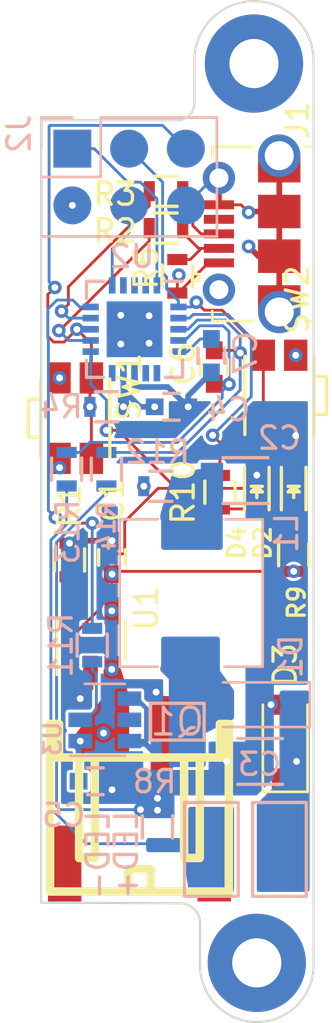
<source format=kicad_pcb>
(kicad_pcb (version 4) (host pcbnew 4.0.7)

  (general
    (links 82)
    (no_connects 0)
    (area 120.821994 72.225 148.486022 121.950036)
    (thickness 1.6)
    (drawings 12)
    (tracks 278)
    (zones 0)
    (modules 37)
    (nets 27)
  )

  (page A4)
  (layers
    (0 F.Cu signal)
    (1 In1.Cu power hide)
    (2 In2.Cu power hide)
    (31 B.Cu signal)
    (32 B.Adhes user)
    (33 F.Adhes user)
    (34 B.Paste user)
    (35 F.Paste user)
    (36 B.SilkS user)
    (37 F.SilkS user)
    (38 B.Mask user)
    (39 F.Mask user)
    (40 Dwgs.User user hide)
    (41 Cmts.User user hide)
    (42 Eco1.User user hide)
    (43 Eco2.User user hide)
    (44 Edge.Cuts user)
    (45 Margin user hide)
    (46 B.CrtYd user)
    (47 F.CrtYd user)
    (48 B.Fab user hide)
    (49 F.Fab user hide)
  )

  (setup
    (last_trace_width 0.127)
    (user_trace_width 0.2032)
    (user_trace_width 0.254)
    (trace_clearance 0.127)
    (zone_clearance 0.127)
    (zone_45_only yes)
    (trace_min 0.127)
    (segment_width 0.2)
    (edge_width 0.1)
    (via_size 0.6096)
    (via_drill 0.3048)
    (via_min_size 0.6096)
    (via_min_drill 0.3048)
    (user_via 0.6096 0.3048)
    (uvia_size 0.4572)
    (uvia_drill 0.254)
    (uvias_allowed no)
    (uvia_min_size 0.4572)
    (uvia_min_drill 0.254)
    (pcb_text_width 0.3)
    (pcb_text_size 1.5 1.5)
    (mod_edge_width 0.15)
    (mod_text_size 1 1)
    (mod_text_width 0.15)
    (pad_size 1.89992 1.89992)
    (pad_drill 1.299972)
    (pad_to_mask_clearance 0)
    (aux_axis_origin 0 0)
    (grid_origin 125.73 88.773)
    (visible_elements FFFFFF7F)
    (pcbplotparams
      (layerselection 0x010fc_80000007)
      (usegerberextensions true)
      (excludeedgelayer true)
      (linewidth 0.150000)
      (plotframeref false)
      (viasonmask false)
      (mode 1)
      (useauxorigin false)
      (hpglpennumber 1)
      (hpglpenspeed 20)
      (hpglpendiameter 15)
      (hpglpenoverlay 2)
      (psnegative false)
      (psa4output false)
      (plotreference true)
      (plotvalue true)
      (plotinvisibletext false)
      (padsonsilk false)
      (subtractmaskfromsilk false)
      (outputformat 1)
      (mirror false)
      (drillshape 0)
      (scaleselection 1)
      (outputdirectory gerber/))
  )

  (net 0 "")
  (net 1 VCC)
  (net 2 GND)
  (net 3 "Net-(C2-Pad1)")
  (net 4 /LEDPAD+)
  (net 5 +BATT)
  (net 6 "Net-(D1-Pad2)")
  (net 7 "Net-(D2-Pad2)")
  (net 8 /~CHRG)
  (net 9 "Net-(D4-Pad2)")
  (net 10 /D-)
  (net 11 /D+)
  (net 12 /MISO)
  (net 13 /SCK)
  (net 14 /MOSI)
  (net 15 /~RESET)
  (net 16 /LEDPAD-)
  (net 17 "Net-(Q1-Pad3)")
  (net 18 "Net-(R1-Pad1)")
  (net 19 "Net-(R2-Pad1)")
  (net 20 "Net-(R3-Pad1)")
  (net 21 "Net-(R10-Pad2)")
  (net 22 /PWM)
  (net 23 "Net-(R11-Pad2)")
  (net 24 "Net-(C6-Pad1)")
  (net 25 "Net-(C6-Pad2)")
  (net 26 "Net-(C7-Pad2)")

  (net_class Default "This is the default net class."
    (clearance 0.127)
    (trace_width 0.127)
    (via_dia 0.6096)
    (via_drill 0.3048)
    (uvia_dia 0.4572)
    (uvia_drill 0.254)
    (add_net +BATT)
    (add_net /D+)
    (add_net /D-)
    (add_net /LEDPAD+)
    (add_net /LEDPAD-)
    (add_net /MISO)
    (add_net /MOSI)
    (add_net /PWM)
    (add_net /SCK)
    (add_net /~CHRG)
    (add_net /~RESET)
    (add_net GND)
    (add_net "Net-(C2-Pad1)")
    (add_net "Net-(C6-Pad1)")
    (add_net "Net-(C6-Pad2)")
    (add_net "Net-(C7-Pad2)")
    (add_net "Net-(D1-Pad2)")
    (add_net "Net-(D2-Pad2)")
    (add_net "Net-(D4-Pad2)")
    (add_net "Net-(Q1-Pad3)")
    (add_net "Net-(R1-Pad1)")
    (add_net "Net-(R10-Pad2)")
    (add_net "Net-(R11-Pad2)")
    (add_net "Net-(R2-Pad1)")
    (add_net "Net-(R3-Pad1)")
    (add_net VCC)
  )

  (module Mounting_Holes:MountingHole_2.2mm_M2_Pad (layer F.Cu) (tedit 59DDA5F4) (tstamp 5A062AF4)
    (at 133.35 116.586)
    (descr "Mounting Hole 2.2mm, M2")
    (tags "mounting hole 2.2mm m2")
    (fp_text reference MNT1 (at 0 -3.2) (layer F.SilkS) hide
      (effects (font (size 1 1) (thickness 0.15)))
    )
    (fp_text value MountingHole_2.2mm_M2_Pad (at 0 3.2) (layer F.Fab)
      (effects (font (size 1 1) (thickness 0.15)))
    )
    (fp_circle (center 0 0) (end 2.2 0) (layer Cmts.User) (width 0.15))
    (fp_circle (center 0 0) (end 2.45 0) (layer F.CrtYd) (width 0.05))
    (pad 1 thru_hole circle (at 0 0) (size 4.4 4.4) (drill 2.2) (layers *.Cu *.Mask))
  )

  (module Pin_Headers:Pin_Header_Straight_2x03_Pitch2.54mm (layer B.Cu) (tedit 59DAC80C) (tstamp 5961CD95)
    (at 125.095 80.137 270)
    (descr "Through hole straight pin header, 2x03, 2.54mm pitch, double rows")
    (tags "Through hole pin header THT 2x03 2.54mm double row")
    (path /5937D5A9)
    (fp_text reference J2 (at -0.6604 2.39 270) (layer B.SilkS)
      (effects (font (size 1 1) (thickness 0.15)) (justify mirror))
    )
    (fp_text value ISP_CONN_02X03 (at 1.27 -7.47 270) (layer B.Fab) hide
      (effects (font (size 1 1) (thickness 0.15)) (justify mirror))
    )
    (fp_line (start -1.27 1.27) (end -1.27 -6.35) (layer B.Fab) (width 0.1))
    (fp_line (start -1.27 -6.35) (end 3.81 -6.35) (layer B.Fab) (width 0.1))
    (fp_line (start 3.81 -6.35) (end 3.81 1.27) (layer B.Fab) (width 0.1))
    (fp_line (start 3.81 1.27) (end -1.27 1.27) (layer B.Fab) (width 0.1))
    (fp_line (start -1.39 -1.27) (end -1.39 -6.47) (layer B.SilkS) (width 0.12))
    (fp_line (start -1.39 -6.47) (end 3.93 -6.47) (layer B.SilkS) (width 0.12))
    (fp_line (start 3.93 -6.47) (end 3.93 1.39) (layer B.SilkS) (width 0.12))
    (fp_line (start 3.93 1.39) (end 1.27 1.39) (layer B.SilkS) (width 0.12))
    (fp_line (start 1.27 1.39) (end 1.27 -1.27) (layer B.SilkS) (width 0.12))
    (fp_line (start 1.27 -1.27) (end -1.39 -1.27) (layer B.SilkS) (width 0.12))
    (fp_line (start -1.39 0) (end -1.39 1.39) (layer B.SilkS) (width 0.12))
    (fp_line (start -1.39 1.39) (end 0 1.39) (layer B.SilkS) (width 0.12))
    (fp_line (start -1.6 1.6) (end -1.6 -6.6) (layer B.CrtYd) (width 0.05))
    (fp_line (start -1.6 -6.6) (end 4.1 -6.6) (layer B.CrtYd) (width 0.05))
    (fp_line (start 4.1 -6.6) (end 4.1 1.6) (layer B.CrtYd) (width 0.05))
    (fp_line (start 4.1 1.6) (end -1.6 1.6) (layer B.CrtYd) (width 0.05))
    (pad 1 smd rect (at 0 0 270) (size 1.7 1.7) (layers B.Cu B.Paste B.Mask)
      (net 12 /MISO))
    (pad 2 smd oval (at 2.54 0 270) (size 1.7 1.7) (layers B.Cu B.Paste B.Mask)
      (net 5 +BATT))
    (pad 3 smd oval (at 0 -2.54 270) (size 1.7 1.7) (layers B.Cu B.Paste B.Mask)
      (net 13 /SCK))
    (pad 4 smd oval (at 2.54 -2.54 270) (size 1.7 1.7) (layers B.Cu B.Paste B.Mask)
      (net 14 /MOSI))
    (pad 5 smd oval (at 0 -5.08 270) (size 1.7 1.7) (layers B.Cu B.Paste B.Mask)
      (net 15 /~RESET))
    (pad 6 smd oval (at 2.54 -5.08 270) (size 1.7 1.7) (layers B.Cu B.Paste B.Mask)
      (net 2 GND))
  )

  (module Capacitors_SMD:C_0603 (layer F.Cu) (tedit 5415D631) (tstamp 5961CD22)
    (at 126.873 98.437 90)
    (descr "Capacitor SMD 0603, reflow soldering, AVX (see smccp.pdf)")
    (tags "capacitor 0603")
    (path /5937AB5E)
    (attr smd)
    (fp_text reference C1 (at 2.552 0 90) (layer F.SilkS)
      (effects (font (size 1 1) (thickness 0.15)))
    )
    (fp_text value 1u (at 0 1.9 90) (layer F.Fab)
      (effects (font (size 1 1) (thickness 0.15)))
    )
    (fp_line (start -0.8 0.4) (end -0.8 -0.4) (layer F.Fab) (width 0.15))
    (fp_line (start 0.8 0.4) (end -0.8 0.4) (layer F.Fab) (width 0.15))
    (fp_line (start 0.8 -0.4) (end 0.8 0.4) (layer F.Fab) (width 0.15))
    (fp_line (start -0.8 -0.4) (end 0.8 -0.4) (layer F.Fab) (width 0.15))
    (fp_line (start -1.45 -0.75) (end 1.45 -0.75) (layer F.CrtYd) (width 0.05))
    (fp_line (start -1.45 0.75) (end 1.45 0.75) (layer F.CrtYd) (width 0.05))
    (fp_line (start -1.45 -0.75) (end -1.45 0.75) (layer F.CrtYd) (width 0.05))
    (fp_line (start 1.45 -0.75) (end 1.45 0.75) (layer F.CrtYd) (width 0.05))
    (fp_line (start -0.35 -0.6) (end 0.35 -0.6) (layer F.SilkS) (width 0.15))
    (fp_line (start 0.35 0.6) (end -0.35 0.6) (layer F.SilkS) (width 0.15))
    (pad 1 smd rect (at -0.75 0 90) (size 0.8 0.75) (layers F.Cu F.Paste F.Mask)
      (net 1 VCC))
    (pad 2 smd rect (at 0.75 0 90) (size 0.8 0.75) (layers F.Cu F.Paste F.Mask)
      (net 2 GND))
    (model Capacitors_SMD.3dshapes/C_0603.wrl
      (at (xyz 0 0 0))
      (scale (xyz 1 1 1))
      (rotate (xyz 0 0 0))
    )
  )

  (module Capacitors_SMD:C_1206 (layer B.Cu) (tedit 5415D7BD) (tstamp 5961CD32)
    (at 132.842 94.996)
    (descr "Capacitor SMD 1206, reflow soldering, AVX (see smccp.pdf)")
    (tags "capacitor 1206")
    (path /59379C6E)
    (attr smd)
    (fp_text reference C2 (at 1.524 -1.905) (layer B.SilkS)
      (effects (font (size 1 1) (thickness 0.15)) (justify mirror))
    )
    (fp_text value 100u (at 0 -2.3) (layer B.Fab)
      (effects (font (size 1 1) (thickness 0.15)) (justify mirror))
    )
    (fp_line (start -1.6 -0.8) (end -1.6 0.8) (layer B.Fab) (width 0.15))
    (fp_line (start 1.6 -0.8) (end -1.6 -0.8) (layer B.Fab) (width 0.15))
    (fp_line (start 1.6 0.8) (end 1.6 -0.8) (layer B.Fab) (width 0.15))
    (fp_line (start -1.6 0.8) (end 1.6 0.8) (layer B.Fab) (width 0.15))
    (fp_line (start -2.3 1.15) (end 2.3 1.15) (layer B.CrtYd) (width 0.05))
    (fp_line (start -2.3 -1.15) (end 2.3 -1.15) (layer B.CrtYd) (width 0.05))
    (fp_line (start -2.3 1.15) (end -2.3 -1.15) (layer B.CrtYd) (width 0.05))
    (fp_line (start 2.3 1.15) (end 2.3 -1.15) (layer B.CrtYd) (width 0.05))
    (fp_line (start 1 1.025) (end -1 1.025) (layer B.SilkS) (width 0.15))
    (fp_line (start -1 -1.025) (end 1 -1.025) (layer B.SilkS) (width 0.15))
    (pad 1 smd rect (at -1.5 0) (size 1 1.6) (layers B.Cu B.Paste B.Mask)
      (net 3 "Net-(C2-Pad1)"))
    (pad 2 smd rect (at 1.5 0) (size 1 1.6) (layers B.Cu B.Paste B.Mask)
      (net 2 GND))
    (model Capacitors_SMD.3dshapes/C_1206.wrl
      (at (xyz 0 0 0))
      (scale (xyz 1 1 1))
      (rotate (xyz 0 0 0))
    )
  )

  (module Capacitors_SMD:C_1206 (layer B.Cu) (tedit 5415D7BD) (tstamp 5961CD42)
    (at 133.501 107.569 180)
    (descr "Capacitor SMD 1206, reflow soldering, AVX (see smccp.pdf)")
    (tags "capacitor 1206")
    (path /59379CB5)
    (attr smd)
    (fp_text reference C3 (at 0.024 -0.127 180) (layer B.SilkS)
      (effects (font (size 1 1) (thickness 0.15)) (justify mirror))
    )
    (fp_text value 1u (at 0 -2.3 180) (layer B.Fab)
      (effects (font (size 1 1) (thickness 0.15)) (justify mirror))
    )
    (fp_line (start -1.6 -0.8) (end -1.6 0.8) (layer B.Fab) (width 0.15))
    (fp_line (start 1.6 -0.8) (end -1.6 -0.8) (layer B.Fab) (width 0.15))
    (fp_line (start 1.6 0.8) (end 1.6 -0.8) (layer B.Fab) (width 0.15))
    (fp_line (start -1.6 0.8) (end 1.6 0.8) (layer B.Fab) (width 0.15))
    (fp_line (start -2.3 1.15) (end 2.3 1.15) (layer B.CrtYd) (width 0.05))
    (fp_line (start -2.3 -1.15) (end 2.3 -1.15) (layer B.CrtYd) (width 0.05))
    (fp_line (start -2.3 1.15) (end -2.3 -1.15) (layer B.CrtYd) (width 0.05))
    (fp_line (start 2.3 1.15) (end 2.3 -1.15) (layer B.CrtYd) (width 0.05))
    (fp_line (start 1 1.025) (end -1 1.025) (layer B.SilkS) (width 0.15))
    (fp_line (start -1 -1.025) (end 1 -1.025) (layer B.SilkS) (width 0.15))
    (pad 1 smd rect (at -1.5 0 180) (size 1 1.6) (layers B.Cu B.Paste B.Mask)
      (net 4 /LEDPAD+))
    (pad 2 smd rect (at 1.5 0 180) (size 1 1.6) (layers B.Cu B.Paste B.Mask)
      (net 2 GND))
    (model Capacitors_SMD.3dshapes/C_1206.wrl
      (at (xyz 0 0 0))
      (scale (xyz 1 1 1))
      (rotate (xyz 0 0 0))
    )
  )

  (module Capacitors_SMD:C_0603 (layer B.Cu) (tedit 5415D631) (tstamp 5961CD52)
    (at 129.528 91.694)
    (descr "Capacitor SMD 0603, reflow soldering, AVX (see smccp.pdf)")
    (tags "capacitor 0603")
    (path /5961C90B)
    (attr smd)
    (fp_text reference C4 (at 2.552 0.127 180) (layer B.SilkS)
      (effects (font (size 1 1) (thickness 0.15)) (justify mirror))
    )
    (fp_text value 1u (at 0 -1.9) (layer B.Fab)
      (effects (font (size 1 1) (thickness 0.15)) (justify mirror))
    )
    (fp_line (start -0.8 -0.4) (end -0.8 0.4) (layer B.Fab) (width 0.15))
    (fp_line (start 0.8 -0.4) (end -0.8 -0.4) (layer B.Fab) (width 0.15))
    (fp_line (start 0.8 0.4) (end 0.8 -0.4) (layer B.Fab) (width 0.15))
    (fp_line (start -0.8 0.4) (end 0.8 0.4) (layer B.Fab) (width 0.15))
    (fp_line (start -1.45 0.75) (end 1.45 0.75) (layer B.CrtYd) (width 0.05))
    (fp_line (start -1.45 -0.75) (end 1.45 -0.75) (layer B.CrtYd) (width 0.05))
    (fp_line (start -1.45 0.75) (end -1.45 -0.75) (layer B.CrtYd) (width 0.05))
    (fp_line (start 1.45 0.75) (end 1.45 -0.75) (layer B.CrtYd) (width 0.05))
    (fp_line (start -0.35 0.6) (end 0.35 0.6) (layer B.SilkS) (width 0.15))
    (fp_line (start 0.35 -0.6) (end -0.35 -0.6) (layer B.SilkS) (width 0.15))
    (pad 1 smd rect (at -0.75 0) (size 0.8 0.75) (layers B.Cu B.Paste B.Mask)
      (net 5 +BATT))
    (pad 2 smd rect (at 0.75 0) (size 0.8 0.75) (layers B.Cu B.Paste B.Mask)
      (net 2 GND))
    (model Capacitors_SMD.3dshapes/C_0603.wrl
      (at (xyz 0 0 0))
      (scale (xyz 1 1 1))
      (rotate (xyz 0 0 0))
    )
  )

  (module Capacitors_SMD:C_0603 (layer B.Cu) (tedit 5415D631) (tstamp 5961CD62)
    (at 126.123 108.458)
    (descr "Capacitor SMD 0603, reflow soldering, AVX (see smccp.pdf)")
    (tags "capacitor 0603")
    (path /5961F53D)
    (attr smd)
    (fp_text reference C5 (at -1.409 1.524) (layer B.SilkS)
      (effects (font (size 1 1) (thickness 0.15)) (justify mirror))
    )
    (fp_text value 1u (at 0 -1.9) (layer B.Fab)
      (effects (font (size 1 1) (thickness 0.15)) (justify mirror))
    )
    (fp_line (start -0.8 -0.4) (end -0.8 0.4) (layer B.Fab) (width 0.15))
    (fp_line (start 0.8 -0.4) (end -0.8 -0.4) (layer B.Fab) (width 0.15))
    (fp_line (start 0.8 0.4) (end 0.8 -0.4) (layer B.Fab) (width 0.15))
    (fp_line (start -0.8 0.4) (end 0.8 0.4) (layer B.Fab) (width 0.15))
    (fp_line (start -1.45 0.75) (end 1.45 0.75) (layer B.CrtYd) (width 0.05))
    (fp_line (start -1.45 -0.75) (end 1.45 -0.75) (layer B.CrtYd) (width 0.05))
    (fp_line (start -1.45 0.75) (end -1.45 -0.75) (layer B.CrtYd) (width 0.05))
    (fp_line (start 1.45 0.75) (end 1.45 -0.75) (layer B.CrtYd) (width 0.05))
    (fp_line (start -0.35 0.6) (end 0.35 0.6) (layer B.SilkS) (width 0.15))
    (fp_line (start 0.35 -0.6) (end -0.35 -0.6) (layer B.SilkS) (width 0.15))
    (pad 1 smd rect (at -0.75 0) (size 0.8 0.75) (layers B.Cu B.Paste B.Mask)
      (net 5 +BATT))
    (pad 2 smd rect (at 0.75 0) (size 0.8 0.75) (layers B.Cu B.Paste B.Mask)
      (net 2 GND))
    (model Capacitors_SMD.3dshapes/C_0603.wrl
      (at (xyz 0 0 0))
      (scale (xyz 1 1 1))
      (rotate (xyz 0 0 0))
    )
  )

  (module Diodes_SMD:D_SOD-123 (layer B.Cu) (tedit 58645DC7) (tstamp 5961CD68)
    (at 133.477 105.029 180)
    (descr SOD-123)
    (tags SOD-123)
    (path /59379BF5)
    (attr smd)
    (fp_text reference D1 (at -1.397 2.159 270) (layer B.SilkS)
      (effects (font (size 1 1) (thickness 0.15)) (justify mirror))
    )
    (fp_text value BAT46 (at 0 -2.1 180) (layer B.Fab)
      (effects (font (size 1 1) (thickness 0.15)) (justify mirror))
    )
    (fp_line (start -2.25 1) (end -2.25 -1) (layer B.SilkS) (width 0.12))
    (fp_line (start 0.25 0) (end 0.75 0) (layer B.Fab) (width 0.1))
    (fp_line (start 0.25 -0.4) (end -0.35 0) (layer B.Fab) (width 0.1))
    (fp_line (start 0.25 0.4) (end 0.25 -0.4) (layer B.Fab) (width 0.1))
    (fp_line (start -0.35 0) (end 0.25 0.4) (layer B.Fab) (width 0.1))
    (fp_line (start -0.35 0) (end -0.35 -0.55) (layer B.Fab) (width 0.1))
    (fp_line (start -0.35 0) (end -0.35 0.55) (layer B.Fab) (width 0.1))
    (fp_line (start -0.75 0) (end -0.35 0) (layer B.Fab) (width 0.1))
    (fp_line (start -1.4 -0.9) (end -1.4 0.9) (layer B.Fab) (width 0.1))
    (fp_line (start 1.4 -0.9) (end -1.4 -0.9) (layer B.Fab) (width 0.1))
    (fp_line (start 1.4 0.9) (end 1.4 -0.9) (layer B.Fab) (width 0.1))
    (fp_line (start -1.4 0.9) (end 1.4 0.9) (layer B.Fab) (width 0.1))
    (fp_line (start -2.35 1.15) (end 2.35 1.15) (layer B.CrtYd) (width 0.05))
    (fp_line (start 2.35 1.15) (end 2.35 -1.15) (layer B.CrtYd) (width 0.05))
    (fp_line (start 2.35 -1.15) (end -2.35 -1.15) (layer B.CrtYd) (width 0.05))
    (fp_line (start -2.35 1.15) (end -2.35 -1.15) (layer B.CrtYd) (width 0.05))
    (fp_line (start -2.25 -1) (end 1.65 -1) (layer B.SilkS) (width 0.12))
    (fp_line (start -2.25 1) (end 1.65 1) (layer B.SilkS) (width 0.12))
    (pad 1 smd rect (at -1.65 0 180) (size 0.9 1.2) (layers B.Cu B.Paste B.Mask)
      (net 4 /LEDPAD+))
    (pad 2 smd rect (at 1.65 0 180) (size 0.9 1.2) (layers B.Cu B.Paste B.Mask)
      (net 6 "Net-(D1-Pad2)"))
    (model ${KISYS3DMOD}/Diodes_SMD.3dshapes/D_SOD-123.wrl
      (at (xyz 0 0 0))
      (scale (xyz 1 1 1))
      (rotate (xyz 0 0 0))
    )
  )

  (module LEDs:LED_0603 (layer F.Cu) (tedit 59699D54) (tstamp 5961CD6E)
    (at 135.001 95.504 270)
    (descr "LED 0603 smd package")
    (tags "LED led 0603 SMD smd SMT smt smdled SMDLED smtled SMTLED")
    (path /593F675E)
    (attr smd)
    (fp_text reference D2 (at 2.286 1.397 270) (layer F.SilkS)
      (effects (font (size 0.762 0.762) (thickness 0.15)))
    )
    (fp_text value CHRG (at 0 1.5 270) (layer F.Fab)
      (effects (font (size 1 1) (thickness 0.15)))
    )
    (fp_line (start -0.3 -0.2) (end -0.3 0.2) (layer F.Fab) (width 0.15))
    (fp_line (start -0.2 0) (end 0.1 -0.2) (layer F.Fab) (width 0.15))
    (fp_line (start 0.1 0.2) (end -0.2 0) (layer F.Fab) (width 0.15))
    (fp_line (start 0.1 -0.2) (end 0.1 0.2) (layer F.Fab) (width 0.15))
    (fp_line (start 0.8 0.4) (end -0.8 0.4) (layer F.Fab) (width 0.15))
    (fp_line (start 0.8 -0.4) (end 0.8 0.4) (layer F.Fab) (width 0.15))
    (fp_line (start -0.8 -0.4) (end 0.8 -0.4) (layer F.Fab) (width 0.15))
    (fp_line (start -0.8 0.4) (end -0.8 -0.4) (layer F.Fab) (width 0.15))
    (fp_line (start -1.1 0.55) (end 0.8 0.55) (layer F.SilkS) (width 0.15))
    (fp_line (start -1.1 -0.55) (end 0.8 -0.55) (layer F.SilkS) (width 0.15))
    (fp_line (start -0.2 0) (end 0.25 0) (layer F.SilkS) (width 0.15))
    (fp_line (start -0.25 -0.25) (end -0.25 0.25) (layer F.SilkS) (width 0.15))
    (fp_line (start -0.25 0) (end 0 -0.25) (layer F.SilkS) (width 0.15))
    (fp_line (start 0 -0.25) (end 0 0.25) (layer F.SilkS) (width 0.15))
    (fp_line (start 0 0.25) (end -0.25 0) (layer F.SilkS) (width 0.15))
    (fp_line (start 1.4 -0.75) (end 1.4 0.75) (layer F.CrtYd) (width 0.05))
    (fp_line (start 1.4 0.75) (end -1.4 0.75) (layer F.CrtYd) (width 0.05))
    (fp_line (start -1.4 0.75) (end -1.4 -0.75) (layer F.CrtYd) (width 0.05))
    (fp_line (start -1.4 -0.75) (end 1.4 -0.75) (layer F.CrtYd) (width 0.05))
    (pad 2 smd rect (at 0.7493 0 90) (size 0.79756 0.79756) (layers F.Cu F.Paste F.Mask)
      (net 7 "Net-(D2-Pad2)"))
    (pad 1 smd rect (at -0.7493 0 90) (size 0.79756 0.79756) (layers F.Cu F.Paste F.Mask)
      (net 8 /~CHRG))
    (model LEDs.3dshapes/LED_0603.wrl
      (at (xyz 0 0 0))
      (scale (xyz 1 1 1))
      (rotate (xyz 0 0 180))
    )
  )

  (module Diodes_SMD:D_SOD-123 (layer F.Cu) (tedit 58645DC7) (tstamp 5961CD74)
    (at 134.62 106.68 90)
    (descr SOD-123)
    (tags SOD-123)
    (path /593F7004)
    (attr smd)
    (fp_text reference D3 (at 3.429 0 90) (layer F.SilkS)
      (effects (font (size 1 1) (thickness 0.15)))
    )
    (fp_text value "Zener 75V" (at 0 2.1 90) (layer F.Fab)
      (effects (font (size 1 1) (thickness 0.15)))
    )
    (fp_line (start -2.25 -1) (end -2.25 1) (layer F.SilkS) (width 0.12))
    (fp_line (start 0.25 0) (end 0.75 0) (layer F.Fab) (width 0.1))
    (fp_line (start 0.25 0.4) (end -0.35 0) (layer F.Fab) (width 0.1))
    (fp_line (start 0.25 -0.4) (end 0.25 0.4) (layer F.Fab) (width 0.1))
    (fp_line (start -0.35 0) (end 0.25 -0.4) (layer F.Fab) (width 0.1))
    (fp_line (start -0.35 0) (end -0.35 0.55) (layer F.Fab) (width 0.1))
    (fp_line (start -0.35 0) (end -0.35 -0.55) (layer F.Fab) (width 0.1))
    (fp_line (start -0.75 0) (end -0.35 0) (layer F.Fab) (width 0.1))
    (fp_line (start -1.4 0.9) (end -1.4 -0.9) (layer F.Fab) (width 0.1))
    (fp_line (start 1.4 0.9) (end -1.4 0.9) (layer F.Fab) (width 0.1))
    (fp_line (start 1.4 -0.9) (end 1.4 0.9) (layer F.Fab) (width 0.1))
    (fp_line (start -1.4 -0.9) (end 1.4 -0.9) (layer F.Fab) (width 0.1))
    (fp_line (start -2.35 -1.15) (end 2.35 -1.15) (layer F.CrtYd) (width 0.05))
    (fp_line (start 2.35 -1.15) (end 2.35 1.15) (layer F.CrtYd) (width 0.05))
    (fp_line (start 2.35 1.15) (end -2.35 1.15) (layer F.CrtYd) (width 0.05))
    (fp_line (start -2.35 -1.15) (end -2.35 1.15) (layer F.CrtYd) (width 0.05))
    (fp_line (start -2.25 1) (end 1.65 1) (layer F.SilkS) (width 0.12))
    (fp_line (start -2.25 -1) (end 1.65 -1) (layer F.SilkS) (width 0.12))
    (pad 1 smd rect (at -1.65 0 90) (size 0.9 1.2) (layers F.Cu F.Paste F.Mask)
      (net 4 /LEDPAD+))
    (pad 2 smd rect (at 1.65 0 90) (size 0.9 1.2) (layers F.Cu F.Paste F.Mask)
      (net 2 GND))
    (model ${KISYS3DMOD}/Diodes_SMD.3dshapes/D_SOD-123.wrl
      (at (xyz 0 0 0))
      (scale (xyz 1 1 1))
      (rotate (xyz 0 0 0))
    )
  )

  (module LEDs:LED_0603 (layer F.Cu) (tedit 59699D44) (tstamp 5961CD7A)
    (at 133.35 95.504 270)
    (descr "LED 0603 smd package")
    (tags "LED led 0603 SMD smd SMT smt smdled SMDLED smtled SMTLED")
    (path /5962052E)
    (attr smd)
    (fp_text reference D4 (at 2.286 0.889 270) (layer F.SilkS)
      (effects (font (size 0.762 0.762) (thickness 0.15)))
    )
    (fp_text value STATUS (at 0 1.5 270) (layer F.Fab)
      (effects (font (size 1 1) (thickness 0.15)))
    )
    (fp_line (start -0.3 -0.2) (end -0.3 0.2) (layer F.Fab) (width 0.15))
    (fp_line (start -0.2 0) (end 0.1 -0.2) (layer F.Fab) (width 0.15))
    (fp_line (start 0.1 0.2) (end -0.2 0) (layer F.Fab) (width 0.15))
    (fp_line (start 0.1 -0.2) (end 0.1 0.2) (layer F.Fab) (width 0.15))
    (fp_line (start 0.8 0.4) (end -0.8 0.4) (layer F.Fab) (width 0.15))
    (fp_line (start 0.8 -0.4) (end 0.8 0.4) (layer F.Fab) (width 0.15))
    (fp_line (start -0.8 -0.4) (end 0.8 -0.4) (layer F.Fab) (width 0.15))
    (fp_line (start -0.8 0.4) (end -0.8 -0.4) (layer F.Fab) (width 0.15))
    (fp_line (start -1.1 0.55) (end 0.8 0.55) (layer F.SilkS) (width 0.15))
    (fp_line (start -1.1 -0.55) (end 0.8 -0.55) (layer F.SilkS) (width 0.15))
    (fp_line (start -0.2 0) (end 0.25 0) (layer F.SilkS) (width 0.15))
    (fp_line (start -0.25 -0.25) (end -0.25 0.25) (layer F.SilkS) (width 0.15))
    (fp_line (start -0.25 0) (end 0 -0.25) (layer F.SilkS) (width 0.15))
    (fp_line (start 0 -0.25) (end 0 0.25) (layer F.SilkS) (width 0.15))
    (fp_line (start 0 0.25) (end -0.25 0) (layer F.SilkS) (width 0.15))
    (fp_line (start 1.4 -0.75) (end 1.4 0.75) (layer F.CrtYd) (width 0.05))
    (fp_line (start 1.4 0.75) (end -1.4 0.75) (layer F.CrtYd) (width 0.05))
    (fp_line (start -1.4 0.75) (end -1.4 -0.75) (layer F.CrtYd) (width 0.05))
    (fp_line (start -1.4 -0.75) (end 1.4 -0.75) (layer F.CrtYd) (width 0.05))
    (pad 2 smd rect (at 0.7493 0 90) (size 0.79756 0.79756) (layers F.Cu F.Paste F.Mask)
      (net 9 "Net-(D4-Pad2)"))
    (pad 1 smd rect (at -0.7493 0 90) (size 0.79756 0.79756) (layers F.Cu F.Paste F.Mask)
      (net 2 GND))
    (model LEDs.3dshapes/LED_0603.wrl
      (at (xyz 0 0 0))
      (scale (xyz 1 1 1))
      (rotate (xyz 0 0 180))
    )
  )

  (module Connectors_Molex:USB_Mirco-B_Molex-105017-0001 (layer F.Cu) (tedit 5969A106) (tstamp 5961CD8B)
    (at 131.655663 83.951407 90)
    (path /592D0164)
    (fp_text reference J1 (at 5.084407 3.5128 90) (layer F.SilkS)
      (effects (font (size 1 1) (thickness 0.15)))
    )
    (fp_text value USB_OTG (at 0.3 5.8 90) (layer F.Fab)
      (effects (font (size 1 1) (thickness 0.15)))
    )
    (fp_line (start -4.4 4.15) (end 4.4 4.15) (layer F.CrtYd) (width 0.05))
    (fp_line (start 4.4 -1) (end 4.4 4.15) (layer F.CrtYd) (width 0.05))
    (fp_line (start -4.4 -1) (end 4.4 -1) (layer F.CrtYd) (width 0.05))
    (fp_line (start -4.4 4.15) (end -4.4 -1) (layer F.CrtYd) (width 0.05))
    (fp_text user "PCB Edge" (at 6.65 4.5 90) (layer F.Fab)
      (effects (font (size 0.5 0.5) (thickness 0.08)))
    )
    (fp_line (start 3 4.15) (end 4.8 4.5) (layer F.Fab) (width 0.05))
    (fp_line (start -3.9 -0.3) (end -3.45 -0.3) (layer F.SilkS) (width 0.12))
    (fp_line (start -3.9 1.55) (end -3.9 -0.3) (layer F.SilkS) (width 0.12))
    (fp_line (start 3.9 4.1) (end 3.9 3.85) (layer F.SilkS) (width 0.12))
    (fp_line (start 3.75 4.85) (end 3.75 -0.15) (layer F.Fab) (width 0.1))
    (fp_line (start -3 4.151704) (end 3 4.151704) (layer F.Fab) (width 0.08))
    (fp_line (start -3.75 4.851704) (end 3.75 4.851704) (layer F.Fab) (width 0.1))
    (fp_line (start -3.75 -0.15) (end 3.75 -0.15) (layer F.Fab) (width 0.1))
    (fp_line (start -3.75 4.85) (end -3.75 -0.15) (layer F.Fab) (width 0.1))
    (fp_line (start -3.9 4.1) (end -3.9 3.85) (layer F.SilkS) (width 0.12))
    (fp_line (start 3.9 1.55) (end 3.9 -0.3) (layer F.SilkS) (width 0.12))
    (fp_line (start 3.9 -0.3) (end 3.45 -0.3) (layer F.SilkS) (width 0.12))
    (fp_line (start -2.1 -0.9) (end -2.1 -1.2) (layer F.SilkS) (width 0.12))
    (fp_line (start -2.1 -1.2) (end -1.8 -1.2) (layer F.SilkS) (width 0.12))
    (fp_line (start -1.8 -1.2) (end -1.8 -0.9) (layer F.SilkS) (width 0.12))
    (fp_line (start -1.8 -0.9) (end -2.1 -0.9) (layer F.SilkS) (width 0.12))
    (fp_line (start -2 -0.9) (end -2.1 -0.9) (layer F.Fab) (width 0.1))
    (fp_line (start -2.1 -0.9) (end -2.1 -1.2) (layer F.Fab) (width 0.1))
    (fp_line (start -2.1 -1.2) (end -1.8 -1.2) (layer F.Fab) (width 0.1))
    (fp_line (start -1.8 -1.2) (end -1.8 -0.9) (layer F.Fab) (width 0.1))
    (fp_line (start -1.8 -0.9) (end -2 -0.9) (layer F.Fab) (width 0.1))
    (pad 6 smd rect (at 1 2.7 90) (size 1.5 1.9) (layers F.Cu F.Paste F.Mask)
      (net 2 GND))
    (pad 6 thru_hole circle (at -2.5 0 90) (size 1.45 1.45) (drill 0.85) (layers *.Cu *.Mask)
      (net 2 GND))
    (pad 2 smd rect (at -0.65 0 90) (size 0.4 1.35) (layers F.Cu F.Paste F.Mask)
      (net 10 /D-))
    (pad 1 smd rect (at -1.3 0 90) (size 0.4 1.35) (layers F.Cu F.Paste F.Mask)
      (net 1 VCC))
    (pad 5 smd rect (at 1.3 0 90) (size 0.4 1.35) (layers F.Cu F.Paste F.Mask)
      (net 2 GND))
    (pad 4 smd rect (at 0.65 0 90) (size 0.4 1.35) (layers F.Cu F.Paste F.Mask))
    (pad 3 smd rect (at 0 0 90) (size 0.4 1.35) (layers F.Cu F.Paste F.Mask)
      (net 11 /D+))
    (pad 6 thru_hole circle (at 2.5 0 90) (size 1.45 1.45) (drill 0.85) (layers *.Cu *.Mask)
      (net 2 GND))
    (pad 6 smd rect (at -1 2.7 90) (size 1.5 1.9) (layers F.Cu F.Paste F.Mask)
      (net 2 GND))
    (pad 6 thru_hole circle (at -3.5 2.7 270) (size 1.89992 1.89992) (drill 1.299972) (layers *.Cu *.Mask)
      (net 2 GND) (zone_connect 0))
    (pad 6 thru_hole circle (at 3.5 2.7 90) (size 1.89992 1.89992) (drill 1.299972) (layers *.Cu *.Mask)
      (net 2 GND))
    (pad 6 smd rect (at 2.9 2.7 90) (size 1.2 1.9) (layers F.Cu F.Mask)
      (net 2 GND))
    (pad 6 smd rect (at -2.9 2.7 90) (size 1.2 1.9) (layers F.Cu F.Mask)
      (net 2 GND))
    (model /Users/jonny/Documents/KiCadProjects/jar_light/Rev_B/shapes3D/Molex_Mirco_USB_105017-0001.wrl
      (at (xyz 0 0 -0.03))
      (scale (xyz 1 1 1))
      (rotate (xyz 0 0 0))
    )
  )

  (module Connectors_JST:s2b-ph-sm4-tb_w3d (layer F.Cu) (tedit 59699F49) (tstamp 5961CD9D)
    (at 128.09728 106.39298)
    (descr "JST PH series connector, S2B-PH-SM4-TB")
    (path /593E2239)
    (fp_text reference J4 (at 0 -2.79908) (layer F.SilkS) hide
      (effects (font (thickness 0.3048)))
    )
    (fp_text value JST_BATTERY (at 0 8.8011) (layer F.SilkS) hide
      (effects (font (thickness 0.3048)))
    )
    (fp_line (start -4.0005 7.00024) (end -4.0005 -0.50038) (layer F.SilkS) (width 0.381))
    (fp_line (start 4.0005 -0.50038) (end 4.0005 7.00024) (layer F.SilkS) (width 0.381))
    (fp_line (start 4.0005 -0.50038) (end 3.59918 -0.50038) (layer F.SilkS) (width 0.381))
    (fp_line (start 3.79984 1.00076) (end 3.79984 -0.50038) (layer F.SilkS) (width 0.381))
    (fp_line (start 3.59918 -0.50038) (end 3.59918 1.00076) (layer F.SilkS) (width 0.381))
    (fp_line (start -3.79984 -0.50038) (end -3.79984 1.00076) (layer F.SilkS) (width 0.381))
    (fp_line (start -3.59918 1.00076) (end -3.59918 -0.50038) (layer F.SilkS) (width 0.381))
    (fp_line (start -3.59918 -0.50038) (end -4.0005 -0.50038) (layer F.SilkS) (width 0.381))
    (fp_line (start -0.50038 7.00024) (end -0.50038 5.99948) (layer F.SilkS) (width 0.381))
    (fp_line (start -0.50038 5.99948) (end 0.50038 5.99948) (layer F.SilkS) (width 0.381))
    (fp_line (start 0.50038 5.99948) (end 0.50038 7.00024) (layer F.SilkS) (width 0.381))
    (fp_line (start -1.99898 1.00076) (end -1.99898 5.4991) (layer F.SilkS) (width 0.381))
    (fp_line (start -1.99898 5.4991) (end -2.70002 5.4991) (layer F.SilkS) (width 0.381))
    (fp_line (start -2.70002 5.4991) (end -2.70002 1.00076) (layer F.SilkS) (width 0.381))
    (fp_line (start 1.99898 1.00076) (end 1.99898 5.4991) (layer F.SilkS) (width 0.381))
    (fp_line (start 1.99898 5.4991) (end 2.70002 5.4991) (layer F.SilkS) (width 0.381))
    (fp_line (start 2.70002 5.4991) (end 2.70002 1.00076) (layer F.SilkS) (width 0.381))
    (fp_line (start -4.0005 7.00024) (end 4.0005 7.00024) (layer F.SilkS) (width 0.381))
    (fp_line (start 4.0005 1.00076) (end -4.0005 1.00076) (layer F.SilkS) (width 0.381))
    (fp_line (start -1.30048 7.00024) (end -1.6002 7.00024) (layer F.SilkS) (width 0.381))
    (pad 1 smd rect (at -1.00076 0) (size 0.99568 3.49758) (layers F.Cu F.Paste F.Mask)
      (net 5 +BATT))
    (pad 2 smd rect (at 1.00076 0) (size 0.99822 3.49758) (layers F.Cu F.Paste F.Mask)
      (net 2 GND))
    (pad "" smd rect (at -3.34518 5.74802) (size 1.4986 3.39852) (layers F.Cu F.Paste F.Mask))
    (pad "" smd rect (at 3.34772 5.74802) (size 1.4986 3.39598) (layers F.Cu F.Paste F.Mask))
    (model /Users/jonny/Documents/KiCadProjects/jar_light/Rev_B/library/conn_jst-ph/s2b-ph-sm4-tb.wrl
      (at (xyz 0 0 0))
      (scale (xyz 1 1 1))
      (rotate (xyz 0 0 0))
    )
  )

  (module Inductors_SMD:L_6.3x6.3_H3 (layer B.Cu) (tedit 587CD5EE) (tstamp 5961CDAD)
    (at 130.413606 100.030738 90)
    (descr "Choke, SMD, 6.3x6.3mm 3mm height")
    (tags "Choke SMD")
    (path /59379B7B)
    (attr smd)
    (fp_text reference L1 (at 2.6924 4.2672 90) (layer B.SilkS)
      (effects (font (size 1 1) (thickness 0.15)) (justify mirror))
    )
    (fp_text value 50u (at 0 -4.45 90) (layer B.Fab)
      (effects (font (size 1 1) (thickness 0.15)) (justify mirror))
    )
    (fp_line (start 3.3 -1.5) (end 3.3 -3.2) (layer B.SilkS) (width 0.12))
    (fp_line (start 3.3 -3.2) (end -3.3 -3.2) (layer B.SilkS) (width 0.12))
    (fp_line (start -3.3 -3.2) (end -3.3 -1.5) (layer B.SilkS) (width 0.12))
    (fp_line (start -3.3 1.5) (end -3.3 3.2) (layer B.SilkS) (width 0.12))
    (fp_line (start -3.3 3.2) (end 3.3 3.2) (layer B.SilkS) (width 0.12))
    (fp_line (start 3.3 3.2) (end 3.3 1.5) (layer B.SilkS) (width 0.12))
    (fp_line (start -3.75 3.4) (end -3.75 -3.4) (layer B.CrtYd) (width 0.05))
    (fp_line (start -3.75 -3.4) (end 3.75 -3.4) (layer B.CrtYd) (width 0.05))
    (fp_line (start 3.75 -3.4) (end 3.75 3.4) (layer B.CrtYd) (width 0.05))
    (fp_line (start 3.75 3.4) (end -3.75 3.4) (layer B.CrtYd) (width 0.05))
    (fp_line (start 3.15 -3.15) (end 3.15 -1.5) (layer B.Fab) (width 0.1))
    (fp_line (start 3.15 3.15) (end 3.15 1.5) (layer B.Fab) (width 0.1))
    (fp_line (start -3.15 -3.15) (end -3.15 -1.5) (layer B.Fab) (width 0.1))
    (fp_line (start -3.15 3.15) (end -3.15 1.5) (layer B.Fab) (width 0.1))
    (fp_line (start -3.15 3.15) (end 3.15 3.15) (layer B.Fab) (width 0.1))
    (fp_line (start -3.15 -3.15) (end 3.15 -3.15) (layer B.Fab) (width 0.1))
    (fp_arc (start 0 0) (end -1.91 1.91) (angle -90) (layer B.Fab) (width 0.1))
    (fp_arc (start 0 0) (end 1.91 -1.91) (angle -90) (layer B.Fab) (width 0.1))
    (pad 1 smd rect (at -2.75 0 90) (size 1.5 2.4) (layers B.Cu B.Paste B.Mask)
      (net 6 "Net-(D1-Pad2)"))
    (pad 2 smd rect (at 2.75 0 90) (size 1.5 2.4) (layers B.Cu B.Paste B.Mask)
      (net 3 "Net-(C2-Pad1)"))
  )

  (module Housings_SSOP:TSOP-6 (layer B.Cu) (tedit 5938CDC3) (tstamp 5961CDB7)
    (at 129.794 105.791 180)
    (path /59379ACD)
    (fp_text reference Q1 (at 0 0 180) (layer B.SilkS)
      (effects (font (size 1.2 1.2) (thickness 0.15)) (justify mirror))
    )
    (fp_text value Si3476DV (at 0 0 180) (layer B.Fab)
      (effects (font (size 1.2 1.2) (thickness 0.15)) (justify mirror))
    )
    (fp_line (start -1.2 0.82) (end -1.2 -0.18) (layer B.SilkS) (width 0.15))
    (fp_line (start -0.2 0.82) (end -1.19 0.82) (layer B.SilkS) (width 0.15))
    (fp_line (start -1.2 -0.175) (end -1.2 -0.825) (layer B.SilkS) (width 0.15))
    (fp_line (start -1.2 -0.825) (end 1.2 -0.825) (layer B.SilkS) (width 0.15))
    (fp_line (start 1.2 -0.825) (end 1.2 0.825) (layer B.SilkS) (width 0.15))
    (fp_line (start 1.2 0.825) (end -0.2 0.825) (layer B.SilkS) (width 0.15))
    (pad 6 smd rect (at -0.95 1.325 180) (size 0.5 1) (layers B.Cu B.Paste B.Mask)
      (net 6 "Net-(D1-Pad2)"))
    (pad 1 smd rect (at -0.95 -1.325 180) (size 0.5 1) (layers B.Cu B.Paste B.Mask)
      (net 6 "Net-(D1-Pad2)"))
    (pad 5 smd rect (at 0 1.325 180) (size 0.5 1) (layers B.Cu B.Paste B.Mask)
      (net 6 "Net-(D1-Pad2)"))
    (pad 2 smd rect (at 0 -1.325 180) (size 0.5 1) (layers B.Cu B.Paste B.Mask)
      (net 6 "Net-(D1-Pad2)"))
    (pad 4 smd rect (at 0.95 1.325 180) (size 0.5 1) (layers B.Cu B.Paste B.Mask)
      (net 2 GND))
    (pad 3 smd rect (at 0.95 -1.325 180) (size 0.5 1) (layers B.Cu B.Paste B.Mask)
      (net 17 "Net-(Q1-Pad3)"))
  )

  (module Resistors_SMD:R_0603 (layer F.Cu) (tedit 58307A47) (tstamp 5961CDC7)
    (at 124.968 98.552 90)
    (descr "Resistor SMD 0603, reflow soldering, Vishay (see dcrcw.pdf)")
    (tags "resistor 0603")
    (path /5937AEFD)
    (attr smd)
    (fp_text reference R1 (at 2.413 0 90) (layer F.SilkS)
      (effects (font (size 1 1) (thickness 0.15)))
    )
    (fp_text value 2k (at 0 1.9 90) (layer F.Fab)
      (effects (font (size 1 1) (thickness 0.15)))
    )
    (fp_line (start -0.8 0.4) (end -0.8 -0.4) (layer F.Fab) (width 0.1))
    (fp_line (start 0.8 0.4) (end -0.8 0.4) (layer F.Fab) (width 0.1))
    (fp_line (start 0.8 -0.4) (end 0.8 0.4) (layer F.Fab) (width 0.1))
    (fp_line (start -0.8 -0.4) (end 0.8 -0.4) (layer F.Fab) (width 0.1))
    (fp_line (start -1.3 -0.8) (end 1.3 -0.8) (layer F.CrtYd) (width 0.05))
    (fp_line (start -1.3 0.8) (end 1.3 0.8) (layer F.CrtYd) (width 0.05))
    (fp_line (start -1.3 -0.8) (end -1.3 0.8) (layer F.CrtYd) (width 0.05))
    (fp_line (start 1.3 -0.8) (end 1.3 0.8) (layer F.CrtYd) (width 0.05))
    (fp_line (start 0.5 0.675) (end -0.5 0.675) (layer F.SilkS) (width 0.15))
    (fp_line (start -0.5 -0.675) (end 0.5 -0.675) (layer F.SilkS) (width 0.15))
    (pad 1 smd rect (at -0.75 0 90) (size 0.5 0.9) (layers F.Cu F.Paste F.Mask)
      (net 18 "Net-(R1-Pad1)"))
    (pad 2 smd rect (at 0.75 0 90) (size 0.5 0.9) (layers F.Cu F.Paste F.Mask)
      (net 2 GND))
    (model Resistors_SMD.3dshapes/R_0603.wrl
      (at (xyz 0 0 0))
      (scale (xyz 1 1 1))
      (rotate (xyz 0 0 0))
    )
  )

  (module Resistors_SMD:R_0603 (layer F.Cu) (tedit 58307A47) (tstamp 5961CDD7)
    (at 129.286 83.693)
    (descr "Resistor SMD 0603, reflow soldering, Vishay (see dcrcw.pdf)")
    (tags "resistor 0603")
    (path /5937B38D)
    (attr smd)
    (fp_text reference R2 (at -2.286 0.127) (layer F.SilkS)
      (effects (font (size 1 1) (thickness 0.15)))
    )
    (fp_text value 68R (at 0 1.9) (layer F.Fab)
      (effects (font (size 1 1) (thickness 0.15)))
    )
    (fp_line (start -0.8 0.4) (end -0.8 -0.4) (layer F.Fab) (width 0.1))
    (fp_line (start 0.8 0.4) (end -0.8 0.4) (layer F.Fab) (width 0.1))
    (fp_line (start 0.8 -0.4) (end 0.8 0.4) (layer F.Fab) (width 0.1))
    (fp_line (start -0.8 -0.4) (end 0.8 -0.4) (layer F.Fab) (width 0.1))
    (fp_line (start -1.3 -0.8) (end 1.3 -0.8) (layer F.CrtYd) (width 0.05))
    (fp_line (start -1.3 0.8) (end 1.3 0.8) (layer F.CrtYd) (width 0.05))
    (fp_line (start -1.3 -0.8) (end -1.3 0.8) (layer F.CrtYd) (width 0.05))
    (fp_line (start 1.3 -0.8) (end 1.3 0.8) (layer F.CrtYd) (width 0.05))
    (fp_line (start 0.5 0.675) (end -0.5 0.675) (layer F.SilkS) (width 0.15))
    (fp_line (start -0.5 -0.675) (end 0.5 -0.675) (layer F.SilkS) (width 0.15))
    (pad 1 smd rect (at -0.75 0) (size 0.5 0.9) (layers F.Cu F.Paste F.Mask)
      (net 19 "Net-(R2-Pad1)"))
    (pad 2 smd rect (at 0.75 0) (size 0.5 0.9) (layers F.Cu F.Paste F.Mask)
      (net 10 /D-))
    (model Resistors_SMD.3dshapes/R_0603.wrl
      (at (xyz 0 0 0))
      (scale (xyz 1 1 1))
      (rotate (xyz 0 0 0))
    )
  )

  (module Resistors_SMD:R_0603 (layer F.Cu) (tedit 58307A47) (tstamp 5961CDE7)
    (at 129.286 82.042)
    (descr "Resistor SMD 0603, reflow soldering, Vishay (see dcrcw.pdf)")
    (tags "resistor 0603")
    (path /5937B422)
    (attr smd)
    (fp_text reference R3 (at -2.286 0.127) (layer F.SilkS)
      (effects (font (size 1 1) (thickness 0.15)))
    )
    (fp_text value 68R (at 0 1.9) (layer F.Fab)
      (effects (font (size 1 1) (thickness 0.15)))
    )
    (fp_line (start -0.8 0.4) (end -0.8 -0.4) (layer F.Fab) (width 0.1))
    (fp_line (start 0.8 0.4) (end -0.8 0.4) (layer F.Fab) (width 0.1))
    (fp_line (start 0.8 -0.4) (end 0.8 0.4) (layer F.Fab) (width 0.1))
    (fp_line (start -0.8 -0.4) (end 0.8 -0.4) (layer F.Fab) (width 0.1))
    (fp_line (start -1.3 -0.8) (end 1.3 -0.8) (layer F.CrtYd) (width 0.05))
    (fp_line (start -1.3 0.8) (end 1.3 0.8) (layer F.CrtYd) (width 0.05))
    (fp_line (start -1.3 -0.8) (end -1.3 0.8) (layer F.CrtYd) (width 0.05))
    (fp_line (start 1.3 -0.8) (end 1.3 0.8) (layer F.CrtYd) (width 0.05))
    (fp_line (start 0.5 0.675) (end -0.5 0.675) (layer F.SilkS) (width 0.15))
    (fp_line (start -0.5 -0.675) (end 0.5 -0.675) (layer F.SilkS) (width 0.15))
    (pad 1 smd rect (at -0.75 0) (size 0.5 0.9) (layers F.Cu F.Paste F.Mask)
      (net 20 "Net-(R3-Pad1)"))
    (pad 2 smd rect (at 0.75 0) (size 0.5 0.9) (layers F.Cu F.Paste F.Mask)
      (net 11 /D+))
    (model Resistors_SMD.3dshapes/R_0603.wrl
      (at (xyz 0 0 0))
      (scale (xyz 1 1 1))
      (rotate (xyz 0 0 0))
    )
  )

  (module Resistors_SMD:R_0603 (layer B.Cu) (tedit 58307A47) (tstamp 5961CDF7)
    (at 126.631 91.694)
    (descr "Resistor SMD 0603, reflow soldering, Vishay (see dcrcw.pdf)")
    (tags "resistor 0603")
    (path /5937B963)
    (attr smd)
    (fp_text reference R4 (at -2.044 0) (layer B.SilkS)
      (effects (font (size 1 1) (thickness 0.15)) (justify mirror))
    )
    (fp_text value 10k (at 0 -1.9) (layer B.Fab)
      (effects (font (size 1 1) (thickness 0.15)) (justify mirror))
    )
    (fp_line (start -0.8 -0.4) (end -0.8 0.4) (layer B.Fab) (width 0.1))
    (fp_line (start 0.8 -0.4) (end -0.8 -0.4) (layer B.Fab) (width 0.1))
    (fp_line (start 0.8 0.4) (end 0.8 -0.4) (layer B.Fab) (width 0.1))
    (fp_line (start -0.8 0.4) (end 0.8 0.4) (layer B.Fab) (width 0.1))
    (fp_line (start -1.3 0.8) (end 1.3 0.8) (layer B.CrtYd) (width 0.05))
    (fp_line (start -1.3 -0.8) (end 1.3 -0.8) (layer B.CrtYd) (width 0.05))
    (fp_line (start -1.3 0.8) (end -1.3 -0.8) (layer B.CrtYd) (width 0.05))
    (fp_line (start 1.3 0.8) (end 1.3 -0.8) (layer B.CrtYd) (width 0.05))
    (fp_line (start 0.5 -0.675) (end -0.5 -0.675) (layer B.SilkS) (width 0.15))
    (fp_line (start -0.5 0.675) (end 0.5 0.675) (layer B.SilkS) (width 0.15))
    (pad 1 smd rect (at -0.75 0) (size 0.5 0.9) (layers B.Cu B.Paste B.Mask)
      (net 15 /~RESET))
    (pad 2 smd rect (at 0.75 0) (size 0.5 0.9) (layers B.Cu B.Paste B.Mask)
      (net 5 +BATT))
    (model Resistors_SMD.3dshapes/R_0603.wrl
      (at (xyz 0 0 0))
      (scale (xyz 1 1 1))
      (rotate (xyz 0 0 0))
    )
  )

  (module Resistors_SMD:R_0603 (layer F.Cu) (tedit 58307A47) (tstamp 5961CE07)
    (at 129.794 85.852 90)
    (descr "Resistor SMD 0603, reflow soldering, Vishay (see dcrcw.pdf)")
    (tags "resistor 0603")
    (path /5937B6B0)
    (attr smd)
    (fp_text reference R5 (at 0.381 -1.397 90) (layer F.SilkS)
      (effects (font (size 1 1) (thickness 0.15)))
    )
    (fp_text value 2k2 (at 0 1.9 90) (layer F.Fab)
      (effects (font (size 1 1) (thickness 0.15)))
    )
    (fp_line (start -0.8 0.4) (end -0.8 -0.4) (layer F.Fab) (width 0.1))
    (fp_line (start 0.8 0.4) (end -0.8 0.4) (layer F.Fab) (width 0.1))
    (fp_line (start 0.8 -0.4) (end 0.8 0.4) (layer F.Fab) (width 0.1))
    (fp_line (start -0.8 -0.4) (end 0.8 -0.4) (layer F.Fab) (width 0.1))
    (fp_line (start -1.3 -0.8) (end 1.3 -0.8) (layer F.CrtYd) (width 0.05))
    (fp_line (start -1.3 0.8) (end 1.3 0.8) (layer F.CrtYd) (width 0.05))
    (fp_line (start -1.3 -0.8) (end -1.3 0.8) (layer F.CrtYd) (width 0.05))
    (fp_line (start 1.3 -0.8) (end 1.3 0.8) (layer F.CrtYd) (width 0.05))
    (fp_line (start 0.5 0.675) (end -0.5 0.675) (layer F.SilkS) (width 0.15))
    (fp_line (start -0.5 -0.675) (end 0.5 -0.675) (layer F.SilkS) (width 0.15))
    (pad 1 smd rect (at -0.75 0 90) (size 0.5 0.9) (layers F.Cu F.Paste F.Mask)
      (net 1 VCC))
    (pad 2 smd rect (at 0.75 0 90) (size 0.5 0.9) (layers F.Cu F.Paste F.Mask)
      (net 10 /D-))
    (model Resistors_SMD.3dshapes/R_0603.wrl
      (at (xyz 0 0 0))
      (scale (xyz 1 1 1))
      (rotate (xyz 0 0 0))
    )
  )

  (module Resistors_SMD:R_0603 (layer B.Cu) (tedit 58307A47) (tstamp 5961CE37)
    (at 128.905 110.502 90)
    (descr "Resistor SMD 0603, reflow soldering, Vishay (see dcrcw.pdf)")
    (tags "resistor 0603")
    (path /5937BD71)
    (attr smd)
    (fp_text reference R8 (at 2.032 -0.127 360) (layer B.SilkS)
      (effects (font (size 1 1) (thickness 0.15)) (justify mirror))
    )
    (fp_text value 1R (at 0 -1.9 90) (layer B.Fab)
      (effects (font (size 1 1) (thickness 0.15)) (justify mirror))
    )
    (fp_line (start -0.8 -0.4) (end -0.8 0.4) (layer B.Fab) (width 0.1))
    (fp_line (start 0.8 -0.4) (end -0.8 -0.4) (layer B.Fab) (width 0.1))
    (fp_line (start 0.8 0.4) (end 0.8 -0.4) (layer B.Fab) (width 0.1))
    (fp_line (start -0.8 0.4) (end 0.8 0.4) (layer B.Fab) (width 0.1))
    (fp_line (start -1.3 0.8) (end 1.3 0.8) (layer B.CrtYd) (width 0.05))
    (fp_line (start -1.3 -0.8) (end 1.3 -0.8) (layer B.CrtYd) (width 0.05))
    (fp_line (start -1.3 0.8) (end -1.3 -0.8) (layer B.CrtYd) (width 0.05))
    (fp_line (start 1.3 0.8) (end 1.3 -0.8) (layer B.CrtYd) (width 0.05))
    (fp_line (start 0.5 -0.675) (end -0.5 -0.675) (layer B.SilkS) (width 0.15))
    (fp_line (start -0.5 0.675) (end 0.5 0.675) (layer B.SilkS) (width 0.15))
    (pad 1 smd rect (at -0.75 0 90) (size 0.5 0.9) (layers B.Cu B.Paste B.Mask)
      (net 16 /LEDPAD-))
    (pad 2 smd rect (at 0.75 0 90) (size 0.5 0.9) (layers B.Cu B.Paste B.Mask)
      (net 2 GND))
    (model Resistors_SMD.3dshapes/R_0603.wrl
      (at (xyz 0 0 0))
      (scale (xyz 1 1 1))
      (rotate (xyz 0 0 0))
    )
  )

  (module Resistors_SMD:R_0603 (layer F.Cu) (tedit 59699D16) (tstamp 5961CE47)
    (at 135.001 98.31 90)
    (descr "Resistor SMD 0603, reflow soldering, Vishay (see dcrcw.pdf)")
    (tags "resistor 0603")
    (path /593F685D)
    (attr smd)
    (fp_text reference R9 (at -2.147 0.127 90) (layer F.SilkS)
      (effects (font (size 0.762 0.762) (thickness 0.15)))
    )
    (fp_text value 220R (at 0 1.9 90) (layer F.Fab)
      (effects (font (size 1 1) (thickness 0.15)))
    )
    (fp_line (start -0.8 0.4) (end -0.8 -0.4) (layer F.Fab) (width 0.1))
    (fp_line (start 0.8 0.4) (end -0.8 0.4) (layer F.Fab) (width 0.1))
    (fp_line (start 0.8 -0.4) (end 0.8 0.4) (layer F.Fab) (width 0.1))
    (fp_line (start -0.8 -0.4) (end 0.8 -0.4) (layer F.Fab) (width 0.1))
    (fp_line (start -1.3 -0.8) (end 1.3 -0.8) (layer F.CrtYd) (width 0.05))
    (fp_line (start -1.3 0.8) (end 1.3 0.8) (layer F.CrtYd) (width 0.05))
    (fp_line (start -1.3 -0.8) (end -1.3 0.8) (layer F.CrtYd) (width 0.05))
    (fp_line (start 1.3 -0.8) (end 1.3 0.8) (layer F.CrtYd) (width 0.05))
    (fp_line (start 0.5 0.675) (end -0.5 0.675) (layer F.SilkS) (width 0.15))
    (fp_line (start -0.5 -0.675) (end 0.5 -0.675) (layer F.SilkS) (width 0.15))
    (pad 1 smd rect (at -0.75 0 90) (size 0.5 0.9) (layers F.Cu F.Paste F.Mask)
      (net 1 VCC))
    (pad 2 smd rect (at 0.75 0 90) (size 0.5 0.9) (layers F.Cu F.Paste F.Mask)
      (net 7 "Net-(D2-Pad2)"))
    (model Resistors_SMD.3dshapes/R_0603.wrl
      (at (xyz 0 0 0))
      (scale (xyz 1 1 1))
      (rotate (xyz 0 0 0))
    )
  )

  (module Resistors_SMD:R_0603 (layer F.Cu) (tedit 58307A47) (tstamp 5961CE57)
    (at 131.699 95.516 90)
    (descr "Resistor SMD 0603, reflow soldering, Vishay (see dcrcw.pdf)")
    (tags "resistor 0603")
    (path /596206AD)
    (attr smd)
    (fp_text reference R10 (at 0.012 -1.651 90) (layer F.SilkS)
      (effects (font (size 1 1) (thickness 0.15)))
    )
    (fp_text value 220R (at 0 1.9 90) (layer F.Fab)
      (effects (font (size 1 1) (thickness 0.15)))
    )
    (fp_line (start -0.8 0.4) (end -0.8 -0.4) (layer F.Fab) (width 0.1))
    (fp_line (start 0.8 0.4) (end -0.8 0.4) (layer F.Fab) (width 0.1))
    (fp_line (start 0.8 -0.4) (end 0.8 0.4) (layer F.Fab) (width 0.1))
    (fp_line (start -0.8 -0.4) (end 0.8 -0.4) (layer F.Fab) (width 0.1))
    (fp_line (start -1.3 -0.8) (end 1.3 -0.8) (layer F.CrtYd) (width 0.05))
    (fp_line (start -1.3 0.8) (end 1.3 0.8) (layer F.CrtYd) (width 0.05))
    (fp_line (start -1.3 -0.8) (end -1.3 0.8) (layer F.CrtYd) (width 0.05))
    (fp_line (start 1.3 -0.8) (end 1.3 0.8) (layer F.CrtYd) (width 0.05))
    (fp_line (start 0.5 0.675) (end -0.5 0.675) (layer F.SilkS) (width 0.15))
    (fp_line (start -0.5 -0.675) (end 0.5 -0.675) (layer F.SilkS) (width 0.15))
    (pad 1 smd rect (at -0.75 0 90) (size 0.5 0.9) (layers F.Cu F.Paste F.Mask)
      (net 9 "Net-(D4-Pad2)"))
    (pad 2 smd rect (at 0.75 0 90) (size 0.5 0.9) (layers F.Cu F.Paste F.Mask)
      (net 21 "Net-(R10-Pad2)"))
    (model Resistors_SMD.3dshapes/R_0603.wrl
      (at (xyz 0 0 0))
      (scale (xyz 1 1 1))
      (rotate (xyz 0 0 0))
    )
  )

  (module Resistors_SMD:R_0603 (layer B.Cu) (tedit 58307A47) (tstamp 5961CE67)
    (at 125.984 102.362 270)
    (descr "Resistor SMD 0603, reflow soldering, Vishay (see dcrcw.pdf)")
    (tags "resistor 0603")
    (path /5961EBA2)
    (attr smd)
    (fp_text reference R11 (at 0 1.397 270) (layer B.SilkS)
      (effects (font (size 1 1) (thickness 0.15)) (justify mirror))
    )
    (fp_text value 1k2 (at 0 -1.9 270) (layer B.Fab)
      (effects (font (size 1 1) (thickness 0.15)) (justify mirror))
    )
    (fp_line (start -0.8 -0.4) (end -0.8 0.4) (layer B.Fab) (width 0.1))
    (fp_line (start 0.8 -0.4) (end -0.8 -0.4) (layer B.Fab) (width 0.1))
    (fp_line (start 0.8 0.4) (end 0.8 -0.4) (layer B.Fab) (width 0.1))
    (fp_line (start -0.8 0.4) (end 0.8 0.4) (layer B.Fab) (width 0.1))
    (fp_line (start -1.3 0.8) (end 1.3 0.8) (layer B.CrtYd) (width 0.05))
    (fp_line (start -1.3 -0.8) (end 1.3 -0.8) (layer B.CrtYd) (width 0.05))
    (fp_line (start -1.3 0.8) (end -1.3 -0.8) (layer B.CrtYd) (width 0.05))
    (fp_line (start 1.3 0.8) (end 1.3 -0.8) (layer B.CrtYd) (width 0.05))
    (fp_line (start 0.5 -0.675) (end -0.5 -0.675) (layer B.SilkS) (width 0.15))
    (fp_line (start -0.5 0.675) (end 0.5 0.675) (layer B.SilkS) (width 0.15))
    (pad 1 smd rect (at -0.75 0 270) (size 0.5 0.9) (layers B.Cu B.Paste B.Mask)
      (net 22 /PWM))
    (pad 2 smd rect (at 0.75 0 270) (size 0.5 0.9) (layers B.Cu B.Paste B.Mask)
      (net 23 "Net-(R11-Pad2)"))
    (model Resistors_SMD.3dshapes/R_0603.wrl
      (at (xyz 0 0 0))
      (scale (xyz 1 1 1))
      (rotate (xyz 0 0 0))
    )
  )

  (module Resistors_SMD:R_0603 (layer B.Cu) (tedit 58307A47) (tstamp 5961CE77)
    (at 129.044 95.25)
    (descr "Resistor SMD 0603, reflow soldering, Vishay (see dcrcw.pdf)")
    (tags "resistor 0603")
    (path /5961C331)
    (attr smd)
    (fp_text reference R12 (at -0.139 -1.524) (layer B.SilkS)
      (effects (font (size 1 1) (thickness 0.15)) (justify mirror))
    )
    (fp_text value 10mR (at 0 -1.9) (layer B.Fab)
      (effects (font (size 1 1) (thickness 0.15)) (justify mirror))
    )
    (fp_line (start -0.8 -0.4) (end -0.8 0.4) (layer B.Fab) (width 0.1))
    (fp_line (start 0.8 -0.4) (end -0.8 -0.4) (layer B.Fab) (width 0.1))
    (fp_line (start 0.8 0.4) (end 0.8 -0.4) (layer B.Fab) (width 0.1))
    (fp_line (start -0.8 0.4) (end 0.8 0.4) (layer B.Fab) (width 0.1))
    (fp_line (start -1.3 0.8) (end 1.3 0.8) (layer B.CrtYd) (width 0.05))
    (fp_line (start -1.3 -0.8) (end 1.3 -0.8) (layer B.CrtYd) (width 0.05))
    (fp_line (start -1.3 0.8) (end -1.3 -0.8) (layer B.CrtYd) (width 0.05))
    (fp_line (start 1.3 0.8) (end 1.3 -0.8) (layer B.CrtYd) (width 0.05))
    (fp_line (start 0.5 -0.675) (end -0.5 -0.675) (layer B.SilkS) (width 0.15))
    (fp_line (start -0.5 0.675) (end 0.5 0.675) (layer B.SilkS) (width 0.15))
    (pad 1 smd rect (at -0.75 0) (size 0.5 0.9) (layers B.Cu B.Paste B.Mask)
      (net 5 +BATT))
    (pad 2 smd rect (at 0.75 0) (size 0.5 0.9) (layers B.Cu B.Paste B.Mask)
      (net 3 "Net-(C2-Pad1)"))
    (model Resistors_SMD.3dshapes/R_0603.wrl
      (at (xyz 0 0 0))
      (scale (xyz 1 1 1))
      (rotate (xyz 0 0 0))
    )
  )

  (module TO_SOT_Packages_SMD:TSOT-23-5 (layer F.Cu) (tedit 588357EE) (tstamp 5961CE88)
    (at 125.908953 102.137831 90)
    (descr "5-pin TSOT23 package, http://cds.linear.com/docs/en/packaging/SOT_5_05-08-1635.pdf")
    (tags TSOT-23-5)
    (path /592D00F3)
    (attr smd)
    (fp_text reference U1 (at 1.426831 2.488047 90) (layer F.SilkS)
      (effects (font (size 1 1) (thickness 0.15)))
    )
    (fp_text value LTC4054-4.2 (at 0 2.5 90) (layer F.Fab)
      (effects (font (size 1 1) (thickness 0.15)))
    )
    (fp_line (start -0.88 1.56) (end 0.88 1.56) (layer F.SilkS) (width 0.12))
    (fp_line (start 0.88 -1.51) (end -1.55 -1.51) (layer F.SilkS) (width 0.12))
    (fp_line (start -0.88 -1) (end -0.43 -1.45) (layer F.Fab) (width 0.1))
    (fp_line (start 0.88 -1.45) (end -0.43 -1.45) (layer F.Fab) (width 0.1))
    (fp_line (start -0.88 -1) (end -0.88 1.45) (layer F.Fab) (width 0.1))
    (fp_line (start 0.88 1.45) (end -0.88 1.45) (layer F.Fab) (width 0.1))
    (fp_line (start 0.88 -1.45) (end 0.88 1.45) (layer F.Fab) (width 0.1))
    (fp_line (start -2.17 -1.7) (end 2.17 -1.7) (layer F.CrtYd) (width 0.05))
    (fp_line (start -2.17 -1.7) (end -2.17 1.7) (layer F.CrtYd) (width 0.05))
    (fp_line (start 2.17 1.7) (end 2.17 -1.7) (layer F.CrtYd) (width 0.05))
    (fp_line (start 2.17 1.7) (end -2.17 1.7) (layer F.CrtYd) (width 0.05))
    (pad 1 smd rect (at -1.31 -0.95 90) (size 1.22 0.65) (layers F.Cu F.Paste F.Mask)
      (net 8 /~CHRG))
    (pad 2 smd rect (at -1.31 0 90) (size 1.22 0.65) (layers F.Cu F.Paste F.Mask)
      (net 2 GND))
    (pad 3 smd rect (at -1.31 0.95 90) (size 1.22 0.65) (layers F.Cu F.Paste F.Mask)
      (net 5 +BATT))
    (pad 4 smd rect (at 1.31 0.95 90) (size 1.22 0.65) (layers F.Cu F.Paste F.Mask)
      (net 1 VCC))
    (pad 5 smd rect (at 1.31 -0.95 90) (size 1.22 0.65) (layers F.Cu F.Paste F.Mask)
      (net 18 "Net-(R1-Pad1)"))
  )

  (module Housings_DFN_QFN:QFN-20-1EP_4x4mm_Pitch0.5mm (layer B.Cu) (tedit 59680AF3) (tstamp 5961CEA4)
    (at 127.879 88.2242 180)
    (descr "20-Lead Plastic Quad Flat, No Lead Package (ML) - 4x4x0.9 mm Body [QFN]; (see Microchip Packaging Specification 00000049BS.pdf)")
    (tags "QFN 0.5")
    (path /5937B195)
    (attr smd)
    (fp_text reference U2 (at 0.117 3.2612 180) (layer B.SilkS)
      (effects (font (size 1 1) (thickness 0.15)) (justify mirror))
    )
    (fp_text value ATTINY84A-MUR (at 0 -3.33 180) (layer B.Fab)
      (effects (font (size 1 1) (thickness 0.15)) (justify mirror))
    )
    (fp_line (start -1 2) (end 2 2) (layer B.Fab) (width 0.15))
    (fp_line (start 2 2) (end 2 -2) (layer B.Fab) (width 0.15))
    (fp_line (start 2 -2) (end -2 -2) (layer B.Fab) (width 0.15))
    (fp_line (start -2 -2) (end -2 1) (layer B.Fab) (width 0.15))
    (fp_line (start -2 1) (end -1 2) (layer B.Fab) (width 0.15))
    (fp_line (start -2.6 2.6) (end -2.6 -2.6) (layer B.CrtYd) (width 0.05))
    (fp_line (start 2.6 2.6) (end 2.6 -2.6) (layer B.CrtYd) (width 0.05))
    (fp_line (start -2.6 2.6) (end 2.6 2.6) (layer B.CrtYd) (width 0.05))
    (fp_line (start -2.6 -2.6) (end 2.6 -2.6) (layer B.CrtYd) (width 0.05))
    (fp_line (start 2.15 2.15) (end 2.15 1.375) (layer B.SilkS) (width 0.15))
    (fp_line (start -2.15 -2.15) (end -2.15 -1.375) (layer B.SilkS) (width 0.15))
    (fp_line (start 2.15 -2.15) (end 2.15 -1.375) (layer B.SilkS) (width 0.15))
    (fp_line (start -2.15 2.15) (end -1.375 2.15) (layer B.SilkS) (width 0.15))
    (fp_line (start -2.15 -2.15) (end -1.375 -2.15) (layer B.SilkS) (width 0.15))
    (fp_line (start 2.15 -2.15) (end 1.375 -2.15) (layer B.SilkS) (width 0.15))
    (fp_line (start 2.15 2.15) (end 1.375 2.15) (layer B.SilkS) (width 0.15))
    (pad 1 smd rect (at -1.965 1 180) (size 0.73 0.3) (layers B.Cu B.Paste B.Mask)
      (net 13 /SCK))
    (pad 2 smd rect (at -1.965 0.5 180) (size 0.73 0.3) (layers B.Cu B.Paste B.Mask)
      (net 21 "Net-(R10-Pad2)"))
    (pad 3 smd rect (at -1.965 0 180) (size 0.73 0.3) (layers B.Cu B.Paste B.Mask)
      (net 25 "Net-(C6-Pad2)"))
    (pad 4 smd rect (at -1.965 -0.5 180) (size 0.73 0.3) (layers B.Cu B.Paste B.Mask)
      (net 24 "Net-(C6-Pad1)"))
    (pad 5 smd rect (at -1.965 -1 180) (size 0.73 0.3) (layers B.Cu B.Paste B.Mask)
      (net 26 "Net-(C7-Pad2)"))
    (pad 6 smd rect (at -1 -1.965 90) (size 0.73 0.3) (layers B.Cu B.Paste B.Mask))
    (pad 7 smd rect (at -0.5 -1.965 90) (size 0.73 0.3) (layers B.Cu B.Paste B.Mask))
    (pad 8 smd rect (at 0 -1.965 90) (size 0.73 0.3) (layers B.Cu B.Paste B.Mask)
      (net 2 GND))
    (pad 9 smd rect (at 0.5 -1.965 90) (size 0.73 0.3) (layers B.Cu B.Paste B.Mask)
      (net 5 +BATT))
    (pad 10 smd rect (at 1 -1.965 90) (size 0.73 0.3) (layers B.Cu B.Paste B.Mask))
    (pad 11 smd rect (at 1.965 -1 180) (size 0.73 0.3) (layers B.Cu B.Paste B.Mask)
      (net 8 /~CHRG))
    (pad 12 smd rect (at 1.965 -0.5 180) (size 0.73 0.3) (layers B.Cu B.Paste B.Mask)
      (net 19 "Net-(R2-Pad1)"))
    (pad 13 smd rect (at 1.965 0 180) (size 0.73 0.3) (layers B.Cu B.Paste B.Mask)
      (net 15 /~RESET))
    (pad 14 smd rect (at 1.965 0.5 180) (size 0.73 0.3) (layers B.Cu B.Paste B.Mask)
      (net 20 "Net-(R3-Pad1)"))
    (pad 15 smd rect (at 1.965 1 180) (size 0.73 0.3) (layers B.Cu B.Paste B.Mask)
      (net 22 /PWM))
    (pad 16 smd rect (at 1 1.965 90) (size 0.73 0.3) (layers B.Cu B.Paste B.Mask)
      (net 14 /MOSI))
    (pad 17 smd rect (at 0.5 1.965 90) (size 0.73 0.3) (layers B.Cu B.Paste B.Mask))
    (pad 18 smd rect (at 0 1.965 90) (size 0.73 0.3) (layers B.Cu B.Paste B.Mask))
    (pad 19 smd rect (at -0.5 1.965 90) (size 0.73 0.3) (layers B.Cu B.Paste B.Mask))
    (pad 20 smd rect (at -1 1.965 90) (size 0.73 0.3) (layers B.Cu B.Paste B.Mask)
      (net 12 /MISO))
    (pad 21 smd rect (at 0.625 -0.625 180) (size 1.25 1.25) (layers B.Cu B.Paste B.Mask)
      (solder_paste_margin_ratio -0.2))
    (pad 21 smd rect (at 0.625 0.625 180) (size 1.25 1.25) (layers B.Cu B.Paste B.Mask)
      (solder_paste_margin_ratio -0.2))
    (pad 21 smd rect (at -0.625 -0.625 180) (size 1.25 1.25) (layers B.Cu B.Paste B.Mask)
      (solder_paste_margin_ratio -0.2))
    (pad 21 smd rect (at -0.625 0.625 180) (size 1.25 1.25) (layers B.Cu B.Paste B.Mask)
      (solder_paste_margin_ratio -0.2))
    (model Housings_DFN_QFN.3dshapes/QFN-20-1EP_4x4mm_Pitch0.5mm.wrl
      (at (xyz 0 0 0))
      (scale (xyz 1 1 1))
      (rotate (xyz 0 0 0))
    )
  )

  (module TO_SOT_Packages_SMD:SOT-23-6 (layer B.Cu) (tedit 59699CC5) (tstamp 5961CFBD)
    (at 126.548985 105.707519)
    (descr "6-pin SOT-23 package")
    (tags SOT-23-6)
    (path /5961E7E2)
    (attr smd)
    (fp_text reference U3 (at -2.342985 0.845481 270) (layer B.SilkS)
      (effects (font (size 0.762 0.762) (thickness 0.15)) (justify mirror))
    )
    (fp_text value ZXGD3005E6 (at 0 -2.9) (layer B.Fab)
      (effects (font (size 1 1) (thickness 0.15)) (justify mirror))
    )
    (fp_line (start -0.9 -1.61) (end 0.9 -1.61) (layer B.SilkS) (width 0.12))
    (fp_line (start 0.9 1.61) (end -1.55 1.61) (layer B.SilkS) (width 0.12))
    (fp_line (start 1.9 1.8) (end -1.9 1.8) (layer B.CrtYd) (width 0.05))
    (fp_line (start 1.9 -1.8) (end 1.9 1.8) (layer B.CrtYd) (width 0.05))
    (fp_line (start -1.9 -1.8) (end 1.9 -1.8) (layer B.CrtYd) (width 0.05))
    (fp_line (start -1.9 1.8) (end -1.9 -1.8) (layer B.CrtYd) (width 0.05))
    (fp_line (start 0.9 1.55) (end -0.9 1.55) (layer B.Fab) (width 0.15))
    (fp_line (start -0.9 1.55) (end -0.9 -1.55) (layer B.Fab) (width 0.15))
    (fp_line (start 0.9 -1.55) (end -0.9 -1.55) (layer B.Fab) (width 0.15))
    (fp_line (start 0.9 1.55) (end 0.9 -1.55) (layer B.Fab) (width 0.15))
    (pad 1 smd rect (at -1.1 0.95) (size 1.06 0.65) (layers B.Cu B.Paste B.Mask)
      (net 5 +BATT))
    (pad 2 smd rect (at -1.1 0) (size 1.06 0.65) (layers B.Cu B.Paste B.Mask)
      (net 23 "Net-(R11-Pad2)"))
    (pad 3 smd rect (at -1.1 -0.95) (size 1.06 0.65) (layers B.Cu B.Paste B.Mask)
      (net 2 GND))
    (pad 4 smd rect (at 1.1 -0.95) (size 1.06 0.65) (layers B.Cu B.Paste B.Mask)
      (net 17 "Net-(Q1-Pad3)"))
    (pad 6 smd rect (at 1.1 0.95) (size 1.06 0.65) (layers B.Cu B.Paste B.Mask)
      (net 17 "Net-(Q1-Pad3)"))
    (pad 5 smd rect (at 1.1 0) (size 1.06 0.65) (layers B.Cu B.Paste B.Mask))
    (model TO_SOT_Packages_SMD.3dshapes/SOT-23-6.wrl
      (at (xyz 0 0 0))
      (scale (xyz 1 1 1))
      (rotate (xyz 0 0 0))
    )
  )

  (module Capacitors_SMD:C_0603 (layer F.Cu) (tedit 5415D631) (tstamp 596715C5)
    (at 131.445 89.916 90)
    (descr "Capacitor SMD 0603, reflow soldering, AVX (see smccp.pdf)")
    (tags "capacitor 0603")
    (path /596711CD)
    (attr smd)
    (fp_text reference C6 (at 0.127 -1.397 90) (layer F.SilkS)
      (effects (font (size 1 1) (thickness 0.15)))
    )
    (fp_text value 1u (at 0 1.9 90) (layer F.Fab)
      (effects (font (size 1 1) (thickness 0.15)))
    )
    (fp_line (start -0.8 0.4) (end -0.8 -0.4) (layer F.Fab) (width 0.15))
    (fp_line (start 0.8 0.4) (end -0.8 0.4) (layer F.Fab) (width 0.15))
    (fp_line (start 0.8 -0.4) (end 0.8 0.4) (layer F.Fab) (width 0.15))
    (fp_line (start -0.8 -0.4) (end 0.8 -0.4) (layer F.Fab) (width 0.15))
    (fp_line (start -1.45 -0.75) (end 1.45 -0.75) (layer F.CrtYd) (width 0.05))
    (fp_line (start -1.45 0.75) (end 1.45 0.75) (layer F.CrtYd) (width 0.05))
    (fp_line (start -1.45 -0.75) (end -1.45 0.75) (layer F.CrtYd) (width 0.05))
    (fp_line (start 1.45 -0.75) (end 1.45 0.75) (layer F.CrtYd) (width 0.05))
    (fp_line (start -0.35 -0.6) (end 0.35 -0.6) (layer F.SilkS) (width 0.15))
    (fp_line (start 0.35 0.6) (end -0.35 0.6) (layer F.SilkS) (width 0.15))
    (pad 1 smd rect (at -0.75 0 90) (size 0.8 0.75) (layers F.Cu F.Paste F.Mask)
      (net 24 "Net-(C6-Pad1)"))
    (pad 2 smd rect (at 0.75 0 90) (size 0.8 0.75) (layers F.Cu F.Paste F.Mask)
      (net 25 "Net-(C6-Pad2)"))
    (model Capacitors_SMD.3dshapes/C_0603.wrl
      (at (xyz 0 0 0))
      (scale (xyz 1 1 1))
      (rotate (xyz 0 0 0))
    )
  )

  (module Resistors_SMD:R_0603 (layer B.Cu) (tedit 58307A47) (tstamp 596715CB)
    (at 124.841 94.488 270)
    (descr "Resistor SMD 0603, reflow soldering, Vishay (see dcrcw.pdf)")
    (tags "resistor 0603")
    (path /59670D5D)
    (attr smd)
    (fp_text reference R13 (at 2.806 -0.0508 270) (layer B.SilkS)
      (effects (font (size 1 1) (thickness 0.15)) (justify mirror))
    )
    (fp_text value 10k (at 0 -1.9 270) (layer B.Fab)
      (effects (font (size 1 1) (thickness 0.15)) (justify mirror))
    )
    (fp_line (start -0.8 -0.4) (end -0.8 0.4) (layer B.Fab) (width 0.1))
    (fp_line (start 0.8 -0.4) (end -0.8 -0.4) (layer B.Fab) (width 0.1))
    (fp_line (start 0.8 0.4) (end 0.8 -0.4) (layer B.Fab) (width 0.1))
    (fp_line (start -0.8 0.4) (end 0.8 0.4) (layer B.Fab) (width 0.1))
    (fp_line (start -1.3 0.8) (end 1.3 0.8) (layer B.CrtYd) (width 0.05))
    (fp_line (start -1.3 -0.8) (end 1.3 -0.8) (layer B.CrtYd) (width 0.05))
    (fp_line (start -1.3 0.8) (end -1.3 -0.8) (layer B.CrtYd) (width 0.05))
    (fp_line (start 1.3 0.8) (end 1.3 -0.8) (layer B.CrtYd) (width 0.05))
    (fp_line (start 0.5 -0.675) (end -0.5 -0.675) (layer B.SilkS) (width 0.15))
    (fp_line (start -0.5 0.675) (end 0.5 0.675) (layer B.SilkS) (width 0.15))
    (pad 1 smd rect (at -0.75 0 270) (size 0.5 0.9) (layers B.Cu B.Paste B.Mask)
      (net 24 "Net-(C6-Pad1)"))
    (pad 2 smd rect (at 0.75 0 270) (size 0.5 0.9) (layers B.Cu B.Paste B.Mask)
      (net 16 /LEDPAD-))
    (model Resistors_SMD.3dshapes/R_0603.wrl
      (at (xyz 0 0 0))
      (scale (xyz 1 1 1))
      (rotate (xyz 0 0 0))
    )
  )

  (module Resistors_SMD:R_0603 (layer B.Cu) (tedit 59699F58) (tstamp 596715D1)
    (at 126.619 94.488 270)
    (descr "Resistor SMD 0603, reflow soldering, Vishay (see dcrcw.pdf)")
    (tags "resistor 0603")
    (path /59670CBB)
    (attr smd)
    (fp_text reference R14 (at 2.54 0 270) (layer B.SilkS)
      (effects (font (size 0.762 0.762) (thickness 0.15)) (justify mirror))
    )
    (fp_text value 10k (at 0 -1.9 270) (layer B.Fab)
      (effects (font (size 1 1) (thickness 0.15)) (justify mirror))
    )
    (fp_line (start -0.8 -0.4) (end -0.8 0.4) (layer B.Fab) (width 0.1))
    (fp_line (start 0.8 -0.4) (end -0.8 -0.4) (layer B.Fab) (width 0.1))
    (fp_line (start 0.8 0.4) (end 0.8 -0.4) (layer B.Fab) (width 0.1))
    (fp_line (start -0.8 0.4) (end 0.8 0.4) (layer B.Fab) (width 0.1))
    (fp_line (start -1.3 0.8) (end 1.3 0.8) (layer B.CrtYd) (width 0.05))
    (fp_line (start -1.3 -0.8) (end 1.3 -0.8) (layer B.CrtYd) (width 0.05))
    (fp_line (start -1.3 0.8) (end -1.3 -0.8) (layer B.CrtYd) (width 0.05))
    (fp_line (start 1.3 0.8) (end 1.3 -0.8) (layer B.CrtYd) (width 0.05))
    (fp_line (start 0.5 -0.675) (end -0.5 -0.675) (layer B.SilkS) (width 0.15))
    (fp_line (start -0.5 0.675) (end 0.5 0.675) (layer B.SilkS) (width 0.15))
    (pad 1 smd rect (at -0.75 0 270) (size 0.5 0.9) (layers B.Cu B.Paste B.Mask)
      (net 25 "Net-(C6-Pad2)"))
    (pad 2 smd rect (at 0.75 0 270) (size 0.5 0.9) (layers B.Cu B.Paste B.Mask)
      (net 2 GND))
    (model Resistors_SMD.3dshapes/R_0603.wrl
      (at (xyz 0 0 0))
      (scale (xyz 1 1 1))
      (rotate (xyz 0 0 0))
    )
  )

  (module Capacitors_SMD:C_0603 (layer B.Cu) (tedit 5415D631) (tstamp 59E3F24C)
    (at 131.318 89.408 90)
    (descr "Capacitor SMD 0603, reflow soldering, AVX (see smccp.pdf)")
    (tags "capacitor 0603")
    (path /59DAD4BF)
    (attr smd)
    (fp_text reference C7 (at 0.127 1.524 90) (layer B.SilkS)
      (effects (font (size 1 1) (thickness 0.15)) (justify mirror))
    )
    (fp_text value 100n (at 0 -1.9 90) (layer B.Fab)
      (effects (font (size 1 1) (thickness 0.15)) (justify mirror))
    )
    (fp_line (start -0.8 -0.4) (end -0.8 0.4) (layer B.Fab) (width 0.15))
    (fp_line (start 0.8 -0.4) (end -0.8 -0.4) (layer B.Fab) (width 0.15))
    (fp_line (start 0.8 0.4) (end 0.8 -0.4) (layer B.Fab) (width 0.15))
    (fp_line (start -0.8 0.4) (end 0.8 0.4) (layer B.Fab) (width 0.15))
    (fp_line (start -1.45 0.75) (end 1.45 0.75) (layer B.CrtYd) (width 0.05))
    (fp_line (start -1.45 -0.75) (end 1.45 -0.75) (layer B.CrtYd) (width 0.05))
    (fp_line (start -1.45 0.75) (end -1.45 -0.75) (layer B.CrtYd) (width 0.05))
    (fp_line (start 1.45 0.75) (end 1.45 -0.75) (layer B.CrtYd) (width 0.05))
    (fp_line (start -0.35 0.6) (end 0.35 0.6) (layer B.SilkS) (width 0.15))
    (fp_line (start 0.35 -0.6) (end -0.35 -0.6) (layer B.SilkS) (width 0.15))
    (pad 1 smd rect (at -0.75 0 90) (size 0.8 0.75) (layers B.Cu B.Paste B.Mask)
      (net 2 GND))
    (pad 2 smd rect (at 0.75 0 90) (size 0.8 0.75) (layers B.Cu B.Paste B.Mask)
      (net 26 "Net-(C7-Pad2)"))
    (model Capacitors_SMD.3dshapes/C_0603.wrl
      (at (xyz 0 0 0))
      (scale (xyz 1 1 1))
      (rotate (xyz 0 0 0))
    )
  )

  (module Measurement_Points:Test_Point_Keystone_5019_Minature (layer B.Cu) (tedit 59DDA273) (tstamp 59E3F24D)
    (at 134.366 111.506 90)
    (descr "SMT Test Point- Micro Miniature 5019, http://www.keyelco.com/product-pdf.cfm?p=1357")
    (tags "Test Point")
    (path /593E2ED8)
    (attr virtual)
    (fp_text reference LED+ (at -0.254 -6.858 90) (layer B.SilkS)
      (effects (font (size 1 1) (thickness 0.15)) (justify mirror))
    )
    (fp_text value LEDPAD+ (at 0 -2.25 90) (layer B.Fab)
      (effects (font (size 1 1) (thickness 0.15)) (justify mirror))
    )
    (fp_line (start 0 -0.5) (end 0 -1) (layer B.Fab) (width 0.15))
    (fp_line (start 0 1) (end 0 0.5) (layer B.Fab) (width 0.15))
    (fp_line (start -1.9 0.5) (end 1.9 0.5) (layer B.Fab) (width 0.15))
    (fp_line (start 1.9 -0.5) (end -1.9 -0.5) (layer B.Fab) (width 0.15))
    (fp_line (start 1.25 1) (end -1.25 1) (layer B.Fab) (width 0.15))
    (fp_line (start -1.25 1) (end -1.25 0.5) (layer B.Fab) (width 0.15))
    (fp_line (start -1.25 0.5) (end -1.75 0.5) (layer B.Fab) (width 0.15))
    (fp_line (start -1.9 0.5) (end -1.9 -0.5) (layer B.Fab) (width 0.15))
    (fp_line (start -1.75 -0.5) (end -1.25 -0.5) (layer B.Fab) (width 0.15))
    (fp_line (start -1.25 -0.5) (end -1.25 -1) (layer B.Fab) (width 0.15))
    (fp_line (start -1.25 -1) (end 1.25 -1) (layer B.Fab) (width 0.15))
    (fp_line (start 1.25 -1) (end 1.25 -0.5) (layer B.Fab) (width 0.15))
    (fp_line (start 1.25 -0.5) (end 1.75 -0.5) (layer B.Fab) (width 0.15))
    (fp_line (start 1.9 -0.5) (end 1.9 0.5) (layer B.Fab) (width 0.15))
    (fp_line (start 1.75 0.5) (end 1.25 0.5) (layer B.Fab) (width 0.15))
    (fp_line (start 1.25 0.5) (end 1.25 1) (layer B.Fab) (width 0.15))
    (fp_line (start -2.35 1.45) (end 2.35 1.45) (layer B.CrtYd) (width 0.05))
    (fp_line (start 2.35 1.45) (end 2.35 -1.45) (layer B.CrtYd) (width 0.05))
    (fp_line (start 2.35 -1.45) (end -2.35 -1.45) (layer B.CrtYd) (width 0.05))
    (fp_line (start -2.35 -1.45) (end -2.35 1.45) (layer B.CrtYd) (width 0.05))
    (fp_line (start -2.1 1.2) (end 2.1 1.2) (layer B.SilkS) (width 0.15))
    (fp_line (start 2.1 1.2) (end 2.1 -1.2) (layer B.SilkS) (width 0.15))
    (fp_line (start 2.1 -1.2) (end -2.1 -1.2) (layer B.SilkS) (width 0.15))
    (fp_line (start -2.1 -1.2) (end -2.1 1.2) (layer B.SilkS) (width 0.15))
    (pad 1 smd rect (at 0 0 90) (size 3.8 2) (layers B.Cu B.Paste B.Mask)
      (net 4 /LEDPAD+))
  )

  (module Measurement_Points:Test_Point_Keystone_5019_Minature (layer B.Cu) (tedit 59DDA27C) (tstamp 59E3F269)
    (at 131.318 111.506 90)
    (descr "SMT Test Point- Micro Miniature 5019, http://www.keyelco.com/product-pdf.cfm?p=1357")
    (tags "Test Point")
    (path /593E2F3D)
    (attr virtual)
    (fp_text reference LED- (at -0.254 -5.08 90) (layer B.SilkS)
      (effects (font (size 1 1) (thickness 0.15)) (justify mirror))
    )
    (fp_text value LEDPAD- (at 0 -2.25 90) (layer B.Fab)
      (effects (font (size 1 1) (thickness 0.15)) (justify mirror))
    )
    (fp_line (start 0 -0.5) (end 0 -1) (layer B.Fab) (width 0.15))
    (fp_line (start 0 1) (end 0 0.5) (layer B.Fab) (width 0.15))
    (fp_line (start -1.9 0.5) (end 1.9 0.5) (layer B.Fab) (width 0.15))
    (fp_line (start 1.9 -0.5) (end -1.9 -0.5) (layer B.Fab) (width 0.15))
    (fp_line (start 1.25 1) (end -1.25 1) (layer B.Fab) (width 0.15))
    (fp_line (start -1.25 1) (end -1.25 0.5) (layer B.Fab) (width 0.15))
    (fp_line (start -1.25 0.5) (end -1.75 0.5) (layer B.Fab) (width 0.15))
    (fp_line (start -1.9 0.5) (end -1.9 -0.5) (layer B.Fab) (width 0.15))
    (fp_line (start -1.75 -0.5) (end -1.25 -0.5) (layer B.Fab) (width 0.15))
    (fp_line (start -1.25 -0.5) (end -1.25 -1) (layer B.Fab) (width 0.15))
    (fp_line (start -1.25 -1) (end 1.25 -1) (layer B.Fab) (width 0.15))
    (fp_line (start 1.25 -1) (end 1.25 -0.5) (layer B.Fab) (width 0.15))
    (fp_line (start 1.25 -0.5) (end 1.75 -0.5) (layer B.Fab) (width 0.15))
    (fp_line (start 1.9 -0.5) (end 1.9 0.5) (layer B.Fab) (width 0.15))
    (fp_line (start 1.75 0.5) (end 1.25 0.5) (layer B.Fab) (width 0.15))
    (fp_line (start 1.25 0.5) (end 1.25 1) (layer B.Fab) (width 0.15))
    (fp_line (start -2.35 1.45) (end 2.35 1.45) (layer B.CrtYd) (width 0.05))
    (fp_line (start 2.35 1.45) (end 2.35 -1.45) (layer B.CrtYd) (width 0.05))
    (fp_line (start 2.35 -1.45) (end -2.35 -1.45) (layer B.CrtYd) (width 0.05))
    (fp_line (start -2.35 -1.45) (end -2.35 1.45) (layer B.CrtYd) (width 0.05))
    (fp_line (start -2.1 1.2) (end 2.1 1.2) (layer B.SilkS) (width 0.15))
    (fp_line (start 2.1 1.2) (end 2.1 -1.2) (layer B.SilkS) (width 0.15))
    (fp_line (start 2.1 -1.2) (end -2.1 -1.2) (layer B.SilkS) (width 0.15))
    (fp_line (start -2.1 -1.2) (end -2.1 1.2) (layer B.SilkS) (width 0.15))
    (pad 1 smd rect (at 0 0 90) (size 3.8 2) (layers B.Cu B.Paste B.Mask)
      (net 16 /LEDPAD-))
  )

  (module Buttons_Switches_SMD:SW_SPST_EVQP7A (layer F.Cu) (tedit 5788B2D6) (tstamp 59E43640)
    (at 125.222 92.202 270)
    (descr "Light Touch Switch")
    (path /5961FD37)
    (attr smd)
    (fp_text reference SW1 (at -1.397 -2.413 270) (layer F.SilkS)
      (effects (font (size 1 1) (thickness 0.15)))
    )
    (fp_text value RESET (at 0 3.25 270) (layer F.Fab)
      (effects (font (size 1 1) (thickness 0.15)))
    )
    (fp_line (start -1.1 2.35) (end -1.1 1.7) (layer F.CrtYd) (width 0.05))
    (fp_line (start -1.1 1.7) (end -2.75 1.7) (layer F.CrtYd) (width 0.05))
    (fp_line (start 2.75 1.7) (end 1.1 1.7) (layer F.CrtYd) (width 0.05))
    (fp_line (start 1.1 1.7) (end 1.1 2.35) (layer F.CrtYd) (width 0.05))
    (fp_line (start 0.85 1.55) (end 0.85 2.1) (layer F.SilkS) (width 0.15))
    (fp_line (start 0.85 2.1) (end -0.85 2.1) (layer F.SilkS) (width 0.15))
    (fp_line (start -0.85 2.1) (end -0.85 1.55) (layer F.SilkS) (width 0.15))
    (fp_line (start -1.75 -1.55) (end 1.75 -1.55) (layer F.SilkS) (width 0.15))
    (fp_line (start 1.75 1.55) (end -1.75 1.55) (layer F.SilkS) (width 0.15))
    (fp_line (start -2.75 -1.7) (end 2.75 -1.7) (layer F.CrtYd) (width 0.05))
    (fp_line (start 2.75 -1.7) (end 2.75 1.7) (layer F.CrtYd) (width 0.05))
    (fp_line (start 1.1 2.35) (end -1.1 2.35) (layer F.CrtYd) (width 0.05))
    (fp_line (start -2.75 1.7) (end -2.75 -1.7) (layer F.CrtYd) (width 0.05))
    (pad 1 smd rect (at 1.8 -0.725 270) (size 1.4 1.05) (layers F.Cu F.Paste F.Mask)
      (net 15 /~RESET))
    (pad 1 smd rect (at -1.8 -0.725 270) (size 1.4 1.05) (layers F.Cu F.Paste F.Mask)
      (net 15 /~RESET))
    (pad 2 smd rect (at 1.8 0.725 270) (size 1.4 1.05) (layers F.Cu F.Paste F.Mask)
      (net 2 GND))
    (pad 2 smd rect (at -1.8 0.725 270) (size 1.4 1.05) (layers F.Cu F.Paste F.Mask)
      (net 2 GND))
  )

  (module Buttons_Switches_SMD:SW_SPST_EVQP7A (layer F.Cu) (tedit 5788B2D6) (tstamp 59E44E62)
    (at 134.366 91.186 90)
    (descr "Light Touch Switch")
    (path /59DD9C9E)
    (attr smd)
    (fp_text reference SW2 (at 4.296 0.799 90) (layer F.SilkS)
      (effects (font (size 1 1) (thickness 0.15)))
    )
    (fp_text value IN1 (at 0 3.25 90) (layer F.Fab)
      (effects (font (size 1 1) (thickness 0.15)))
    )
    (fp_line (start -1.1 2.35) (end -1.1 1.7) (layer F.CrtYd) (width 0.05))
    (fp_line (start -1.1 1.7) (end -2.75 1.7) (layer F.CrtYd) (width 0.05))
    (fp_line (start 2.75 1.7) (end 1.1 1.7) (layer F.CrtYd) (width 0.05))
    (fp_line (start 1.1 1.7) (end 1.1 2.35) (layer F.CrtYd) (width 0.05))
    (fp_line (start 0.85 1.55) (end 0.85 2.1) (layer F.SilkS) (width 0.15))
    (fp_line (start 0.85 2.1) (end -0.85 2.1) (layer F.SilkS) (width 0.15))
    (fp_line (start -0.85 2.1) (end -0.85 1.55) (layer F.SilkS) (width 0.15))
    (fp_line (start -1.75 -1.55) (end 1.75 -1.55) (layer F.SilkS) (width 0.15))
    (fp_line (start 1.75 1.55) (end -1.75 1.55) (layer F.SilkS) (width 0.15))
    (fp_line (start -2.75 -1.7) (end 2.75 -1.7) (layer F.CrtYd) (width 0.05))
    (fp_line (start 2.75 -1.7) (end 2.75 1.7) (layer F.CrtYd) (width 0.05))
    (fp_line (start 1.1 2.35) (end -1.1 2.35) (layer F.CrtYd) (width 0.05))
    (fp_line (start -2.75 1.7) (end -2.75 -1.7) (layer F.CrtYd) (width 0.05))
    (pad 1 smd rect (at 1.8 -0.725 90) (size 1.4 1.05) (layers F.Cu F.Paste F.Mask)
      (net 13 /SCK))
    (pad 1 smd rect (at -1.8 -0.725 90) (size 1.4 1.05) (layers F.Cu F.Paste F.Mask)
      (net 13 /SCK))
    (pad 2 smd rect (at 1.8 0.725 90) (size 1.4 1.05) (layers F.Cu F.Paste F.Mask)
      (net 2 GND))
    (pad 2 smd rect (at -1.8 0.725 90) (size 1.4 1.05) (layers F.Cu F.Paste F.Mask)
      (net 2 GND))
  )

  (module Mounting_Holes:MountingHole_2.2mm_M2_Pad (layer F.Cu) (tedit 59DDA5F9) (tstamp 5A062AC4)
    (at 133.223 76.327)
    (descr "Mounting Hole 2.2mm, M2")
    (tags "mounting hole 2.2mm m2")
    (fp_text reference MNT1 (at 0 -3.2) (layer F.SilkS) hide
      (effects (font (size 1 1) (thickness 0.15)))
    )
    (fp_text value MountingHole_2.2mm_M2_Pad (at 0 3.2) (layer F.Fab)
      (effects (font (size 1 1) (thickness 0.15)))
    )
    (fp_circle (center 0 0) (end 2.2 0) (layer Cmts.User) (width 0.15))
    (fp_circle (center 0 0) (end 2.45 0) (layer F.CrtYd) (width 0.05))
    (pad 1 thru_hole circle (at 0 0) (size 4.4 4.4) (drill 2.2) (layers *.Cu *.Mask))
  )

  (gr_arc (start 129.794 78.105) (end 130.556 78.105) (angle 90) (layer Edge.Cuts) (width 0.1))
  (gr_arc (start 129.921 114.808) (end 129.921 113.919) (angle 90) (layer Edge.Cuts) (width 0.1))
  (gr_arc (start 133.223 76.2) (end 130.556 76.2) (angle 180) (layer Edge.Cuts) (width 0.1))
  (gr_arc (start 133.35 116.713) (end 135.89 116.713) (angle 180) (layer Edge.Cuts) (width 0.1))
  (gr_line (start 130.81 114.808) (end 130.81 116.713) (layer Edge.Cuts) (width 0.1))
  (gr_line (start 130.556 78.105) (end 130.556 76.2) (layer Edge.Cuts) (width 0.1))
  (dimension 34.493237 (width 0.3) (layer F.Fab)
    (gr_text "1.3580 in" (at 142.950307 96.654998 89.91561747) (layer F.Fab)
      (effects (font (size 1.5 1.5) (thickness 0.3)))
    )
    (feature1 (pts (xy 136.1948 79.4004) (xy 144.325706 79.408398)))
    (feature2 (pts (xy 136.144 113.8936) (xy 144.274906 113.901598)))
    (crossbar (pts (xy 141.574909 113.901598) (xy 141.625709 79.408398)))
    (arrow1a (pts (xy 141.625709 79.408398) (xy 142.21047 80.535764)))
    (arrow1b (pts (xy 141.625709 79.408398) (xy 141.03763 80.534037)))
    (arrow2a (pts (xy 141.574909 113.901598) (xy 142.162988 112.775959)))
    (arrow2b (pts (xy 141.574909 113.901598) (xy 140.990148 112.774232)))
  )
  (dimension 11.938 (width 0.3) (layer F.Fab)
    (gr_text "0.4700 in" (at 129.921 120.600035) (layer F.Fab)
      (effects (font (size 1.5 1.5) (thickness 0.3)))
    )
    (feature1 (pts (xy 135.89 114.1984) (xy 135.89 121.950035)))
    (feature2 (pts (xy 123.952 114.1984) (xy 123.952 121.950035)))
    (crossbar (pts (xy 123.952 119.250035) (xy 135.89 119.250035)))
    (arrow1a (pts (xy 135.89 119.250035) (xy 134.763496 119.836456)))
    (arrow1b (pts (xy 135.89 119.250035) (xy 134.763496 118.663614)))
    (arrow2a (pts (xy 123.952 119.250035) (xy 125.078504 119.836456)))
    (arrow2b (pts (xy 123.952 119.250035) (xy 125.078504 118.663614)))
  )
  (gr_line (start 123.698 78.867) (end 129.794 78.867) (layer Edge.Cuts) (width 0.1))
  (gr_line (start 123.698 113.8936) (end 123.698 78.867) (layer Edge.Cuts) (width 0.1))
  (gr_line (start 129.921 113.919) (end 123.698 113.8936) (layer Edge.Cuts) (width 0.1))
  (gr_line (start 135.89 76.2) (end 135.89 116.713) (layer Edge.Cuts) (width 0.1))

  (via (at 127.263367 88.884834) (size 0.6096) (drill 0.3048) (layers F.Cu B.Cu) (net 0))
  (segment (start 127.281356 87.613838) (end 127.263367 87.595849) (width 0.127) (layer B.Cu) (net 0))
  (segment (start 127.379 87.613838) (end 127.281356 87.613838) (width 0.127) (layer B.Cu) (net 0))
  (via (at 127.263367 87.595849) (size 0.6096) (drill 0.3048) (layers F.Cu B.Cu) (net 0))
  (segment (start 128.507164 87.597534) (end 128.528915 87.619285) (width 0.127) (layer B.Cu) (net 0))
  (segment (start 128.379 87.597534) (end 128.507164 87.597534) (width 0.127) (layer B.Cu) (net 0))
  (via (at 128.528915 87.619285) (size 0.6096) (drill 0.3048) (layers F.Cu B.Cu) (net 0))
  (via (at 128.528915 88.84968) (size 0.6096) (drill 0.3048) (layers F.Cu B.Cu) (net 0))
  (segment (start 129.794 85.863442) (end 129.86249 85.794952) (width 0.127) (layer F.Cu) (net 1))
  (segment (start 129.794 86.602) (end 129.794 85.863442) (width 0.127) (layer F.Cu) (net 1))
  (via (at 129.86249 85.794952) (size 0.6096) (drill 0.3048) (layers F.Cu B.Cu) (net 1))
  (segment (start 135.001 99.06) (end 127 99.06) (width 0.127) (layer F.Cu) (net 1) (status 30))
  (segment (start 127 99.06) (end 126.873 99.187) (width 0.127) (layer F.Cu) (net 1) (status 30))
  (via (at 135.001 99.06) (size 0.6096) (drill 0.3048) (layers F.Cu B.Cu) (net 1) (status 30))
  (segment (start 131.655663 85.251407) (end 131.180663 85.251407) (width 0.127) (layer F.Cu) (net 1) (status 30))
  (segment (start 131.180663 85.251407) (end 129.83007 86.602) (width 0.127) (layer F.Cu) (net 1) (status 30))
  (segment (start 129.83007 86.602) (end 129.794 86.602) (width 0.127) (layer F.Cu) (net 1) (status 30))
  (segment (start 126.858953 100.827831) (end 126.858953 99.201047) (width 0.127) (layer F.Cu) (net 1) (status 30))
  (segment (start 126.858953 99.201047) (end 126.873 99.187) (width 0.127) (layer F.Cu) (net 1) (status 30))
  (via (at 126.873 99.187) (size 0.6096) (drill 0.3048) (layers F.Cu B.Cu) (net 1) (status 30))
  (via (at 126.858953 100.827831) (size 0.6096) (drill 0.3048) (layers F.Cu B.Cu) (net 1) (status 30))
  (segment (start 124.497 94.393301) (end 124.523511 94.419812) (width 0.127) (layer F.Cu) (net 2))
  (segment (start 124.497 94.002) (end 124.497 94.393301) (width 0.127) (layer F.Cu) (net 2))
  (segment (start 124.497 90.402) (end 124.523511 90.402) (width 0.127) (layer F.Cu) (net 2))
  (via (at 124.523511 94.419812) (size 0.6096) (drill 0.3048) (layers F.Cu B.Cu) (net 2))
  (via (at 124.523511 90.402) (size 0.6096) (drill 0.3048) (layers F.Cu B.Cu) (net 2))
  (segment (start 128.143 109.728) (end 124.552048 109.728) (width 0.127) (layer B.Cu) (net 2))
  (segment (start 124.552048 109.728) (end 124.38858 109.564532) (width 0.127) (layer B.Cu) (net 2))
  (segment (start 124.38858 109.564532) (end 124.38858 97.761836) (width 0.127) (layer B.Cu) (net 2))
  (segment (start 124.38858 97.761836) (end 126.619 95.531416) (width 0.127) (layer B.Cu) (net 2))
  (segment (start 126.619 95.531416) (end 126.619 95.238) (width 0.127) (layer B.Cu) (net 2))
  (via (at 135.091 89.386) (size 0.6096) (drill 0.3048) (layers F.Cu B.Cu) (net 2) (status 30))
  (via (at 135.091 92.986) (size 0.6096) (drill 0.3048) (layers F.Cu B.Cu) (net 2) (status 30))
  (segment (start 130.278 91.694) (end 130.278 91.198) (width 0.254) (layer B.Cu) (net 2) (status 10))
  (segment (start 130.278 91.198) (end 131.318 90.158) (width 0.254) (layer B.Cu) (net 2) (status 20))
  (segment (start 130.278 91.694) (end 130.253 91.694) (width 0.254) (layer B.Cu) (net 2) (status 30))
  (segment (start 130.253 91.694) (end 129.36721 90.80821) (width 0.254) (layer B.Cu) (net 2) (status 10))
  (segment (start 129.36721 90.80821) (end 127.87901 90.80821) (width 0.254) (layer B.Cu) (net 2))
  (segment (start 127.87901 90.80821) (end 127.879 90.8082) (width 0.254) (layer B.Cu) (net 2))
  (segment (start 127.879 90.8082) (end 127.879 90.1892) (width 0.254) (layer B.Cu) (net 2) (status 20))
  (segment (start 130.175 82.677) (end 131.400593 81.451407) (width 0.127) (layer B.Cu) (net 2) (status 30))
  (segment (start 131.400593 81.451407) (end 131.655663 81.451407) (width 0.127) (layer B.Cu) (net 2) (status 30))
  (via (at 133.35 94.7547) (size 0.6096) (drill 0.3048) (layers F.Cu B.Cu) (net 2) (status 30))
  (segment (start 131.655663 82.651407) (end 132.644863 82.651407) (width 0.127) (layer F.Cu) (net 2) (status 10))
  (segment (start 132.644863 82.651407) (end 132.984063 82.990607) (width 0.127) (layer F.Cu) (net 2))
  (segment (start 134.355663 87.823663) (end 134.355663 87.451407) (width 0.127) (layer F.Cu) (net 2) (status 30))
  (via (at 130.278 91.694) (size 0.6096) (drill 0.3048) (layers F.Cu B.Cu) (net 2) (status 30))
  (segment (start 134.62 105.03) (end 133.986 105.03) (width 0.254) (layer F.Cu) (net 2) (status 10))
  (segment (start 133.986 105.03) (end 133.985 105.029) (width 0.254) (layer F.Cu) (net 2))
  (via (at 133.985 105.029) (size 0.6096) (drill 0.3048) (layers F.Cu B.Cu) (net 2))
  (segment (start 125.908953 103.447831) (end 125.908953 104.297551) (width 0.254) (layer F.Cu) (net 2) (status 10))
  (segment (start 125.908953 104.297551) (end 125.448985 104.757519) (width 0.254) (layer F.Cu) (net 2))
  (segment (start 129.09804 106.39298) (end 129.09804 104.72004) (width 0.254) (layer F.Cu) (net 2) (status 30))
  (segment (start 129.09804 104.72004) (end 128.844 104.466) (width 0.254) (layer F.Cu) (net 2) (status 10))
  (segment (start 126.873 108.458) (end 126.873 108.839) (width 0.254) (layer B.Cu) (net 2) (status 10))
  (via (at 126.873 108.839) (size 0.6096) (drill 0.3048) (layers F.Cu B.Cu) (net 2))
  (segment (start 126.873 97.687) (end 125.083 97.687) (width 0.254) (layer F.Cu) (net 2) (status 30))
  (segment (start 125.083 97.687) (end 124.968 97.802) (width 0.254) (layer F.Cu) (net 2) (status 30))
  (via (at 124.968 97.802) (size 0.6096) (drill 0.3048) (layers F.Cu B.Cu) (net 2) (status 30))
  (via (at 126.873 97.687) (size 0.6096) (drill 0.3048) (layers F.Cu B.Cu) (net 2) (status 30))
  (via (at 128.844 104.466) (size 0.6096) (drill 0.3048) (layers F.Cu B.Cu) (net 2) (status 30))
  (segment (start 128.905 109.752) (end 128.167 109.752) (width 0.254) (layer B.Cu) (net 2) (status 10))
  (segment (start 128.167 109.752) (end 128.143 109.728) (width 0.254) (layer B.Cu) (net 2))
  (via (at 128.143 109.728) (size 0.6096) (drill 0.3048) (layers F.Cu B.Cu) (net 2))
  (segment (start 128.905 109.752) (end 128.905 109.22) (width 0.254) (layer B.Cu) (net 2) (status 10))
  (via (at 128.905 109.22) (size 0.6096) (drill 0.3048) (layers F.Cu B.Cu) (net 2))
  (via (at 128.905 109.752) (size 0.6096) (drill 0.3048) (layers F.Cu B.Cu) (net 2) (status 30))
  (via (at 132.001 107.569) (size 0.6096) (drill 0.3048) (layers F.Cu B.Cu) (net 2) (status 30))
  (via (at 125.448985 104.757519) (size 0.6096) (drill 0.3048) (layers F.Cu B.Cu) (net 2) (status 30))
  (segment (start 134.355663 84.951407) (end 133.420863 84.951407) (width 0.254) (layer F.Cu) (net 2) (status 30))
  (via (at 132.984063 84.514607) (size 0.6096) (drill 0.3048) (layers F.Cu B.Cu) (net 2))
  (segment (start 133.420863 84.951407) (end 132.984063 84.514607) (width 0.254) (layer F.Cu) (net 2) (status 10))
  (segment (start 134.355663 82.951407) (end 133.023263 82.951407) (width 0.254) (layer F.Cu) (net 2) (status 10))
  (segment (start 133.023263 82.951407) (end 132.984063 82.990607) (width 0.254) (layer F.Cu) (net 2))
  (via (at 132.984063 82.990607) (size 0.6096) (drill 0.3048) (layers F.Cu B.Cu) (net 2))
  (segment (start 131.655663 82.651407) (end 131.655663 81.451407) (width 0.254) (layer F.Cu) (net 2) (status 30))
  (segment (start 134.355663 84.951407) (end 134.355663 87.451407) (width 0.254) (layer F.Cu) (net 2) (status 30))
  (segment (start 134.355663 82.951407) (end 134.355663 84.951407) (width 0.254) (layer F.Cu) (net 2) (status 30))
  (segment (start 134.355663 81.051407) (end 134.355663 82.951407) (width 0.254) (layer F.Cu) (net 2) (status 30))
  (segment (start 134.355663 81.051407) (end 134.355663 80.451407) (width 0.254) (layer F.Cu) (net 2) (status 30))
  (segment (start 134.62 108.33) (end 134.62 108.077) (width 0.254) (layer F.Cu) (net 4) (status 30))
  (segment (start 134.62 108.077) (end 135.128 107.569) (width 0.254) (layer F.Cu) (net 4) (status 10))
  (via (at 135.128 107.569) (size 0.6096) (drill 0.3048) (layers F.Cu B.Cu) (net 4) (status 30))
  (segment (start 128.778 91.694) (end 128.124 91.694) (width 0.254) (layer B.Cu) (net 5) (status 10))
  (segment (start 128.124 91.694) (end 127.379 90.949) (width 0.254) (layer B.Cu) (net 5))
  (segment (start 127.379 90.949) (end 127.379 90.1892) (width 0.254) (layer B.Cu) (net 5) (status 20))
  (segment (start 127.381 91.694) (end 127.381 90.1912) (width 0.254) (layer B.Cu) (net 5) (status 30))
  (segment (start 127.381 90.1912) (end 127.379 90.1892) (width 0.254) (layer B.Cu) (net 5) (status 30))
  (via (at 128.294 95.25) (size 0.6096) (drill 0.3048) (layers F.Cu B.Cu) (net 5) (status 30))
  (segment (start 127.09652 106.39298) (end 126.58598 106.39298) (width 0.127) (layer F.Cu) (net 5) (status 10))
  (segment (start 126.58598 106.39298) (end 126.492 106.299) (width 0.127) (layer F.Cu) (net 5))
  (via (at 126.492 106.299) (size 0.6096) (drill 0.3048) (layers F.Cu B.Cu) (net 5))
  (via (at 128.778 91.694) (size 0.6096) (drill 0.3048) (layers F.Cu B.Cu) (net 5) (status 30))
  (via (at 127.381 91.694) (size 0.6096) (drill 0.3048) (layers F.Cu B.Cu) (net 5) (status 30))
  (via (at 125.095 82.677) (size 0.6096) (drill 0.3048) (layers F.Cu B.Cu) (net 5) (status 30))
  (segment (start 126.858953 105.290537) (end 127.09652 105.528104) (width 0.254) (layer F.Cu) (net 5) (status 30))
  (segment (start 127.09652 105.528104) (end 127.09652 106.39298) (width 0.254) (layer F.Cu) (net 5) (status 30))
  (via (at 126.858953 103.447831) (size 0.6096) (drill 0.3048) (layers F.Cu B.Cu) (net 5) (status 30))
  (segment (start 125.373 108.458) (end 125.373 106.733504) (width 0.254) (layer B.Cu) (net 5) (status 30))
  (segment (start 125.373 106.733504) (end 125.448985 106.657519) (width 0.254) (layer B.Cu) (net 5) (status 30))
  (via (at 125.448985 106.657519) (size 0.6096) (drill 0.3048) (layers F.Cu B.Cu) (net 5) (status 30))
  (segment (start 135.001 97.56) (end 135.001 96.2533) (width 0.127) (layer F.Cu) (net 7) (status 30))
  (segment (start 124.958953 103.447831) (end 124.958953 102.105733) (width 0.127) (layer F.Cu) (net 8))
  (segment (start 124.958953 102.105733) (end 126.307499 100.757187) (width 0.127) (layer F.Cu) (net 8))
  (segment (start 126.664597 98.277501) (end 127.400401 98.277501) (width 0.127) (layer F.Cu) (net 8))
  (segment (start 126.307499 100.757187) (end 126.307499 98.634599) (width 0.127) (layer F.Cu) (net 8))
  (segment (start 126.307499 98.634599) (end 126.664597 98.277501) (width 0.127) (layer F.Cu) (net 8))
  (segment (start 127.400401 98.277501) (end 127.438501 98.239401) (width 0.127) (layer F.Cu) (net 8))
  (segment (start 127.438501 98.239401) (end 127.438501 96.837983) (width 0.127) (layer F.Cu) (net 8))
  (segment (start 127.438501 96.837983) (end 128.932503 95.343981) (width 0.127) (layer F.Cu) (net 8))
  (segment (start 128.932503 95.343981) (end 129.739205 95.343981) (width 0.127) (layer F.Cu) (net 8))
  (segment (start 124.958953 103.447831) (end 124.958953 103.119929) (width 0.127) (layer F.Cu) (net 8) (status 30))
  (segment (start 127.143324 92.7481) (end 129.739205 95.343981) (width 0.127) (layer F.Cu) (net 8))
  (segment (start 126.619 92.7481) (end 127.143324 92.7481) (width 0.127) (layer F.Cu) (net 8))
  (segment (start 129.739205 95.343981) (end 133.885939 95.343981) (width 0.127) (layer F.Cu) (net 8))
  (segment (start 133.885939 95.343981) (end 134.47522 94.7547) (width 0.127) (layer F.Cu) (net 8))
  (segment (start 134.47522 94.7547) (end 135.001 94.7547) (width 0.127) (layer F.Cu) (net 8) (status 20))
  (segment (start 125.914 89.2242) (end 125.914 90.684098) (width 0.127) (layer B.Cu) (net 8) (status 10))
  (segment (start 125.914 90.684098) (end 126.619 91.389098) (width 0.127) (layer B.Cu) (net 8))
  (segment (start 126.619 91.389098) (end 126.619 92.7481) (width 0.127) (layer B.Cu) (net 8))
  (via (at 126.619 92.7481) (size 0.6096) (drill 0.3048) (layers F.Cu B.Cu) (net 8))
  (segment (start 131.699 96.266) (end 133.3373 96.266) (width 0.127) (layer F.Cu) (net 9) (status 30))
  (segment (start 133.3373 96.266) (end 133.35 96.2533) (width 0.127) (layer F.Cu) (net 9) (status 30))
  (segment (start 130.036 83.693) (end 130.036 83.893) (width 0.127) (layer F.Cu) (net 10) (status 30))
  (segment (start 130.036 83.893) (end 130.744407 84.601407) (width 0.127) (layer F.Cu) (net 10) (status 10))
  (segment (start 130.744407 84.601407) (end 131.655663 84.601407) (width 0.127) (layer F.Cu) (net 10) (status 20))
  (segment (start 129.794 85.102) (end 130.371 85.102) (width 0.127) (layer F.Cu) (net 10) (status 10))
  (segment (start 130.371 85.102) (end 130.871593 84.601407) (width 0.127) (layer F.Cu) (net 10))
  (segment (start 130.871593 84.601407) (end 131.655663 84.601407) (width 0.127) (layer F.Cu) (net 10) (status 20))
  (segment (start 130.036 82.042) (end 130.413 82.042) (width 0.127) (layer F.Cu) (net 11) (status 10))
  (segment (start 130.413 82.042) (end 130.486526 82.115526) (width 0.127) (layer F.Cu) (net 11))
  (segment (start 130.486526 82.115526) (end 130.486526 83.58427) (width 0.127) (layer F.Cu) (net 11))
  (segment (start 130.486526 83.58427) (end 130.853663 83.951407) (width 0.127) (layer F.Cu) (net 11))
  (segment (start 130.853663 83.951407) (end 131.655663 83.951407) (width 0.127) (layer F.Cu) (net 11) (status 20))
  (segment (start 125.095 80.137) (end 126.072 80.137) (width 0.127) (layer B.Cu) (net 12) (status 10))
  (segment (start 126.072 80.137) (end 127.571499 81.636499) (width 0.127) (layer B.Cu) (net 12))
  (segment (start 127.571499 81.636499) (end 128.134441 81.636499) (width 0.127) (layer B.Cu) (net 12))
  (segment (start 128.134441 81.636499) (end 128.879 82.381058) (width 0.127) (layer B.Cu) (net 12))
  (segment (start 128.879 82.381058) (end 128.879 86.2592) (width 0.127) (layer B.Cu) (net 12) (status 20))
  (segment (start 130.433696 87.2242) (end 130.644528 87.013368) (width 0.127) (layer B.Cu) (net 13))
  (segment (start 129.844 87.2242) (end 130.433696 87.2242) (width 0.127) (layer B.Cu) (net 13))
  (segment (start 130.949327 87.318167) (end 130.644528 87.013368) (width 0.127) (layer F.Cu) (net 13))
  (segment (start 131.00014 87.36898) (end 130.949327 87.318167) (width 0.127) (layer F.Cu) (net 13))
  (segment (start 133.641 89.211) (end 131.79898 87.36898) (width 0.127) (layer F.Cu) (net 13))
  (segment (start 133.641 89.386) (end 133.641 89.211) (width 0.127) (layer F.Cu) (net 13))
  (segment (start 131.79898 87.36898) (end 131.00014 87.36898) (width 0.127) (layer F.Cu) (net 13))
  (via (at 130.644528 87.013368) (size 0.6096) (drill 0.3048) (layers F.Cu B.Cu) (net 13))
  (segment (start 129.844 86.9472) (end 129.844 87.2242) (width 0.127) (layer B.Cu) (net 13))
  (segment (start 127.635 80.137) (end 129.134499 81.636499) (width 0.127) (layer B.Cu) (net 13))
  (segment (start 129.134499 81.636499) (end 129.134499 85.703699) (width 0.127) (layer B.Cu) (net 13))
  (segment (start 129.134499 85.703699) (end 129.315344 85.884544) (width 0.127) (layer B.Cu) (net 13))
  (segment (start 129.315344 85.884544) (end 129.315344 86.418544) (width 0.127) (layer B.Cu) (net 13))
  (segment (start 129.315344 86.418544) (end 129.844 86.9472) (width 0.127) (layer B.Cu) (net 13))
  (segment (start 133.641 92.986) (end 133.641 89.386) (width 0.127) (layer F.Cu) (net 13) (status 30))
  (segment (start 127.635 82.677) (end 127.635 83.879081) (width 0.127) (layer B.Cu) (net 14) (status 10))
  (segment (start 127.635 83.879081) (end 126.879 84.635081) (width 0.127) (layer B.Cu) (net 14))
  (segment (start 126.879 84.635081) (end 126.879 86.2592) (width 0.127) (layer B.Cu) (net 14) (status 20))
  (segment (start 125.947 88.875094) (end 125.6009 88.528994) (width 0.127) (layer F.Cu) (net 15))
  (segment (start 124.725129 88.795167) (end 124.991302 88.528994) (width 0.127) (layer F.Cu) (net 15))
  (segment (start 123.996959 88.537611) (end 124.254515 88.795167) (width 0.127) (layer F.Cu) (net 15))
  (segment (start 124.311738 86.351516) (end 123.996959 86.666295) (width 0.127) (layer F.Cu) (net 15))
  (segment (start 125.914 88.2242) (end 125.296106 88.2242) (width 0.127) (layer B.Cu) (net 15))
  (segment (start 125.296106 88.2242) (end 125.296101 88.224195) (width 0.127) (layer B.Cu) (net 15))
  (segment (start 124.991302 88.528994) (end 125.296101 88.224195) (width 0.127) (layer F.Cu) (net 15))
  (via (at 125.296101 88.224195) (size 0.6096) (drill 0.3048) (layers F.Cu B.Cu) (net 15))
  (segment (start 125.6009 88.528994) (end 125.296101 88.224195) (width 0.127) (layer F.Cu) (net 15))
  (segment (start 124.254515 88.795167) (end 124.725129 88.795167) (width 0.127) (layer F.Cu) (net 15))
  (segment (start 125.947 90.402) (end 125.947 88.875094) (width 0.127) (layer F.Cu) (net 15))
  (segment (start 123.996959 86.666295) (end 123.996959 88.537611) (width 0.127) (layer F.Cu) (net 15))
  (segment (start 124.083139 86.122917) (end 124.311738 86.351516) (width 0.127) (layer B.Cu) (net 15))
  (segment (start 124.053317 86.093095) (end 124.083139 86.122917) (width 0.127) (layer B.Cu) (net 15))
  (segment (start 124.053317 79.135781) (end 124.053317 86.093095) (width 0.127) (layer B.Cu) (net 15))
  (segment (start 129.134499 79.096499) (end 124.092599 79.096499) (width 0.127) (layer B.Cu) (net 15))
  (segment (start 124.092599 79.096499) (end 124.053317 79.135781) (width 0.127) (layer B.Cu) (net 15))
  (segment (start 130.175 80.137) (end 129.134499 79.096499) (width 0.127) (layer B.Cu) (net 15))
  (via (at 124.311738 86.351516) (size 0.6096) (drill 0.3048) (layers F.Cu B.Cu) (net 15))
  (segment (start 125.947 94.002) (end 125.947 91.76) (width 0.127) (layer F.Cu) (net 15) (status 10))
  (segment (start 125.947 91.76) (end 125.881 91.694) (width 0.127) (layer F.Cu) (net 15))
  (segment (start 125.881 91.694) (end 125.881 91.117) (width 0.127) (layer F.Cu) (net 15))
  (segment (start 125.881 91.117) (end 125.947 91.051) (width 0.127) (layer F.Cu) (net 15) (status 20))
  (segment (start 125.947 91.051) (end 125.947 90.402) (width 0.127) (layer F.Cu) (net 15) (status 30))
  (via (at 125.881 91.694) (size 0.6096) (drill 0.3048) (layers F.Cu B.Cu) (net 15) (status 30))
  (segment (start 125.857 91.718) (end 125.881 91.694) (width 0.127) (layer B.Cu) (net 15) (status 30))
  (segment (start 124.841 95.615) (end 124.841 95.238) (width 0.127) (layer B.Cu) (net 16))
  (segment (start 124.841 96.950192) (end 124.841 95.615) (width 0.127) (layer B.Cu) (net 16))
  (segment (start 124.134569 97.656622) (end 124.841 96.950192) (width 0.127) (layer B.Cu) (net 16))
  (segment (start 125.716824 111.252) (end 124.134569 109.669746) (width 0.127) (layer B.Cu) (net 16))
  (segment (start 128.905 111.252) (end 125.716824 111.252) (width 0.127) (layer B.Cu) (net 16))
  (segment (start 124.134569 109.669746) (end 124.134569 97.656622) (width 0.127) (layer B.Cu) (net 16))
  (segment (start 131.064 111.252) (end 131.318 111.506) (width 0.254) (layer B.Cu) (net 16) (status 30))
  (segment (start 127.648985 104.757519) (end 127.965467 104.757519) (width 0.2032) (layer B.Cu) (net 17) (status 30))
  (segment (start 127.965467 104.757519) (end 128.407586 105.199638) (width 0.2032) (layer B.Cu) (net 17) (status 10))
  (segment (start 128.407586 105.199638) (end 128.407586 106.632118) (width 0.2032) (layer B.Cu) (net 17))
  (segment (start 128.407586 106.632118) (end 128.382185 106.657519) (width 0.2032) (layer B.Cu) (net 17))
  (segment (start 128.382185 106.657519) (end 127.648985 106.657519) (width 0.2032) (layer B.Cu) (net 17) (status 20))
  (segment (start 128.844 107.116) (end 128.704129 107.116) (width 0.254) (layer B.Cu) (net 17) (status 30))
  (segment (start 128.704129 107.116) (end 128.372648 106.784519) (width 0.254) (layer B.Cu) (net 17) (status 10))
  (segment (start 128.372648 106.784519) (end 127.521985 106.784519) (width 0.254) (layer B.Cu) (net 17) (status 20))
  (segment (start 127.648985 106.657519) (end 128.028386 106.657519) (width 0.2032) (layer B.Cu) (net 17) (status 30))
  (segment (start 124.968 99.302) (end 124.968 100.818784) (width 0.254) (layer F.Cu) (net 18) (status 30))
  (segment (start 124.968 100.818784) (end 124.958953 100.827831) (width 0.254) (layer F.Cu) (net 18) (status 30))
  (segment (start 128.536 84.27) (end 124.524556 88.281444) (width 0.127) (layer F.Cu) (net 19))
  (segment (start 124.79706 88.586243) (end 124.492261 88.281444) (width 0.127) (layer B.Cu) (net 19))
  (segment (start 128.536 83.693) (end 128.536 84.27) (width 0.127) (layer F.Cu) (net 19))
  (segment (start 124.935017 88.7242) (end 124.79706 88.586243) (width 0.127) (layer B.Cu) (net 19))
  (segment (start 124.524556 88.281444) (end 124.492261 88.281444) (width 0.127) (layer F.Cu) (net 19))
  (via (at 124.492261 88.281444) (size 0.6096) (drill 0.3048) (layers F.Cu B.Cu) (net 19))
  (segment (start 125.914 88.7242) (end 124.935017 88.7242) (width 0.127) (layer B.Cu) (net 19))
  (via (at 124.611997 87.41105) (size 0.6096) (drill 0.3048) (layers F.Cu B.Cu) (net 20))
  (segment (start 124.916796 86.323225) (end 124.916796 87.106251) (width 0.127) (layer F.Cu) (net 20))
  (segment (start 128.536 82.704021) (end 124.916796 86.323225) (width 0.127) (layer F.Cu) (net 20))
  (segment (start 124.916796 87.715849) (end 124.611997 87.41105) (width 0.127) (layer B.Cu) (net 20))
  (segment (start 124.925147 87.7242) (end 124.916796 87.715849) (width 0.127) (layer B.Cu) (net 20))
  (segment (start 124.916796 87.106251) (end 124.611997 87.41105) (width 0.127) (layer F.Cu) (net 20))
  (segment (start 128.536 82.042) (end 128.536 82.704021) (width 0.127) (layer F.Cu) (net 20))
  (segment (start 125.914 87.7242) (end 124.925147 87.7242) (width 0.127) (layer B.Cu) (net 20))
  (segment (start 128.536 82.15938) (end 128.536 82.042) (width 0.127) (layer F.Cu) (net 20) (status 30))
  (segment (start 132.055831 87.559481) (end 133.101928 88.605578) (width 0.127) (layer B.Cu) (net 21))
  (segment (start 131.67881 92.664627) (end 131.374011 92.969426) (width 0.127) (layer B.Cu) (net 21))
  (segment (start 130.500719 87.559481) (end 132.055831 87.559481) (width 0.127) (layer B.Cu) (net 21))
  (segment (start 130.336 87.7242) (end 130.500719 87.559481) (width 0.127) (layer B.Cu) (net 21))
  (segment (start 133.101928 91.241509) (end 131.67881 92.664627) (width 0.127) (layer B.Cu) (net 21))
  (segment (start 133.101928 88.605578) (end 133.101928 91.241509) (width 0.127) (layer B.Cu) (net 21))
  (segment (start 129.844 87.7242) (end 130.336 87.7242) (width 0.127) (layer B.Cu) (net 21))
  (segment (start 131.699 93.294415) (end 131.374011 92.969426) (width 0.127) (layer F.Cu) (net 21))
  (segment (start 131.699 94.766) (end 131.699 93.294415) (width 0.127) (layer F.Cu) (net 21) (status 10))
  (via (at 131.374011 92.969426) (size 0.6096) (drill 0.3048) (layers F.Cu B.Cu) (net 21))
  (segment (start 125.113548 86.915748) (end 124.403222 86.915748) (width 0.127) (layer B.Cu) (net 22))
  (segment (start 125.422 87.2242) (end 125.113548 86.915748) (width 0.127) (layer B.Cu) (net 22))
  (segment (start 124.403222 86.915748) (end 123.99696 87.32201) (width 0.127) (layer B.Cu) (net 22))
  (segment (start 125.914 87.2242) (end 125.422 87.2242) (width 0.127) (layer B.Cu) (net 22))
  (segment (start 124.022944 96.336944) (end 124.028201 96.342201) (width 0.127) (layer B.Cu) (net 22))
  (segment (start 124.022944 88.637281) (end 124.022944 96.336944) (width 0.127) (layer B.Cu) (net 22))
  (segment (start 123.99696 88.611297) (end 124.022944 88.637281) (width 0.127) (layer B.Cu) (net 22))
  (segment (start 124.028201 96.342201) (end 124.333 96.647) (width 0.127) (layer B.Cu) (net 22))
  (segment (start 123.99696 87.32201) (end 123.99696 88.611297) (width 0.127) (layer B.Cu) (net 22))
  (via (at 124.333 96.647) (size 0.6096) (drill 0.3048) (layers F.Cu B.Cu) (net 22))
  (via (at 125.984 96.901) (size 0.6096) (drill 0.3048) (layers F.Cu B.Cu) (net 22))
  (segment (start 124.587 96.901) (end 125.984 96.901) (width 0.127) (layer F.Cu) (net 22))
  (segment (start 124.333 96.647) (end 124.587 96.901) (width 0.127) (layer F.Cu) (net 22))
  (segment (start 125.984 96.901) (end 125.984 101.612) (width 0.127) (layer B.Cu) (net 22) (status 20))
  (segment (start 125.448985 105.707519) (end 125.696887 105.707519) (width 0.127) (layer B.Cu) (net 23) (status 30))
  (segment (start 125.696887 105.707519) (end 126.169486 105.23492) (width 0.127) (layer B.Cu) (net 23) (status 10))
  (segment (start 126.169486 105.23492) (end 126.169486 103.674486) (width 0.127) (layer B.Cu) (net 23))
  (segment (start 126.169486 103.674486) (end 125.984 103.489) (width 0.127) (layer B.Cu) (net 23))
  (segment (start 125.984 103.489) (end 125.984 103.112) (width 0.127) (layer B.Cu) (net 23) (status 20))
  (segment (start 125.448985 105.707519) (end 125.243985 105.707519) (width 0.127) (layer B.Cu) (net 23) (status 30))
  (segment (start 132.10645 90.251531) (end 132.10645 90.682583) (width 0.127) (layer B.Cu) (net 24))
  (segment (start 132.10645 88.328548) (end 132.10645 90.251531) (width 0.127) (layer B.Cu) (net 24))
  (segment (start 131.845401 88.067499) (end 132.10645 88.328548) (width 0.127) (layer B.Cu) (net 24))
  (segment (start 130.790599 88.067499) (end 131.845401 88.067499) (width 0.127) (layer B.Cu) (net 24))
  (segment (start 129.844 88.7242) (end 130.133898 88.7242) (width 0.127) (layer B.Cu) (net 24))
  (segment (start 131.801651 90.987382) (end 132.10645 90.682583) (width 0.127) (layer B.Cu) (net 24))
  (via (at 132.10645 90.682583) (size 0.6096) (drill 0.3048) (layers F.Cu B.Cu) (net 24))
  (segment (start 125.418 93.738) (end 125.868404 93.287596) (width 0.127) (layer B.Cu) (net 24))
  (segment (start 130.133898 88.7242) (end 130.790599 88.067499) (width 0.127) (layer B.Cu) (net 24))
  (segment (start 125.868404 93.287596) (end 129.802306 93.287596) (width 0.127) (layer B.Cu) (net 24))
  (segment (start 124.841 93.738) (end 125.418 93.738) (width 0.127) (layer B.Cu) (net 24))
  (segment (start 132.089867 90.666) (end 132.10645 90.682583) (width 0.127) (layer F.Cu) (net 24))
  (segment (start 131.445 90.666) (end 132.089867 90.666) (width 0.127) (layer F.Cu) (net 24))
  (segment (start 129.802306 93.287596) (end 131.801651 91.288251) (width 0.127) (layer B.Cu) (net 24))
  (segment (start 131.801651 91.288251) (end 131.801651 90.987382) (width 0.127) (layer B.Cu) (net 24))
  (segment (start 132.606626 90.946705) (end 132.606626 89.712052) (width 0.127) (layer B.Cu) (net 25))
  (segment (start 129.815331 93.738) (end 132.606626 90.946705) (width 0.127) (layer B.Cu) (net 25))
  (segment (start 131.445 89.166) (end 132.491626 89.166) (width 0.127) (layer F.Cu) (net 25))
  (segment (start 132.606626 89.712052) (end 132.606626 89.281) (width 0.127) (layer B.Cu) (net 25))
  (segment (start 126.619 93.738) (end 129.815331 93.738) (width 0.127) (layer B.Cu) (net 25))
  (segment (start 129.844 88.2242) (end 130.274674 88.2242) (width 0.127) (layer B.Cu) (net 25))
  (segment (start 132.606626 88.849948) (end 132.606626 89.281) (width 0.127) (layer B.Cu) (net 25))
  (segment (start 130.685385 87.813489) (end 131.950616 87.81349) (width 0.127) (layer B.Cu) (net 25))
  (segment (start 132.606626 88.4695) (end 132.606626 88.849948) (width 0.127) (layer B.Cu) (net 25))
  (segment (start 131.950616 87.81349) (end 132.606626 88.4695) (width 0.127) (layer B.Cu) (net 25))
  (via (at 132.606626 89.281) (size 0.6096) (drill 0.3048) (layers F.Cu B.Cu) (net 25))
  (segment (start 132.491626 89.166) (end 132.606626 89.281) (width 0.127) (layer F.Cu) (net 25))
  (segment (start 130.274674 88.2242) (end 130.685385 87.813489) (width 0.127) (layer B.Cu) (net 25))
  (segment (start 131.318 88.658) (end 130.816 88.658) (width 0.127) (layer B.Cu) (net 26) (status 10))
  (segment (start 130.816 88.658) (end 130.2498 89.2242) (width 0.127) (layer B.Cu) (net 26))
  (segment (start 130.2498 89.2242) (end 129.844 89.2242) (width 0.127) (layer B.Cu) (net 26) (status 20))

  (zone (net 0) (net_name "") (layer In1.Cu) (tstamp 0) (hatch edge 0.508)
    (connect_pads (clearance 0.508))
    (min_thickness 0.254)
    (keepout (tracks not_allowed) (vias not_allowed) (copperpour not_allowed))
    (fill yes (arc_segments 16) (thermal_gap 0.508) (thermal_bridge_width 0.508))
    (polygon
      (pts
        (xy 127.3048 96.7232) (xy 127.3048 103.2764) (xy 129.0828 103.2764) (xy 129.0828 101.9556) (xy 131.8768 101.9556)
        (xy 131.8768 103.2764) (xy 133.7056 103.2764) (xy 133.7056 96.774) (xy 131.8768 96.774) (xy 131.8768 98.0948)
        (xy 129.0828 98.0948) (xy 129.0828 96.7232)
      )
    )
  )
  (zone (net 0) (net_name "") (layer In2.Cu) (tstamp 5967008E) (hatch edge 0.508)
    (connect_pads (clearance 0.508))
    (min_thickness 0.254)
    (keepout (tracks not_allowed) (vias not_allowed) (copperpour not_allowed))
    (fill yes (arc_segments 16) (thermal_gap 0.508) (thermal_bridge_width 0.508))
    (polygon
      (pts
        (xy 127.254 96.7994) (xy 127.254 103.3526) (xy 129.032 103.3526) (xy 129.032 102.0318) (xy 131.826 102.0318)
        (xy 131.826 103.3526) (xy 133.6548 103.3526) (xy 133.6548 96.8502) (xy 131.826 96.8502) (xy 131.826 98.171)
        (xy 129.032 98.171) (xy 129.032 96.7994)
      )
    )
  )
  (zone (net 0) (net_name "") (layer B.Cu) (tstamp 59670098) (hatch edge 0.508)
    (connect_pads (clearance 0.508))
    (min_thickness 0.254)
    (keepout (tracks not_allowed) (vias not_allowed) (copperpour not_allowed))
    (fill yes (arc_segments 16) (thermal_gap 0.508) (thermal_bridge_width 0.508))
    (polygon
      (pts
        (xy 133.639406 96.728738) (xy 133.639406 103.281938) (xy 131.861406 103.281938) (xy 131.861406 101.961138) (xy 129.067406 101.961138)
        (xy 129.067406 103.281938) (xy 127.238606 103.281938) (xy 127.238606 96.779538) (xy 129.067406 96.779538) (xy 129.067406 98.100338)
        (xy 131.861406 98.100338) (xy 131.861406 96.728738)
      )
    )
  )
  (zone (net 2) (net_name GND) (layer In1.Cu) (tstamp 0) (hatch edge 0.508)
    (connect_pads (clearance 0.127))
    (min_thickness 0.127)
    (fill yes (arc_segments 16) (thermal_gap 0.254) (thermal_bridge_width 0.2032))
    (polygon
      (pts
        (xy 123.952 78.867) (xy 135.89 78.867) (xy 135.89 113.919) (xy 123.952 113.919)
      )
    )
    (filled_polygon
      (pts
        (xy 135.6495 113.8555) (xy 130.497783 113.8555) (xy 130.394821 113.786703) (xy 130.39482 113.786702) (xy 130.344036 113.765667)
        (xy 130.308126 113.750792) (xy 130.308125 113.750792) (xy 129.967919 113.683121) (xy 129.944717 113.683121) (xy 129.921982 113.678502)
        (xy 124.0155 113.654394) (xy 124.0155 107.667089) (xy 134.632614 107.667089) (xy 134.70786 107.849199) (xy 134.847068 107.98865)
        (xy 135.029046 108.064214) (xy 135.226089 108.064386) (xy 135.408199 107.98914) (xy 135.54765 107.849932) (xy 135.623214 107.667954)
        (xy 135.623386 107.470911) (xy 135.54814 107.288801) (xy 135.408932 107.14935) (xy 135.226954 107.073786) (xy 135.029911 107.073614)
        (xy 134.847801 107.14886) (xy 134.70835 107.288068) (xy 134.632786 107.470046) (xy 134.632614 107.667089) (xy 124.0155 107.667089)
        (xy 124.0155 106.755608) (xy 124.953599 106.755608) (xy 125.028845 106.937718) (xy 125.168053 107.077169) (xy 125.350031 107.152733)
        (xy 125.547074 107.152905) (xy 125.729184 107.077659) (xy 125.868635 106.938451) (xy 125.944199 106.756473) (xy 125.944371 106.55943)
        (xy 125.877294 106.397089) (xy 125.996614 106.397089) (xy 126.07186 106.579199) (xy 126.211068 106.71865) (xy 126.393046 106.794214)
        (xy 126.590089 106.794386) (xy 126.772199 106.71914) (xy 126.91165 106.579932) (xy 126.987214 106.397954) (xy 126.987386 106.200911)
        (xy 126.91214 106.018801) (xy 126.772932 105.87935) (xy 126.590954 105.803786) (xy 126.393911 105.803614) (xy 126.211801 105.87886)
        (xy 126.07235 106.018068) (xy 125.996786 106.200046) (xy 125.996614 106.397089) (xy 125.877294 106.397089) (xy 125.869125 106.37732)
        (xy 125.729917 106.237869) (xy 125.547939 106.162305) (xy 125.350896 106.162133) (xy 125.168786 106.237379) (xy 125.029335 106.376587)
        (xy 124.953771 106.558565) (xy 124.953599 106.755608) (xy 124.0155 106.755608) (xy 124.0155 100.92592) (xy 126.363567 100.92592)
        (xy 126.438813 101.10803) (xy 126.578021 101.247481) (xy 126.759999 101.323045) (xy 126.957042 101.323217) (xy 127.139152 101.247971)
        (xy 127.2413 101.146001) (xy 127.2413 103.129773) (xy 127.139885 103.028181) (xy 126.957907 102.952617) (xy 126.760864 102.952445)
        (xy 126.578754 103.027691) (xy 126.439303 103.166899) (xy 126.363739 103.348877) (xy 126.363567 103.54592) (xy 126.438813 103.72803)
        (xy 126.578021 103.867481) (xy 126.759999 103.943045) (xy 126.957042 103.943217) (xy 127.139152 103.867971) (xy 127.278603 103.728763)
        (xy 127.354167 103.546785) (xy 127.354339 103.349742) (xy 127.350272 103.3399) (xy 129.0828 103.3399) (xy 129.10588 103.335557)
        (xy 129.127077 103.321917) (xy 129.141297 103.301105) (xy 129.1463 103.2764) (xy 129.1463 102.0191) (xy 131.8133 102.0191)
        (xy 131.8133 103.2764) (xy 131.817643 103.29948) (xy 131.831283 103.320677) (xy 131.852095 103.334897) (xy 131.8768 103.3399)
        (xy 133.7056 103.3399) (xy 133.72868 103.335557) (xy 133.749877 103.321917) (xy 133.764097 103.301105) (xy 133.7691 103.2764)
        (xy 133.7691 99.158089) (xy 134.505614 99.158089) (xy 134.58086 99.340199) (xy 134.720068 99.47965) (xy 134.902046 99.555214)
        (xy 135.099089 99.555386) (xy 135.281199 99.48014) (xy 135.42065 99.340932) (xy 135.496214 99.158954) (xy 135.496386 98.961911)
        (xy 135.42114 98.779801) (xy 135.281932 98.64035) (xy 135.099954 98.564786) (xy 134.902911 98.564614) (xy 134.720801 98.63986)
        (xy 134.58135 98.779068) (xy 134.505786 98.961046) (xy 134.505614 99.158089) (xy 133.7691 99.158089) (xy 133.7691 96.774)
        (xy 133.764757 96.75092) (xy 133.751117 96.729723) (xy 133.730305 96.715503) (xy 133.7056 96.7105) (xy 131.8768 96.7105)
        (xy 131.85372 96.714843) (xy 131.832523 96.728483) (xy 131.818303 96.749295) (xy 131.8133 96.774) (xy 131.8133 98.0313)
        (xy 129.1463 98.0313) (xy 129.1463 96.7232) (xy 129.141957 96.70012) (xy 129.128317 96.678923) (xy 129.107505 96.664703)
        (xy 129.0828 96.6597) (xy 127.3048 96.6597) (xy 127.28172 96.664043) (xy 127.260523 96.677683) (xy 127.246303 96.698495)
        (xy 127.2413 96.7232) (xy 127.2413 98.854871) (xy 127.153932 98.76735) (xy 126.971954 98.691786) (xy 126.774911 98.691614)
        (xy 126.592801 98.76686) (xy 126.45335 98.906068) (xy 126.377786 99.088046) (xy 126.377614 99.285089) (xy 126.45286 99.467199)
        (xy 126.592068 99.60665) (xy 126.774046 99.682214) (xy 126.971089 99.682386) (xy 127.153199 99.60714) (xy 127.2413 99.519193)
        (xy 127.2413 100.509773) (xy 127.139885 100.408181) (xy 126.957907 100.332617) (xy 126.760864 100.332445) (xy 126.578754 100.407691)
        (xy 126.439303 100.546899) (xy 126.363739 100.728877) (xy 126.363567 100.92592) (xy 124.0155 100.92592) (xy 124.0155 97.030018)
        (xy 124.052068 97.06665) (xy 124.234046 97.142214) (xy 124.431089 97.142386) (xy 124.613199 97.06714) (xy 124.681368 96.999089)
        (xy 125.488614 96.999089) (xy 125.56386 97.181199) (xy 125.703068 97.32065) (xy 125.885046 97.396214) (xy 126.082089 97.396386)
        (xy 126.264199 97.32114) (xy 126.40365 97.181932) (xy 126.479214 96.999954) (xy 126.479386 96.802911) (xy 126.40414 96.620801)
        (xy 126.264932 96.48135) (xy 126.082954 96.405786) (xy 125.885911 96.405614) (xy 125.703801 96.48086) (xy 125.56435 96.620068)
        (xy 125.488786 96.802046) (xy 125.488614 96.999089) (xy 124.681368 96.999089) (xy 124.75265 96.927932) (xy 124.828214 96.745954)
        (xy 124.828386 96.548911) (xy 124.75314 96.366801) (xy 124.613932 96.22735) (xy 124.431954 96.151786) (xy 124.234911 96.151614)
        (xy 124.052801 96.22686) (xy 124.0155 96.264096) (xy 124.0155 95.348089) (xy 127.798614 95.348089) (xy 127.87386 95.530199)
        (xy 128.013068 95.66965) (xy 128.195046 95.745214) (xy 128.392089 95.745386) (xy 128.574199 95.67014) (xy 128.71365 95.530932)
        (xy 128.789214 95.348954) (xy 128.789386 95.151911) (xy 128.71414 94.969801) (xy 128.574932 94.83035) (xy 128.392954 94.754786)
        (xy 128.195911 94.754614) (xy 128.013801 94.82986) (xy 127.87435 94.969068) (xy 127.798786 95.151046) (xy 127.798614 95.348089)
        (xy 124.0155 95.348089) (xy 124.0155 92.846189) (xy 126.123614 92.846189) (xy 126.19886 93.028299) (xy 126.338068 93.16775)
        (xy 126.520046 93.243314) (xy 126.717089 93.243486) (xy 126.899199 93.16824) (xy 127.000099 93.067515) (xy 130.878625 93.067515)
        (xy 130.953871 93.249625) (xy 131.093079 93.389076) (xy 131.275057 93.46464) (xy 131.4721 93.464812) (xy 131.65421 93.389566)
        (xy 131.793661 93.250358) (xy 131.869225 93.06838) (xy 131.869397 92.871337) (xy 131.794151 92.689227) (xy 131.654943 92.549776)
        (xy 131.472965 92.474212) (xy 131.275922 92.47404) (xy 131.093812 92.549286) (xy 130.954361 92.688494) (xy 130.878797 92.870472)
        (xy 130.878625 93.067515) (xy 127.000099 93.067515) (xy 127.03865 93.029032) (xy 127.114214 92.847054) (xy 127.114386 92.650011)
        (xy 127.03914 92.467901) (xy 126.899932 92.32845) (xy 126.717954 92.252886) (xy 126.520911 92.252714) (xy 126.338801 92.32796)
        (xy 126.19935 92.467168) (xy 126.123786 92.649146) (xy 126.123614 92.846189) (xy 124.0155 92.846189) (xy 124.0155 91.792089)
        (xy 125.385614 91.792089) (xy 125.46086 91.974199) (xy 125.600068 92.11365) (xy 125.782046 92.189214) (xy 125.979089 92.189386)
        (xy 126.161199 92.11414) (xy 126.30065 91.974932) (xy 126.376214 91.792954) (xy 126.376214 91.792089) (xy 126.885614 91.792089)
        (xy 126.96086 91.974199) (xy 127.100068 92.11365) (xy 127.282046 92.189214) (xy 127.479089 92.189386) (xy 127.661199 92.11414)
        (xy 127.80065 91.974932) (xy 127.876214 91.792954) (xy 127.876214 91.792089) (xy 128.282614 91.792089) (xy 128.35786 91.974199)
        (xy 128.497068 92.11365) (xy 128.679046 92.189214) (xy 128.876089 92.189386) (xy 129.058199 92.11414) (xy 129.19765 91.974932)
        (xy 129.273214 91.792954) (xy 129.273386 91.595911) (xy 129.19814 91.413801) (xy 129.058932 91.27435) (xy 128.876954 91.198786)
        (xy 128.679911 91.198614) (xy 128.497801 91.27386) (xy 128.35835 91.413068) (xy 128.282786 91.595046) (xy 128.282614 91.792089)
        (xy 127.876214 91.792089) (xy 127.876386 91.595911) (xy 127.80114 91.413801) (xy 127.661932 91.27435) (xy 127.479954 91.198786)
        (xy 127.282911 91.198614) (xy 127.100801 91.27386) (xy 126.96135 91.413068) (xy 126.885786 91.595046) (xy 126.885614 91.792089)
        (xy 126.376214 91.792089) (xy 126.376386 91.595911) (xy 126.30114 91.413801) (xy 126.161932 91.27435) (xy 125.979954 91.198786)
        (xy 125.782911 91.198614) (xy 125.600801 91.27386) (xy 125.46135 91.413068) (xy 125.385786 91.595046) (xy 125.385614 91.792089)
        (xy 124.0155 91.792089) (xy 124.0155 90.780672) (xy 131.611064 90.780672) (xy 131.68631 90.962782) (xy 131.825518 91.102233)
        (xy 132.007496 91.177797) (xy 132.204539 91.177969) (xy 132.386649 91.102723) (xy 132.5261 90.963515) (xy 132.601664 90.781537)
        (xy 132.601836 90.584494) (xy 132.52659 90.402384) (xy 132.387382 90.262933) (xy 132.205404 90.187369) (xy 132.008361 90.187197)
        (xy 131.826251 90.262443) (xy 131.6868 90.401651) (xy 131.611236 90.583629) (xy 131.611064 90.780672) (xy 124.0155 90.780672)
        (xy 124.0155 88.982923) (xy 126.767981 88.982923) (xy 126.843227 89.165033) (xy 126.982435 89.304484) (xy 127.164413 89.380048)
        (xy 127.361456 89.38022) (xy 127.364193 89.379089) (xy 132.11124 89.379089) (xy 132.186486 89.561199) (xy 132.325694 89.70065)
        (xy 132.507672 89.776214) (xy 132.704715 89.776386) (xy 132.886825 89.70114) (xy 133.026276 89.561932) (xy 133.10184 89.379954)
        (xy 133.102012 89.182911) (xy 133.026766 89.000801) (xy 132.887558 88.86135) (xy 132.70558 88.785786) (xy 132.508537 88.785614)
        (xy 132.326427 88.86086) (xy 132.186976 89.000068) (xy 132.111412 89.182046) (xy 132.11124 89.379089) (xy 127.364193 89.379089)
        (xy 127.543566 89.304974) (xy 127.683017 89.165766) (xy 127.758581 88.983788) (xy 127.758612 88.947769) (xy 128.033529 88.947769)
        (xy 128.108775 89.129879) (xy 128.247983 89.26933) (xy 128.429961 89.344894) (xy 128.627004 89.345066) (xy 128.809114 89.26982)
        (xy 128.948565 89.130612) (xy 129.024129 88.948634) (xy 129.024301 88.751591) (xy 128.949055 88.569481) (xy 128.809847 88.43003)
        (xy 128.627869 88.354466) (xy 128.430826 88.354294) (xy 128.248716 88.42954) (xy 128.109265 88.568748) (xy 128.033701 88.750726)
        (xy 128.033529 88.947769) (xy 127.758612 88.947769) (xy 127.758753 88.786745) (xy 127.683507 88.604635) (xy 127.544299 88.465184)
        (xy 127.362321 88.38962) (xy 127.165278 88.389448) (xy 126.983168 88.464694) (xy 126.843717 88.603902) (xy 126.768153 88.78588)
        (xy 126.767981 88.982923) (xy 124.0155 88.982923) (xy 124.0155 88.424609) (xy 124.072121 88.561643) (xy 124.211329 88.701094)
        (xy 124.393307 88.776658) (xy 124.59035 88.77683) (xy 124.77246 88.701584) (xy 124.911911 88.562376) (xy 124.918354 88.546861)
        (xy 125.015169 88.643845) (xy 125.197147 88.719409) (xy 125.39419 88.719581) (xy 125.5763 88.644335) (xy 125.715751 88.505127)
        (xy 125.791315 88.323149) (xy 125.791487 88.126106) (xy 125.716241 87.943996) (xy 125.577033 87.804545) (xy 125.395055 87.728981)
        (xy 125.198012 87.728809) (xy 125.015902 87.804055) (xy 124.876451 87.943263) (xy 124.870008 87.958778) (xy 124.786315 87.874939)
        (xy 124.892196 87.83119) (xy 125.029687 87.693938) (xy 126.767981 87.693938) (xy 126.843227 87.876048) (xy 126.982435 88.015499)
        (xy 127.164413 88.091063) (xy 127.361456 88.091235) (xy 127.543566 88.015989) (xy 127.683017 87.876781) (xy 127.749208 87.717374)
        (xy 128.033529 87.717374) (xy 128.108775 87.899484) (xy 128.247983 88.038935) (xy 128.429961 88.114499) (xy 128.627004 88.114671)
        (xy 128.809114 88.039425) (xy 128.948565 87.900217) (xy 129.024129 87.718239) (xy 129.024153 87.689839) (xy 133.151494 87.689839)
        (xy 133.3344 88.132505) (xy 133.672784 88.471479) (xy 134.11513 88.655158) (xy 134.594095 88.655576) (xy 135.036761 88.47267)
        (xy 135.375735 88.134286) (xy 135.559414 87.69194) (xy 135.559832 87.212975) (xy 135.376926 86.770309) (xy 135.038542 86.431335)
        (xy 134.596196 86.247656) (xy 134.117231 86.247238) (xy 133.674565 86.430144) (xy 133.335591 86.768528) (xy 133.151912 87.210874)
        (xy 133.151494 87.689839) (xy 129.024153 87.689839) (xy 129.024301 87.521196) (xy 128.949055 87.339086) (xy 128.809847 87.199635)
        (xy 128.627869 87.124071) (xy 128.430826 87.123899) (xy 128.248716 87.199145) (xy 128.109265 87.338353) (xy 128.033701 87.520331)
        (xy 128.033529 87.717374) (xy 127.749208 87.717374) (xy 127.758581 87.694803) (xy 127.758753 87.49776) (xy 127.683507 87.31565)
        (xy 127.544299 87.176199) (xy 127.388384 87.111457) (xy 130.149142 87.111457) (xy 130.224388 87.293567) (xy 130.363596 87.433018)
        (xy 130.545574 87.508582) (xy 130.742617 87.508754) (xy 130.924727 87.433508) (xy 131.050412 87.308042) (xy 131.062117 87.333173)
        (xy 131.444735 87.493192) (xy 131.859465 87.49461) (xy 132.243168 87.33721) (xy 132.249209 87.333173) (xy 132.323675 87.1733)
        (xy 131.655663 86.505289) (xy 131.641521 86.519431) (xy 131.587639 86.465549) (xy 131.601781 86.451407) (xy 131.709545 86.451407)
        (xy 132.377556 87.119419) (xy 132.537429 87.044953) (xy 132.697448 86.662335) (xy 132.698866 86.247605) (xy 132.541466 85.863902)
        (xy 132.537429 85.857861) (xy 132.377556 85.783395) (xy 131.709545 86.451407) (xy 131.601781 86.451407) (xy 130.93377 85.783395)
        (xy 130.773897 85.857861) (xy 130.613878 86.240479) (xy 130.612929 86.51804) (xy 130.546439 86.517982) (xy 130.364329 86.593228)
        (xy 130.224878 86.732436) (xy 130.149314 86.914414) (xy 130.149142 87.111457) (xy 127.388384 87.111457) (xy 127.362321 87.100635)
        (xy 127.165278 87.100463) (xy 126.983168 87.175709) (xy 126.843717 87.314917) (xy 126.768153 87.496895) (xy 126.767981 87.693938)
        (xy 125.029687 87.693938) (xy 125.031647 87.691982) (xy 125.107211 87.510004) (xy 125.107383 87.312961) (xy 125.032137 87.130851)
        (xy 124.892929 86.9914) (xy 124.710951 86.915836) (xy 124.513908 86.915664) (xy 124.331798 86.99091) (xy 124.192347 87.130118)
        (xy 124.116783 87.312096) (xy 124.116611 87.509139) (xy 124.191857 87.691249) (xy 124.317943 87.817555) (xy 124.212062 87.861304)
        (xy 124.072611 88.000512) (xy 124.0155 88.13805) (xy 124.0155 86.755833) (xy 124.030806 86.771166) (xy 124.212784 86.84673)
        (xy 124.409827 86.846902) (xy 124.591937 86.771656) (xy 124.731388 86.632448) (xy 124.806952 86.45047) (xy 124.807124 86.253427)
        (xy 124.731878 86.071317) (xy 124.59267 85.931866) (xy 124.49917 85.893041) (xy 129.367104 85.893041) (xy 129.44235 86.075151)
        (xy 129.581558 86.214602) (xy 129.763536 86.290166) (xy 129.960579 86.290338) (xy 130.142689 86.215092) (xy 130.28214 86.075884)
        (xy 130.357704 85.893906) (xy 130.357847 85.729514) (xy 130.987651 85.729514) (xy 131.655663 86.397525) (xy 132.323675 85.729514)
        (xy 132.249209 85.569641) (xy 131.866591 85.409622) (xy 131.451861 85.408204) (xy 131.068158 85.565604) (xy 131.062117 85.569641)
        (xy 130.987651 85.729514) (xy 130.357847 85.729514) (xy 130.357876 85.696863) (xy 130.28263 85.514753) (xy 130.143422 85.375302)
        (xy 129.961444 85.299738) (xy 129.764401 85.299566) (xy 129.582291 85.374812) (xy 129.44284 85.51402) (xy 129.367276 85.695998)
        (xy 129.367104 85.893041) (xy 124.49917 85.893041) (xy 124.410692 85.856302) (xy 124.213649 85.85613) (xy 124.031539 85.931376)
        (xy 124.0155 85.947387) (xy 124.0155 82.775089) (xy 124.599614 82.775089) (xy 124.67486 82.957199) (xy 124.814068 83.09665)
        (xy 124.996046 83.172214) (xy 125.193089 83.172386) (xy 125.375199 83.09714) (xy 125.51465 82.957932) (xy 125.590214 82.775954)
        (xy 125.590386 82.578911) (xy 125.51514 82.396801) (xy 125.375932 82.25735) (xy 125.193954 82.181786) (xy 124.996911 82.181614)
        (xy 124.814801 82.25686) (xy 124.67535 82.396068) (xy 124.599786 82.578046) (xy 124.599614 82.775089) (xy 124.0155 82.775089)
        (xy 124.0155 82.1733) (xy 130.987651 82.1733) (xy 131.062117 82.333173) (xy 131.444735 82.493192) (xy 131.859465 82.49461)
        (xy 132.243168 82.33721) (xy 132.249209 82.333173) (xy 132.323675 82.1733) (xy 131.655663 81.505289) (xy 130.987651 82.1733)
        (xy 124.0155 82.1733) (xy 124.0155 81.655209) (xy 130.61246 81.655209) (xy 130.76986 82.038912) (xy 130.773897 82.044953)
        (xy 130.93377 82.119419) (xy 131.601781 81.451407) (xy 131.709545 81.451407) (xy 132.377556 82.119419) (xy 132.537429 82.044953)
        (xy 132.697448 81.662335) (xy 132.698565 81.335585) (xy 133.525366 81.335585) (xy 133.627227 81.518833) (xy 134.091162 81.71634)
        (xy 134.595364 81.721272) (xy 135.063075 81.532879) (xy 135.084099 81.518833) (xy 135.18596 81.335585) (xy 134.355663 80.505289)
        (xy 133.525366 81.335585) (xy 132.698565 81.335585) (xy 132.698866 81.247605) (xy 132.541466 80.863902) (xy 132.537429 80.857861)
        (xy 132.377556 80.783395) (xy 131.709545 81.451407) (xy 131.601781 81.451407) (xy 130.93377 80.783395) (xy 130.773897 80.857861)
        (xy 130.613878 81.240479) (xy 130.61246 81.655209) (xy 124.0155 81.655209) (xy 124.0155 80.729514) (xy 130.987651 80.729514)
        (xy 131.655663 81.397525) (xy 132.323675 80.729514) (xy 132.305787 80.691108) (xy 133.085798 80.691108) (xy 133.274191 81.158819)
        (xy 133.288237 81.179843) (xy 133.471485 81.281704) (xy 134.301781 80.451407) (xy 134.409545 80.451407) (xy 135.239841 81.281704)
        (xy 135.423089 81.179843) (xy 135.620596 80.715908) (xy 135.625528 80.211706) (xy 135.437135 79.743995) (xy 135.423089 79.722971)
        (xy 135.239841 79.62111) (xy 134.409545 80.451407) (xy 134.301781 80.451407) (xy 133.471485 79.62111) (xy 133.288237 79.722971)
        (xy 133.09073 80.186906) (xy 133.085798 80.691108) (xy 132.305787 80.691108) (xy 132.249209 80.569641) (xy 131.866591 80.409622)
        (xy 131.451861 80.408204) (xy 131.068158 80.565604) (xy 131.062117 80.569641) (xy 130.987651 80.729514) (xy 124.0155 80.729514)
        (xy 124.0155 79.567229) (xy 133.525366 79.567229) (xy 134.355663 80.397525) (xy 135.18596 79.567229) (xy 135.084099 79.383981)
        (xy 134.620164 79.186474) (xy 134.115962 79.181542) (xy 133.648251 79.369935) (xy 133.627227 79.383981) (xy 133.525366 79.567229)
        (xy 124.0155 79.567229) (xy 124.0155 79.1075) (xy 129.794 79.1075) (xy 129.817231 79.102879) (xy 129.840919 79.102879)
        (xy 130.132524 79.044875) (xy 130.132525 79.044875) (xy 130.21922 79.008964) (xy 130.336649 78.9305) (xy 135.6495 78.9305)
      )
    )
  )
  (zone (net 2) (net_name GND) (layer B.Cu) (tstamp 0) (hatch edge 0.508)
    (connect_pads yes (clearance 0.127))
    (min_thickness 0.127)
    (fill yes (arc_segments 16) (thermal_gap 0.254) (thermal_bridge_width 0.508))
    (polygon
      (pts
        (xy 129.159 103.886) (xy 129.159 104.902) (xy 128.27 104.902) (xy 128.27 107.95) (xy 131.191 107.95)
        (xy 131.191 106.68) (xy 132.842 106.68) (xy 132.842 94.234) (xy 124.206 94.234) (xy 124.206 92.329)
        (xy 129.413 92.329) (xy 129.413 91.44) (xy 135.636 91.44) (xy 135.636 104.14) (xy 134.112 104.14)
        (xy 134.112 108.331) (xy 133.35 109.093) (xy 129.667 109.093) (xy 129.667 110.109) (xy 128.143 110.109)
        (xy 128.143 109.474) (xy 124.587 109.474) (xy 124.587 108.712) (xy 124.587 98.044) (xy 126.492 96.139)
        (xy 127.127 96.139) (xy 127.127 98.044) (xy 127.127 103.886)
      )
    )
    (filled_polygon
      (pts
        (xy 135.5725 104.0765) (xy 134.112 104.0765) (xy 134.087295 104.081503) (xy 134.066483 104.095723) (xy 134.052843 104.11692)
        (xy 134.0485 104.14) (xy 134.0485 108.304698) (xy 133.323698 109.0295) (xy 129.667 109.0295) (xy 129.642295 109.034503)
        (xy 129.621483 109.048723) (xy 129.607843 109.06992) (xy 129.6035 109.093) (xy 129.6035 110.0455) (xy 128.2065 110.0455)
        (xy 128.2065 109.474) (xy 128.201497 109.449295) (xy 128.187277 109.428483) (xy 128.16608 109.414843) (xy 128.143 109.4105)
        (xy 124.6505 109.4105) (xy 124.6505 98.070302) (xy 125.556768 97.164034) (xy 125.56386 97.181199) (xy 125.703068 97.32065)
        (xy 125.73 97.331833) (xy 125.73 101.167768) (xy 125.534 101.167768) (xy 125.463405 101.181051) (xy 125.398568 101.222773)
        (xy 125.355071 101.286433) (xy 125.339768 101.362) (xy 125.339768 101.862) (xy 125.353051 101.932595) (xy 125.394773 101.997432)
        (xy 125.458433 102.040929) (xy 125.534 102.056232) (xy 126.434 102.056232) (xy 126.504595 102.042949) (xy 126.569432 102.001227)
        (xy 126.612929 101.937567) (xy 126.628232 101.862) (xy 126.628232 101.362) (xy 126.614949 101.291405) (xy 126.589843 101.25239)
        (xy 126.759999 101.323045) (xy 126.957042 101.323217) (xy 127.0635 101.27923) (xy 127.0635 102.996463) (xy 126.957907 102.952617)
        (xy 126.760864 102.952445) (xy 126.628232 103.007247) (xy 126.628232 102.862) (xy 126.614949 102.791405) (xy 126.573227 102.726568)
        (xy 126.509567 102.683071) (xy 126.434 102.667768) (xy 125.534 102.667768) (xy 125.463405 102.681051) (xy 125.398568 102.722773)
        (xy 125.355071 102.786433) (xy 125.339768 102.862) (xy 125.339768 103.362) (xy 125.353051 103.432595) (xy 125.394773 103.497432)
        (xy 125.458433 103.540929) (xy 125.534 103.556232) (xy 125.743373 103.556232) (xy 125.749335 103.586202) (xy 125.802768 103.66617)
        (xy 125.804395 103.668605) (xy 125.915486 103.779696) (xy 125.915486 105.12971) (xy 125.856909 105.188287) (xy 124.918985 105.188287)
        (xy 124.84839 105.20157) (xy 124.783553 105.243292) (xy 124.740056 105.306952) (xy 124.724753 105.382519) (xy 124.724753 106.032519)
        (xy 124.738036 106.103114) (xy 124.779758 106.167951) (xy 124.800699 106.182259) (xy 124.783553 106.193292) (xy 124.740056 106.256952)
        (xy 124.724753 106.332519) (xy 124.724753 106.982519) (xy 124.738036 107.053114) (xy 124.779758 107.117951) (xy 124.843418 107.161448)
        (xy 124.918985 107.176751) (xy 125.0555 107.176751) (xy 125.0555 107.888768) (xy 124.973 107.888768) (xy 124.902405 107.902051)
        (xy 124.837568 107.943773) (xy 124.794071 108.007433) (xy 124.778768 108.083) (xy 124.778768 108.833) (xy 124.792051 108.903595)
        (xy 124.833773 108.968432) (xy 124.897433 109.011929) (xy 124.973 109.027232) (xy 125.773 109.027232) (xy 125.843595 109.013949)
        (xy 125.908432 108.972227) (xy 125.951929 108.908567) (xy 125.967232 108.833) (xy 125.967232 108.083) (xy 125.953949 108.012405)
        (xy 125.912227 107.947568) (xy 125.848567 107.904071) (xy 125.773 107.888768) (xy 125.6905 107.888768) (xy 125.6905 107.176751)
        (xy 125.978985 107.176751) (xy 126.04958 107.163468) (xy 126.114417 107.121746) (xy 126.157914 107.058086) (xy 126.173217 106.982519)
        (xy 126.173217 106.680733) (xy 126.211068 106.71865) (xy 126.393046 106.794214) (xy 126.590089 106.794386) (xy 126.772199 106.71914)
        (xy 126.91165 106.579932) (xy 126.924753 106.548377) (xy 126.924753 106.982519) (xy 126.938036 107.053114) (xy 126.979758 107.117951)
        (xy 127.043418 107.161448) (xy 127.118985 107.176751) (xy 128.178985 107.176751) (xy 128.2065 107.171574) (xy 128.2065 107.95)
        (xy 128.211503 107.974705) (xy 128.225723 107.995517) (xy 128.24692 108.009157) (xy 128.27 108.0135) (xy 131.191 108.0135)
        (xy 131.215705 108.008497) (xy 131.236517 107.994277) (xy 131.250157 107.97308) (xy 131.2545 107.95) (xy 131.2545 106.7435)
        (xy 132.842 106.7435) (xy 132.866705 106.738497) (xy 132.887517 106.724277) (xy 132.901157 106.70308) (xy 132.9055 106.68)
        (xy 132.9055 103.345438) (xy 133.639406 103.345438) (xy 133.662486 103.341095) (xy 133.683683 103.327455) (xy 133.697903 103.306643)
        (xy 133.702906 103.281938) (xy 133.702906 99.158089) (xy 134.505614 99.158089) (xy 134.58086 99.340199) (xy 134.720068 99.47965)
        (xy 134.902046 99.555214) (xy 135.099089 99.555386) (xy 135.281199 99.48014) (xy 135.42065 99.340932) (xy 135.496214 99.158954)
        (xy 135.496386 98.961911) (xy 135.42114 98.779801) (xy 135.281932 98.64035) (xy 135.099954 98.564786) (xy 134.902911 98.564614)
        (xy 134.720801 98.63986) (xy 134.58135 98.779068) (xy 134.505786 98.961046) (xy 134.505614 99.158089) (xy 133.702906 99.158089)
        (xy 133.702906 96.728738) (xy 133.698563 96.705658) (xy 133.684923 96.684461) (xy 133.664111 96.670241) (xy 133.639406 96.665238)
        (xy 132.9055 96.665238) (xy 132.9055 94.234) (xy 132.900497 94.209295) (xy 132.886277 94.188483) (xy 132.86508 94.174843)
        (xy 132.842 94.1705) (xy 132.031434 94.1705) (xy 132.022949 94.125405) (xy 131.981227 94.060568) (xy 131.917567 94.017071)
        (xy 131.842 94.001768) (xy 130.842 94.001768) (xy 130.771405 94.015051) (xy 130.706568 94.056773) (xy 130.663071 94.120433)
        (xy 130.652932 94.1705) (xy 127.131352 94.1705) (xy 127.139595 94.168949) (xy 127.204432 94.127227) (xy 127.247929 94.063567)
        (xy 127.262422 93.992) (xy 129.815331 93.992) (xy 129.912533 93.972665) (xy 129.994936 93.917605) (xy 130.878654 93.033887)
        (xy 130.878625 93.067515) (xy 130.953871 93.249625) (xy 131.093079 93.389076) (xy 131.275057 93.46464) (xy 131.4721 93.464812)
        (xy 131.65421 93.389566) (xy 131.793661 93.250358) (xy 131.869225 93.06838) (xy 131.869397 92.871337) (xy 131.858261 92.844386)
        (xy 133.199147 91.5035) (xy 135.5725 91.5035)
      )
    )
    (filled_polygon
      (pts
        (xy 126.438813 103.72803) (xy 126.578021 103.867481) (xy 126.759999 103.943045) (xy 126.957042 103.943217) (xy 127.065972 103.898208)
        (xy 127.068503 103.910705) (xy 127.082723 103.931517) (xy 127.10392 103.945157) (xy 127.127 103.9495) (xy 129.0955 103.9495)
        (xy 129.0955 104.8385) (xy 128.45954 104.8385) (xy 128.373217 104.752177) (xy 128.373217 104.432519) (xy 128.359934 104.361924)
        (xy 128.318212 104.297087) (xy 128.254552 104.25359) (xy 128.178985 104.238287) (xy 127.118985 104.238287) (xy 127.04839 104.25157)
        (xy 126.983553 104.293292) (xy 126.940056 104.356952) (xy 126.924753 104.432519) (xy 126.924753 105.082519) (xy 126.938036 105.153114)
        (xy 126.979758 105.217951) (xy 127.000699 105.232259) (xy 126.983553 105.243292) (xy 126.940056 105.306952) (xy 126.924753 105.382519)
        (xy 126.924753 106.032519) (xy 126.93056 106.063381) (xy 126.91214 106.018801) (xy 126.772932 105.87935) (xy 126.590954 105.803786)
        (xy 126.393911 105.803614) (xy 126.211801 105.87886) (xy 126.173217 105.917377) (xy 126.173217 105.590399) (xy 126.349091 105.414525)
        (xy 126.354664 105.406184) (xy 126.404151 105.332122) (xy 126.423486 105.23492) (xy 126.423486 103.690936)
      )
    )
    (filled_polygon
      (pts
        (xy 127.0635 98.729799) (xy 126.971954 98.691786) (xy 126.774911 98.691614) (xy 126.592801 98.76686) (xy 126.45335 98.906068)
        (xy 126.377786 99.088046) (xy 126.377614 99.285089) (xy 126.45286 99.467199) (xy 126.592068 99.60665) (xy 126.774046 99.682214)
        (xy 126.971089 99.682386) (xy 127.0635 99.644203) (xy 127.0635 100.376463) (xy 126.957907 100.332617) (xy 126.760864 100.332445)
        (xy 126.578754 100.407691) (xy 126.439303 100.546899) (xy 126.363739 100.728877) (xy 126.363567 100.92592) (xy 126.438813 101.10803)
        (xy 126.52264 101.192004) (xy 126.509567 101.183071) (xy 126.434 101.167768) (xy 126.238 101.167768) (xy 126.238 97.331965)
        (xy 126.264199 97.32114) (xy 126.40365 97.181932) (xy 126.479214 96.999954) (xy 126.479386 96.802911) (xy 126.40414 96.620801)
        (xy 126.264932 96.48135) (xy 126.246928 96.473874) (xy 126.518302 96.2025) (xy 127.0635 96.2025)
      )
    )
    (filled_polygon
      (pts
        (xy 129.697096 93.033596) (xy 127.034078 93.033596) (xy 127.03865 93.029032) (xy 127.114214 92.847054) (xy 127.114386 92.650011)
        (xy 127.03914 92.467901) (xy 126.96387 92.3925) (xy 129.413 92.3925) (xy 129.437705 92.387497) (xy 129.458517 92.373277)
        (xy 129.472157 92.35208) (xy 129.4765 92.329) (xy 129.4765 91.5035) (xy 131.227192 91.5035)
      )
    )
  )
  (zone (net 3) (net_name "Net-(C2-Pad1)") (layer B.Cu) (tstamp 0) (hatch edge 0.508)
    (connect_pads yes (clearance 0.127))
    (min_thickness 0.254)
    (fill yes (arc_segments 16) (thermal_gap 0.508) (thermal_bridge_width 0.508))
    (polygon
      (pts
        (xy 129.54 94.742) (xy 129.032 96.52) (xy 129.032 98.171) (xy 131.826 98.171) (xy 131.826 96.52)
        (xy 131.826 94.488) (xy 130.683 94.488) (xy 130.175 94.742)
      )
    )
    (filled_polygon
      (pts
        (xy 131.699 97.973338) (xy 129.194406 97.973338) (xy 129.194406 96.779538) (xy 129.185721 96.733379) (xy 129.159 96.691854)
        (xy 129.159 96.537789) (xy 129.635797 94.869) (xy 130.175 94.869) (xy 130.231796 94.855592) (xy 130.71298 94.615)
        (xy 131.699 94.615)
      )
    )
  )
  (zone (net 6) (net_name "Net-(D1-Pad2)") (layer B.Cu) (tstamp 0) (hatch edge 0.508)
    (connect_pads yes (clearance 0.127))
    (min_thickness 0.254)
    (fill yes (arc_segments 16) (thermal_gap 0.508) (thermal_bridge_width 0.508))
    (polygon
      (pts
        (xy 129.032 101.981) (xy 129.032 103.505) (xy 129.413 103.886) (xy 129.413 107.823) (xy 131.064 107.823)
        (xy 131.064 106.299) (xy 132.334 105.664) (xy 132.334 104.394) (xy 131.699 103.505) (xy 131.699 101.981)
      )
    )
    (filled_polygon
      (pts
        (xy 131.572 103.505) (xy 131.582006 103.55441) (xy 131.595656 103.578817) (xy 132.207 104.434699) (xy 132.207 105.58551)
        (xy 131.007204 106.185408) (xy 130.967485 106.216454) (xy 130.942974 106.260507) (xy 130.937 106.299) (xy 130.937 107.696)
        (xy 129.54 107.696) (xy 129.54 103.886) (xy 129.529994 103.83659) (xy 129.502803 103.796197) (xy 129.159 103.452394)
        (xy 129.159 103.368522) (xy 129.1844 103.331348) (xy 129.194406 103.281938) (xy 129.194406 102.108) (xy 131.572 102.108)
      )
    )
  )
  (zone (net 4) (net_name /LEDPAD+) (layer B.Cu) (tstamp 0) (hatch edge 0.508)
    (connect_pads yes (clearance 0.127))
    (min_thickness 0.254)
    (fill yes (arc_segments 16) (thermal_gap 0.508) (thermal_bridge_width 0.508))
    (polygon
      (pts
        (xy 135.89 104.394) (xy 134.366 104.394) (xy 134.366 108.458) (xy 133.35 109.474) (xy 133.35 113.411)
        (xy 135.89 113.411)
      )
    )
    (filled_polygon
      (pts
        (xy 135.586 113.284) (xy 133.477 113.284) (xy 133.477 109.526606) (xy 134.455803 108.547803) (xy 134.483666 108.505789)
        (xy 134.493 108.458) (xy 134.493 105.262747) (xy 134.543703 105.14064) (xy 134.543897 104.918335) (xy 134.493 104.795155)
        (xy 134.493 104.521) (xy 135.586 104.521)
      )
    )
  )
  (zone (net 16) (net_name /LEDPAD-) (layer B.Cu) (tstamp 0) (hatch edge 0.508)
    (connect_pads yes (clearance 0.127))
    (min_thickness 0.254)
    (fill yes (arc_segments 16) (thermal_gap 0.508) (thermal_bridge_width 0.508))
    (polygon
      (pts
        (xy 128.397 110.998) (xy 129.413 110.998) (xy 130.048 110.998) (xy 130.302 109.601) (xy 132.334 109.601)
        (xy 132.334 113.411) (xy 130.302 113.411) (xy 130.048 111.633) (xy 128.397 111.633)
      )
    )
    (filled_polygon
      (pts
        (xy 132.207 113.284) (xy 130.412147 113.284) (xy 130.173724 111.615039) (xy 130.156831 111.567541) (xy 130.122789 111.530357)
        (xy 130.076963 111.509347) (xy 130.048 111.506) (xy 128.524 111.506) (xy 128.524 111.125) (xy 130.048 111.125)
        (xy 130.09741 111.114994) (xy 130.139035 111.086553) (xy 130.172951 111.020718) (xy 130.407991 109.728) (xy 132.207 109.728)
      )
    )
  )
  (zone (net 2) (net_name GND) (layer In2.Cu) (tstamp 0) (hatch edge 0.508)
    (connect_pads yes (clearance 0.127))
    (min_thickness 0.254)
    (fill yes (arc_segments 16) (thermal_gap 0.508) (thermal_bridge_width 0.508))
    (polygon
      (pts
        (xy 135.89 113.919) (xy 135.89 108.966) (xy 125.857 108.966) (xy 125.857 84.836) (xy 123.952 84.836)
        (xy 123.952 113.919)
      )
    )
    (filled_polygon
      (pts
        (xy 125.73 91.151769) (xy 125.564878 91.219996) (xy 125.407548 91.377052) (xy 125.322297 91.58236) (xy 125.322103 91.804665)
        (xy 125.406996 92.010122) (xy 125.564052 92.167452) (xy 125.73 92.236359) (xy 125.73 96.401328) (xy 125.667878 96.426996)
        (xy 125.510548 96.584052) (xy 125.425297 96.78936) (xy 125.425103 97.011665) (xy 125.509996 97.217122) (xy 125.667052 97.374452)
        (xy 125.73 97.40059) (xy 125.73 106.169146) (xy 125.560625 106.098816) (xy 125.33832 106.098622) (xy 125.132863 106.183515)
        (xy 124.975533 106.340571) (xy 124.890282 106.545879) (xy 124.890088 106.768184) (xy 124.974981 106.973641) (xy 125.132037 107.130971)
        (xy 125.337345 107.216222) (xy 125.55965 107.216416) (xy 125.73 107.146029) (xy 125.73 108.966) (xy 125.740006 109.01541)
        (xy 125.768447 109.057035) (xy 125.810841 109.084315) (xy 125.857 109.093) (xy 135.586 109.093) (xy 135.586 113.792)
        (xy 130.517046 113.792) (xy 130.4301 113.733904) (xy 130.320513 113.688512) (xy 129.980307 113.620841) (xy 129.950979 113.620841)
        (xy 129.922241 113.615003) (xy 124.079 113.591153) (xy 124.079 97.14659) (xy 124.22136 97.205703) (xy 124.443665 97.205897)
        (xy 124.649122 97.121004) (xy 124.806452 96.963948) (xy 124.891703 96.75864) (xy 124.891897 96.536335) (xy 124.807004 96.330878)
        (xy 124.649948 96.173548) (xy 124.44464 96.088297) (xy 124.222335 96.088103) (xy 124.079 96.147328) (xy 124.079 88.658415)
        (xy 124.175313 88.754896) (xy 124.380621 88.840147) (xy 124.602926 88.840341) (xy 124.808383 88.755448) (xy 124.922817 88.641213)
        (xy 124.979153 88.697647) (xy 125.184461 88.782898) (xy 125.406766 88.783092) (xy 125.612223 88.698199) (xy 125.73 88.580627)
      )
    )
  )
  (zone (net 1) (net_name VCC) (layer In2.Cu) (tstamp 0) (hatch edge 0.508)
    (connect_pads yes (clearance 0.127))
    (min_thickness 0.254)
    (fill yes (arc_segments 16) (thermal_gap 0.508) (thermal_bridge_width 0.508))
    (polygon
      (pts
        (xy 126.111 101.727) (xy 127.508 101.727) (xy 127.508 86.995) (xy 130.429 86.995) (xy 130.429 85.725)
        (xy 132.588 85.725) (xy 132.588 84.836) (xy 126.111 84.836)
      )
    )
    (filled_polygon
      (pts
        (xy 132.461 85.598) (xy 132.153304 85.598) (xy 131.851253 85.472577) (xy 131.461782 85.472237) (xy 131.157412 85.598)
        (xy 130.429 85.598) (xy 130.37959 85.608006) (xy 130.337965 85.636447) (xy 130.310685 85.678841) (xy 130.302 85.725)
        (xy 130.302 86.565724) (xy 130.171076 86.69642) (xy 130.09983 86.868) (xy 127.508 86.868) (xy 127.45859 86.878006)
        (xy 127.416965 86.906447) (xy 127.389685 86.948841) (xy 127.381 86.995) (xy 127.381 87.039635) (xy 127.375007 87.037146)
        (xy 127.152702 87.036952) (xy 126.947245 87.121845) (xy 126.789915 87.278901) (xy 126.704664 87.484209) (xy 126.70447 87.706514)
        (xy 126.789363 87.911971) (xy 126.946419 88.069301) (xy 127.151727 88.154552) (xy 127.374032 88.154746) (xy 127.381 88.151867)
        (xy 127.381 88.32862) (xy 127.375007 88.326131) (xy 127.152702 88.325937) (xy 126.947245 88.41083) (xy 126.789915 88.567886)
        (xy 126.704664 88.773194) (xy 126.70447 88.995499) (xy 126.789363 89.200956) (xy 126.946419 89.358286) (xy 127.151727 89.443537)
        (xy 127.374032 89.443731) (xy 127.381 89.440852) (xy 127.381 91.1352) (xy 127.270335 91.135103) (xy 127.064878 91.219996)
        (xy 126.907548 91.377052) (xy 126.822297 91.58236) (xy 126.822103 91.804665) (xy 126.906996 92.010122) (xy 127.064052 92.167452)
        (xy 127.26936 92.252703) (xy 127.381 92.2528) (xy 127.381 96.6724) (xy 127.254 96.6724) (xy 127.207841 96.681085)
        (xy 127.165447 96.708365) (xy 127.137006 96.74999) (xy 127.127 96.7994) (xy 127.127 97.18741) (xy 126.98464 97.128297)
        (xy 126.762335 97.128103) (xy 126.556878 97.212996) (xy 126.399548 97.370052) (xy 126.314297 97.57536) (xy 126.314103 97.797665)
        (xy 126.398996 98.003122) (xy 126.556052 98.160452) (xy 126.76136 98.245703) (xy 126.983665 98.245897) (xy 127.127 98.186672)
        (xy 127.127 101.6) (xy 126.238 101.6) (xy 126.238 97.400672) (xy 126.300122 97.375004) (xy 126.457452 97.217948)
        (xy 126.542703 97.01264) (xy 126.542897 96.790335) (xy 126.458004 96.584878) (xy 126.300948 96.427548) (xy 126.238 96.40141)
        (xy 126.238 93.157388) (xy 126.302052 93.221552) (xy 126.50736 93.306803) (xy 126.729665 93.306997) (xy 126.935122 93.222104)
        (xy 127.092452 93.065048) (xy 127.177703 92.85974) (xy 127.177897 92.637435) (xy 127.093004 92.431978) (xy 126.935948 92.274648)
        (xy 126.73064 92.189397) (xy 126.508335 92.189203) (xy 126.302878 92.274096) (xy 126.238 92.338861) (xy 126.238 92.127197)
        (xy 126.354452 92.010948) (xy 126.439703 91.80564) (xy 126.439897 91.583335) (xy 126.355004 91.377878) (xy 126.238 91.26067)
        (xy 126.238 84.963) (xy 132.461 84.963)
      )
    )
  )
  (zone (net 5) (net_name +BATT) (layer In2.Cu) (tstamp 0) (hatch edge 0.508)
    (connect_pads yes (clearance 0.127))
    (min_thickness 0.254)
    (fill yes (arc_segments 16) (thermal_gap 0.508) (thermal_bridge_width 0.508))
    (polygon
      (pts
        (xy 123.952 78.867) (xy 123.952 84.709) (xy 132.715 84.709) (xy 132.715 85.852) (xy 130.556 85.852)
        (xy 130.556 87.122) (xy 127.635 87.122) (xy 127.635 96.901) (xy 127.635 101.854) (xy 126.111 101.854)
        (xy 126.111 108.712) (xy 135.89 108.712) (xy 135.89 78.867)
      )
    )
    (filled_polygon
      (pts
        (xy 135.586 89.120692) (xy 135.565004 89.069878) (xy 135.407948 88.912548) (xy 135.20264 88.827297) (xy 134.980335 88.827103)
        (xy 134.774878 88.911996) (xy 134.617548 89.069052) (xy 134.532297 89.27436) (xy 134.532103 89.496665) (xy 134.616996 89.702122)
        (xy 134.774052 89.859452) (xy 134.97936 89.944703) (xy 135.201665 89.944897) (xy 135.407122 89.860004) (xy 135.564452 89.702948)
        (xy 135.586 89.651054) (xy 135.586 92.720692) (xy 135.565004 92.669878) (xy 135.407948 92.512548) (xy 135.20264 92.427297)
        (xy 134.980335 92.427103) (xy 134.774878 92.511996) (xy 134.617548 92.669052) (xy 134.532297 92.87436) (xy 134.532103 93.096665)
        (xy 134.616996 93.302122) (xy 134.774052 93.459452) (xy 134.97936 93.544703) (xy 135.201665 93.544897) (xy 135.407122 93.460004)
        (xy 135.564452 93.302948) (xy 135.586 93.251054) (xy 135.586 107.236846) (xy 135.444948 107.095548) (xy 135.23964 107.010297)
        (xy 135.017335 107.010103) (xy 134.811878 107.094996) (xy 134.654548 107.252052) (xy 134.569297 107.45736) (xy 134.569103 107.679665)
        (xy 134.653996 107.885122) (xy 134.811052 108.042452) (xy 135.01636 108.127703) (xy 135.238665 108.127897) (xy 135.444122 108.043004)
        (xy 135.586 107.901373) (xy 135.586 108.585) (xy 127.372672 108.585) (xy 127.347004 108.522878) (xy 127.189948 108.365548)
        (xy 126.98464 108.280297) (xy 126.762335 108.280103) (xy 126.556878 108.364996) (xy 126.399548 108.522052) (xy 126.37341 108.585)
        (xy 126.238 108.585) (xy 126.238 107.679665) (xy 131.442103 107.679665) (xy 131.526996 107.885122) (xy 131.684052 108.042452)
        (xy 131.88936 108.127703) (xy 132.111665 108.127897) (xy 132.317122 108.043004) (xy 132.474452 107.885948) (xy 132.559703 107.68064)
        (xy 132.559897 107.458335) (xy 132.475004 107.252878) (xy 132.317948 107.095548) (xy 132.11264 107.010297) (xy 131.890335 107.010103)
        (xy 131.684878 107.094996) (xy 131.527548 107.252052) (xy 131.442297 107.45736) (xy 131.442103 107.679665) (xy 126.238 107.679665)
        (xy 126.238 105.139665) (xy 133.426103 105.139665) (xy 133.510996 105.345122) (xy 133.668052 105.502452) (xy 133.87336 105.587703)
        (xy 134.095665 105.587897) (xy 134.301122 105.503004) (xy 134.458452 105.345948) (xy 134.543703 105.14064) (xy 134.543897 104.918335)
        (xy 134.459004 104.712878) (xy 134.301948 104.555548) (xy 134.09664 104.470297) (xy 133.874335 104.470103) (xy 133.668878 104.554996)
        (xy 133.511548 104.712052) (xy 133.426297 104.91736) (xy 133.426103 105.139665) (xy 126.238 105.139665) (xy 126.238 104.576665)
        (xy 128.285103 104.576665) (xy 128.369996 104.782122) (xy 128.527052 104.939452) (xy 128.73236 105.024703) (xy 128.954665 105.024897)
        (xy 129.160122 104.940004) (xy 129.317452 104.782948) (xy 129.402703 104.57764) (xy 129.402897 104.355335) (xy 129.318004 104.149878)
        (xy 129.160948 103.992548) (xy 128.95564 103.907297) (xy 128.733335 103.907103) (xy 128.527878 103.991996) (xy 128.370548 104.149052)
        (xy 128.285297 104.35436) (xy 128.285103 104.576665) (xy 126.238 104.576665) (xy 126.238 101.981) (xy 127.127 101.981)
        (xy 127.127 103.3526) (xy 127.135685 103.398759) (xy 127.162965 103.441153) (xy 127.20459 103.469594) (xy 127.254 103.4796)
        (xy 129.032 103.4796) (xy 129.078159 103.470915) (xy 129.120553 103.443635) (xy 129.148994 103.40201) (xy 129.159 103.3526)
        (xy 129.159 102.1588) (xy 131.699 102.1588) (xy 131.699 103.3526) (xy 131.707685 103.398759) (xy 131.734965 103.441153)
        (xy 131.77659 103.469594) (xy 131.826 103.4796) (xy 133.6548 103.4796) (xy 133.700959 103.470915) (xy 133.743353 103.443635)
        (xy 133.771794 103.40201) (xy 133.7818 103.3526) (xy 133.7818 99.170665) (xy 134.442103 99.170665) (xy 134.526996 99.376122)
        (xy 134.684052 99.533452) (xy 134.88936 99.618703) (xy 135.111665 99.618897) (xy 135.317122 99.534004) (xy 135.474452 99.376948)
        (xy 135.559703 99.17164) (xy 135.559897 98.949335) (xy 135.475004 98.743878) (xy 135.317948 98.586548) (xy 135.11264 98.501297)
        (xy 134.890335 98.501103) (xy 134.684878 98.585996) (xy 134.527548 98.743052) (xy 134.442297 98.94836) (xy 134.442103 99.170665)
        (xy 133.7818 99.170665) (xy 133.7818 96.8502) (xy 133.773115 96.804041) (xy 133.745835 96.761647) (xy 133.70421 96.733206)
        (xy 133.6548 96.7232) (xy 131.826 96.7232) (xy 131.779841 96.731885) (xy 131.737447 96.759165) (xy 131.709006 96.80079)
        (xy 131.699 96.8502) (xy 131.699 98.044) (xy 129.159 98.044) (xy 129.159 96.7994) (xy 129.150315 96.753241)
        (xy 129.123035 96.710847) (xy 129.08141 96.682406) (xy 129.032 96.6724) (xy 127.762 96.6724) (xy 127.762 94.865365)
        (xy 132.791103 94.865365) (xy 132.875996 95.070822) (xy 133.033052 95.228152) (xy 133.23836 95.313403) (xy 133.460665 95.313597)
        (xy 133.666122 95.228704) (xy 133.823452 95.071648) (xy 133.908703 94.86634) (xy 133.908897 94.644035) (xy 133.824004 94.438578)
        (xy 133.666948 94.281248) (xy 133.46164 94.195997) (xy 133.239335 94.195803) (xy 133.033878 94.280696) (xy 132.876548 94.437752)
        (xy 132.791297 94.64306) (xy 132.791103 94.865365) (xy 127.762 94.865365) (xy 127.762 93.080091) (xy 130.815114 93.080091)
        (xy 130.900007 93.285548) (xy 131.057063 93.442878) (xy 131.262371 93.528129) (xy 131.484676 93.528323) (xy 131.690133 93.44343)
        (xy 131.847463 93.286374) (xy 131.932714 93.081066) (xy 131.932908 92.858761) (xy 131.848015 92.653304) (xy 131.690959 92.495974)
        (xy 131.485651 92.410723) (xy 131.263346 92.410529) (xy 131.057889 92.495422) (xy 130.900559 92.652478) (xy 130.815308 92.857786)
        (xy 130.815114 93.080091) (xy 127.762 93.080091) (xy 127.762 91.804665) (xy 129.719103 91.804665) (xy 129.803996 92.010122)
        (xy 129.961052 92.167452) (xy 130.16636 92.252703) (xy 130.388665 92.252897) (xy 130.594122 92.168004) (xy 130.751452 92.010948)
        (xy 130.836703 91.80564) (xy 130.836897 91.583335) (xy 130.752004 91.377878) (xy 130.594948 91.220548) (xy 130.38964 91.135297)
        (xy 130.167335 91.135103) (xy 129.961878 91.219996) (xy 129.804548 91.377052) (xy 129.719297 91.58236) (xy 129.719103 91.804665)
        (xy 127.762 91.804665) (xy 127.762 90.793248) (xy 131.547553 90.793248) (xy 131.632446 90.998705) (xy 131.789502 91.156035)
        (xy 131.99481 91.241286) (xy 132.217115 91.24148) (xy 132.422572 91.156587) (xy 132.579902 90.999531) (xy 132.665153 90.794223)
        (xy 132.665347 90.571918) (xy 132.580454 90.366461) (xy 132.423398 90.209131) (xy 132.21809 90.12388) (xy 131.995785 90.123686)
        (xy 131.790328 90.208579) (xy 131.632998 90.365635) (xy 131.547747 90.570943) (xy 131.547553 90.793248) (xy 127.762 90.793248)
        (xy 127.762 89.141139) (xy 127.82207 88.996474) (xy 127.822101 88.960345) (xy 127.970018 88.960345) (xy 128.054911 89.165802)
        (xy 128.211967 89.323132) (xy 128.417275 89.408383) (xy 128.63958 89.408577) (xy 128.68051 89.391665) (xy 132.047729 89.391665)
        (xy 132.132622 89.597122) (xy 132.289678 89.754452) (xy 132.494986 89.839703) (xy 132.717291 89.839897) (xy 132.922748 89.755004)
        (xy 133.080078 89.597948) (xy 133.165329 89.39264) (xy 133.165523 89.170335) (xy 133.08063 88.964878) (xy 132.923574 88.807548)
        (xy 132.718266 88.722297) (xy 132.495961 88.722103) (xy 132.290504 88.806996) (xy 132.133174 88.964052) (xy 132.047923 89.16936)
        (xy 132.047729 89.391665) (xy 128.68051 89.391665) (xy 128.845037 89.323684) (xy 129.002367 89.166628) (xy 129.087618 88.96132)
        (xy 129.087812 88.739015) (xy 129.002919 88.533558) (xy 128.845863 88.376228) (xy 128.640555 88.290977) (xy 128.41825 88.290783)
        (xy 128.212793 88.375676) (xy 128.055463 88.532732) (xy 127.970212 88.73804) (xy 127.970018 88.960345) (xy 127.822101 88.960345)
        (xy 127.822264 88.774169) (xy 127.762 88.628319) (xy 127.762 87.852154) (xy 127.82207 87.707489) (xy 127.822264 87.485184)
        (xy 127.762 87.339334) (xy 127.762 87.249) (xy 128.108893 87.249) (xy 128.055463 87.302337) (xy 127.970212 87.507645)
        (xy 127.970018 87.72995) (xy 128.054911 87.935407) (xy 128.211967 88.092737) (xy 128.417275 88.177988) (xy 128.63958 88.178182)
        (xy 128.845037 88.093289) (xy 129.002367 87.936233) (xy 129.087618 87.730925) (xy 129.087653 87.689839) (xy 133.151494 87.689839)
        (xy 133.3344 88.132505) (xy 133.672784 88.471479) (xy 134.11513 88.655158) (xy 134.594095 88.655576) (xy 135.036761 88.47267)
        (xy 135.375735 88.134286) (xy 135.559414 87.69194) (xy 135.559832 87.212975) (xy 135.376926 86.770309) (xy 135.038542 86.431335)
        (xy 134.596196 86.247656) (xy 134.117231 86.247238) (xy 133.674565 86.430144) (xy 133.335591 86.768528) (xy 133.151912 87.210874)
        (xy 133.151494 87.689839) (xy 129.087653 87.689839) (xy 129.087812 87.50862) (xy 129.002919 87.303163) (xy 128.94885 87.249)
        (xy 130.137266 87.249) (xy 130.170524 87.32949) (xy 130.32758 87.48682) (xy 130.532888 87.572071) (xy 130.755193 87.572265)
        (xy 130.96065 87.487372) (xy 131.11798 87.330316) (xy 131.132901 87.294383) (xy 131.460073 87.430237) (xy 131.849544 87.430577)
        (xy 132.209498 87.281847) (xy 132.485135 87.00669) (xy 132.634493 86.646997) (xy 132.634833 86.257526) (xy 132.519748 85.979)
        (xy 132.715 85.979) (xy 132.76441 85.968994) (xy 132.806035 85.940553) (xy 132.833315 85.898159) (xy 132.842 85.852)
        (xy 132.842 85.060677) (xy 132.872423 85.07331) (xy 133.094728 85.073504) (xy 133.300185 84.988611) (xy 133.457515 84.831555)
        (xy 133.542766 84.626247) (xy 133.54296 84.403942) (xy 133.458067 84.198485) (xy 133.301011 84.041155) (xy 133.095703 83.955904)
        (xy 132.873398 83.95571) (xy 132.667941 84.040603) (xy 132.510611 84.197659) (xy 132.42536 84.402967) (xy 132.425204 84.582)
        (xy 124.079 84.582) (xy 124.079 83.101272) (xy 132.425166 83.101272) (xy 132.510059 83.306729) (xy 132.667115 83.464059)
        (xy 132.872423 83.54931) (xy 133.094728 83.549504) (xy 133.300185 83.464611) (xy 133.457515 83.307555) (xy 133.542766 83.102247)
        (xy 133.54296 82.879942) (xy 133.458067 82.674485) (xy 133.301011 82.517155) (xy 133.095703 82.431904) (xy 132.873398 82.43171)
        (xy 132.667941 82.516603) (xy 132.510611 82.673659) (xy 132.42536 82.878967) (xy 132.425166 83.101272) (xy 124.079 83.101272)
        (xy 124.079 81.645288) (xy 130.676493 81.645288) (xy 130.825223 82.005242) (xy 131.10038 82.280879) (xy 131.460073 82.430237)
        (xy 131.849544 82.430577) (xy 132.209498 82.281847) (xy 132.485135 82.00669) (xy 132.634493 81.646997) (xy 132.634833 81.257526)
        (xy 132.486103 80.897572) (xy 132.278732 80.689839) (xy 133.151494 80.689839) (xy 133.3344 81.132505) (xy 133.672784 81.471479)
        (xy 134.11513 81.655158) (xy 134.594095 81.655576) (xy 135.036761 81.47267) (xy 135.375735 81.134286) (xy 135.559414 80.69194)
        (xy 135.559832 80.212975) (xy 135.376926 79.770309) (xy 135.038542 79.431335) (xy 134.596196 79.247656) (xy 134.117231 79.247238)
        (xy 133.674565 79.430144) (xy 133.335591 79.768528) (xy 133.151912 80.210874) (xy 133.151494 80.689839) (xy 132.278732 80.689839)
        (xy 132.210946 80.621935) (xy 131.851253 80.472577) (xy 131.461782 80.472237) (xy 131.101828 80.620967) (xy 130.826191 80.896124)
        (xy 130.676833 81.255817) (xy 130.676493 81.645288) (xy 124.079 81.645288) (xy 124.079 79.171) (xy 129.794 79.171)
        (xy 129.823366 79.165159) (xy 129.853308 79.165159) (xy 130.144913 79.107155) (xy 130.254499 79.061762) (xy 130.355912 78.994)
        (xy 135.586 78.994)
      )
    )
  )
  (zone (net 5) (net_name +BATT) (layer F.Cu) (tstamp 0) (hatch edge 0.508)
    (connect_pads yes (clearance 0.127))
    (min_thickness 0.254)
    (fill yes (arc_segments 16) (thermal_gap 0.508) (thermal_bridge_width 0.508))
    (polygon
      (pts
        (xy 126.492 103.378) (xy 126.492 104.648) (xy 125.095 106.553) (xy 125.095 106.934) (xy 126.619 108.077)
        (xy 127.635 108.077) (xy 127.635 104.648) (xy 127.254 103.378)
      )
    )
    (filled_polygon
      (pts
        (xy 127.508 104.66664) (xy 127.508 107.95) (xy 126.661333 107.95) (xy 125.222 106.8705) (xy 125.222 106.594575)
        (xy 126.594413 104.723103) (xy 126.615564 104.677342) (xy 126.619 104.648) (xy 126.619 103.505) (xy 127.159508 103.505)
      )
    )
  )
)

</source>
